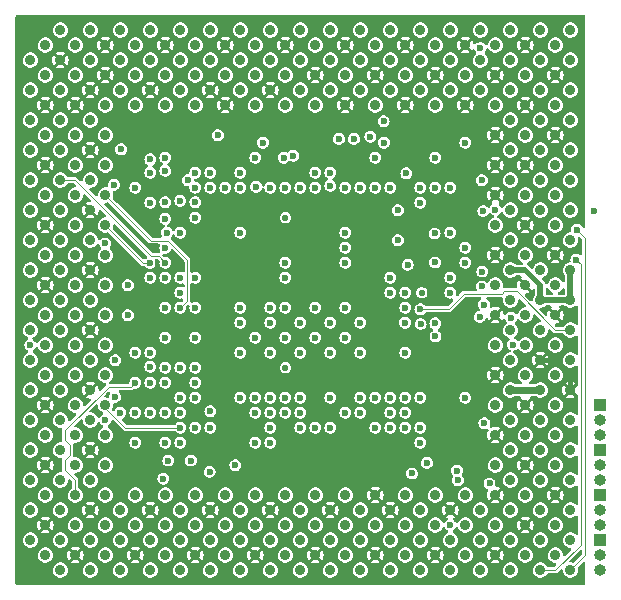
<source format=gbr>
%TF.GenerationSoftware,KiCad,Pcbnew,8.0.2*%
%TF.CreationDate,2024-05-13T17:43:00+03:00*%
%TF.ProjectId,MobileAdapter,4d6f6269-6c65-4416-9461-707465722e6b,rev?*%
%TF.SameCoordinates,Original*%
%TF.FileFunction,Copper,L3,Inr*%
%TF.FilePolarity,Positive*%
%FSLAX46Y46*%
G04 Gerber Fmt 4.6, Leading zero omitted, Abs format (unit mm)*
G04 Created by KiCad (PCBNEW 8.0.2) date 2024-05-13 17:43:00*
%MOMM*%
%LPD*%
G01*
G04 APERTURE LIST*
%TA.AperFunction,ComponentPad*%
%ADD10R,1.000000X1.000000*%
%TD*%
%TA.AperFunction,ComponentPad*%
%ADD11O,1.000000X1.000000*%
%TD*%
%TA.AperFunction,ComponentPad*%
%ADD12C,0.900000*%
%TD*%
%TA.AperFunction,ViaPad*%
%ADD13C,0.600000*%
%TD*%
%TA.AperFunction,ViaPad*%
%ADD14C,0.550000*%
%TD*%
%TA.AperFunction,Conductor*%
%ADD15C,0.100000*%
%TD*%
%TA.AperFunction,Conductor*%
%ADD16C,0.500000*%
%TD*%
%TA.AperFunction,Conductor*%
%ADD17C,0.450000*%
%TD*%
%TA.AperFunction,Conductor*%
%ADD18C,0.600000*%
%TD*%
%TA.AperFunction,Conductor*%
%ADD19C,0.400000*%
%TD*%
%TA.AperFunction,Conductor*%
%ADD20C,0.200000*%
%TD*%
G04 APERTURE END LIST*
D10*
%TO.N,VSS*%
%TO.C,J4*%
X138430000Y-100330000D03*
D11*
%TO.N,VID3*%
X138430000Y-101600000D03*
%TO.N,VID3_M*%
X138430000Y-102870000D03*
%TD*%
D10*
%TO.N,VSS*%
%TO.C,J2*%
X138430000Y-107950000D03*
D11*
%TO.N,VID1*%
X138430000Y-109220000D03*
%TO.N,VID1_M*%
X138430000Y-110490000D03*
%TD*%
D10*
%TO.N,VSS*%
%TO.C,J1*%
X138430000Y-111760000D03*
D11*
%TO.N,VID0*%
X138430000Y-113030000D03*
%TO.N,VID0_M*%
X138430000Y-114300000D03*
%TD*%
D10*
%TO.N,VSS*%
%TO.C,J3*%
X138430000Y-104140000D03*
D11*
%TO.N,VID2*%
X138430000Y-105410000D03*
%TO.N,VID2_M*%
X138430000Y-106680000D03*
%TD*%
D12*
%TO.N,A3*%
%TO.C,PGA1*%
X99060000Y-110490000D03*
%TO.N,A4*%
X104140000Y-107950000D03*
%TO.N,A5*%
X99060000Y-107950000D03*
%TO.N,A6*%
X100330000Y-114300000D03*
%TO.N,A7*%
X107950000Y-111760000D03*
%TO.N,A8*%
X101600000Y-107950000D03*
%TO.N,A9*%
X100330000Y-111760000D03*
%TO.N,A10*%
X96520000Y-107950000D03*
%TO.N,A11*%
X101600000Y-110490000D03*
%TO.N,A12*%
X95250000Y-114300000D03*
%TO.N,A13*%
X97790000Y-111760000D03*
%TO.N,A14*%
X106680000Y-110490000D03*
%TO.N,A15*%
X95250000Y-111760000D03*
%TO.N,A16*%
X97790000Y-114300000D03*
%TO.N,A17*%
X90170000Y-104140000D03*
%TO.N,A18*%
X96520000Y-97790000D03*
%TO.N,A19*%
X92710000Y-106680000D03*
%TO.N,A20*%
X92710000Y-101600000D03*
%TO.N,A20M*%
X130810000Y-104140000D03*
%TO.N,A21*%
X90170000Y-109220000D03*
%TO.N,A22*%
X92710000Y-104140000D03*
%TO.N,A23*%
X96520000Y-100330000D03*
%TO.N,A24*%
X93980000Y-100330000D03*
%TO.N,A25*%
X96520000Y-105410000D03*
%TO.N,A26*%
X92710000Y-96520000D03*
%TO.N,A27*%
X90170000Y-99060000D03*
%TO.N,A28*%
X96520000Y-110490000D03*
%TO.N,A29*%
X93980000Y-97790000D03*
%TO.N,A30*%
X92710000Y-99060000D03*
%TO.N,A31*%
X93980000Y-102870000D03*
%TO.N,A32*%
X96520000Y-95250000D03*
%TO.N,A33*%
X90170000Y-101600000D03*
%TO.N,A34*%
X92710000Y-93980000D03*
%TO.N,A35*%
X93980000Y-105410000D03*
%TO.N,ADS*%
X128270000Y-114300000D03*
%TO.N,AERR*%
X119380000Y-110490000D03*
%TO.N,AP0*%
X102870000Y-111760000D03*
%TO.N,AP1*%
X105410000Y-114300000D03*
%TO.N,BCLK*%
X135890000Y-93980000D03*
%TO.N,BERR*%
X93980000Y-92710000D03*
%TO.N,BINIT*%
X134620000Y-69850000D03*
%TO.N,BNR*%
X106680000Y-107950000D03*
%TO.N,BP2*%
X130810000Y-76200000D03*
%TO.N,BP3*%
X135890000Y-73660000D03*
%TO.N,BPM0*%
X133350000Y-71120000D03*
%TO.N,BPM1*%
X133350000Y-73660000D03*
%TO.N,BPRI*%
X110490000Y-114300000D03*
%TO.N,BR0*%
X125730000Y-114300000D03*
%TO.N,BR1*%
X91440000Y-95250000D03*
%TO.N,BSEL0*%
X130810000Y-109220000D03*
%TO.N,BSEL1*%
X128270000Y-109220000D03*
%TO.N,CLKREF*%
X130810000Y-96520000D03*
%TO.N,Net-(PGA1-PadCPUPRES)*%
X135890000Y-71120000D03*
%TO.N,D0*%
X90170000Y-93980000D03*
%TO.N,D1*%
X93980000Y-90170000D03*
%TO.N,D2*%
X90170000Y-83820000D03*
%TO.N,D3*%
X96520000Y-82550000D03*
%TO.N,D4*%
X90170000Y-91440000D03*
%TO.N,D5*%
X92710000Y-88900000D03*
%TO.N,D6*%
X96520000Y-90170000D03*
%TO.N,D7*%
X90170000Y-78740000D03*
%TO.N,D8*%
X90170000Y-88900000D03*
%TO.N,D9*%
X96520000Y-85090000D03*
%TO.N,D10*%
X92710000Y-86360000D03*
%TO.N,D11*%
X93980000Y-82550000D03*
%TO.N,D12*%
X90170000Y-86360000D03*
%TO.N,D13*%
X90170000Y-81280000D03*
%TO.N,D14*%
X92710000Y-83820000D03*
%TO.N,D15*%
X92710000Y-91440000D03*
%TO.N,D16*%
X93980000Y-77470000D03*
%TO.N,D17*%
X93980000Y-87630000D03*
%TO.N,D18*%
X93980000Y-85090000D03*
%TO.N,D19*%
X96520000Y-77470000D03*
%TO.N,D20*%
X92710000Y-81280000D03*
%TO.N,D21*%
X90170000Y-76200000D03*
%TO.N,D22*%
X99060000Y-74930000D03*
%TO.N,D23*%
X92710000Y-76200000D03*
%TO.N,D24*%
X96520000Y-80010000D03*
%TO.N,D25*%
X92710000Y-73660000D03*
%TO.N,D26*%
X90170000Y-73660000D03*
%TO.N,D27*%
X104140000Y-74930000D03*
%TO.N,D28*%
X95250000Y-68580000D03*
%TO.N,D29*%
X92710000Y-68580000D03*
%TO.N,D30*%
X92710000Y-78740000D03*
%TO.N,D31*%
X95250000Y-71120000D03*
%TO.N,D32*%
X96520000Y-74930000D03*
%TO.N,D33*%
X90170000Y-71120000D03*
%TO.N,D34*%
X97790000Y-71120000D03*
%TO.N,D35*%
X91440000Y-69850000D03*
%TO.N,D36*%
X100330000Y-71120000D03*
%TO.N,D37*%
X100330000Y-68580000D03*
%TO.N,D38*%
X99060000Y-72390000D03*
%TO.N,D39*%
X101600000Y-72390000D03*
%TO.N,D40*%
X107950000Y-71120000D03*
%TO.N,D41*%
X106680000Y-72390000D03*
%TO.N,D42*%
X104140000Y-72390000D03*
%TO.N,D43*%
X97790000Y-68580000D03*
%TO.N,D44*%
X102870000Y-68580000D03*
%TO.N,D45*%
X102870000Y-71120000D03*
%TO.N,D46*%
X115570000Y-68580000D03*
%TO.N,D47*%
X107950000Y-68580000D03*
%TO.N,D48*%
X110490000Y-68580000D03*
%TO.N,D49*%
X105410000Y-71120000D03*
%TO.N,D50*%
X120650000Y-71120000D03*
%TO.N,D51*%
X105410000Y-68580000D03*
%TO.N,D52*%
X109220000Y-72390000D03*
%TO.N,D53*%
X118110000Y-68580000D03*
%TO.N,D54*%
X115570000Y-71120000D03*
%TO.N,D55*%
X113030000Y-71120000D03*
%TO.N,D56*%
X123190000Y-71120000D03*
%TO.N,D57*%
X113030000Y-68580000D03*
%TO.N,D58*%
X118110000Y-71120000D03*
%TO.N,D59*%
X110490000Y-71120000D03*
%TO.N,D60*%
X120650000Y-68580000D03*
%TO.N,D61*%
X123190000Y-68580000D03*
%TO.N,D62*%
X120650000Y-73660000D03*
%TO.N,D63*%
X109220000Y-74930000D03*
%TO.N,DBSY*%
X123190000Y-111760000D03*
%TO.N,DEFER*%
X113030000Y-114300000D03*
%TO.N,DEP0*%
X130810000Y-71120000D03*
%TO.N,DEP1*%
X128270000Y-71120000D03*
%TO.N,DEP2*%
X130810000Y-68580000D03*
%TO.N,DEP3*%
X128270000Y-68580000D03*
%TO.N,DEP4*%
X128270000Y-73660000D03*
%TO.N,DEP5*%
X125730000Y-71120000D03*
%TO.N,DEP6*%
X125730000Y-73660000D03*
%TO.N,DEP7*%
X125730000Y-68580000D03*
%TO.N,DRDY*%
X123190000Y-114300000D03*
%TO.N,EDGECTRL*%
X90170000Y-106680000D03*
%TO.N,FERR*%
X133350000Y-101600000D03*
%TO.N,FLUSH*%
X135890000Y-104140000D03*
%TO.N,HIT*%
X120650000Y-111760000D03*
%TO.N,HITM*%
X118110000Y-111760000D03*
%TO.N,IERR*%
X133350000Y-104140000D03*
%TO.N,IGNNE*%
X135890000Y-106680000D03*
%TO.N,INIT*%
X130810000Y-106680000D03*
%TO.N,LINIT0*%
X134620000Y-82550000D03*
%TO.N,LINIT1*%
X135890000Y-81280000D03*
%TO.N,LOCK*%
X114300000Y-110490000D03*
%TO.N,PICCLK*%
X130810000Y-78740000D03*
%TO.N,PICD0*%
X133350000Y-78740000D03*
%TO.N,PICD1*%
X133350000Y-81280000D03*
%TO.N,PLL1*%
X130810000Y-93980000D03*
%TO.N,PLL2*%
X130810000Y-91440000D03*
%TO.N,PRDY*%
X133350000Y-68580000D03*
%TO.N,PREQ*%
X135890000Y-78740000D03*
%TO.N,PWRGD*%
X121920000Y-110490000D03*
%TO.N,REQ0*%
X111760000Y-110490000D03*
%TO.N,REQ1*%
X109220000Y-107950000D03*
%TO.N,REQ2*%
X111760000Y-107950000D03*
%TO.N,REQ3*%
X113030000Y-111760000D03*
%TO.N,REQ4*%
X110490000Y-111760000D03*
%TO.N,RESET*%
X93980000Y-107950000D03*
%TO.N,VSS*%
X93980000Y-95250000D03*
%TO.N,RP*%
X118110000Y-114300000D03*
%TO.N,RS0*%
X121920000Y-107950000D03*
%TO.N,RS1*%
X116840000Y-107950000D03*
%TO.N,RS2*%
X124460000Y-110490000D03*
%TO.N,RSP*%
X135890000Y-101600000D03*
%TO.N,unconnected-(PGA1-PadRSV)*%
X90170000Y-96520000D03*
X91440000Y-87630000D03*
X91440000Y-113030000D03*
X101600000Y-74930000D03*
X115570000Y-73660000D03*
X127000000Y-110490000D03*
X130810000Y-81280000D03*
X130810000Y-83820000D03*
X130810000Y-86360000D03*
X132080000Y-95250000D03*
X133350000Y-83820000D03*
X133350000Y-86360000D03*
X133350000Y-93980000D03*
X135890000Y-76200000D03*
X135890000Y-83820000D03*
X135890000Y-86360000D03*
%TO.N,RTTCTRL*%
X133350000Y-88900000D03*
%TO.N,unconnected-(PGA1-PadSLEWCTRL)*%
X123190000Y-73660000D03*
%TO.N,SLP*%
X127000000Y-107950000D03*
%TO.N,SMI*%
X133350000Y-109220000D03*
%TO.N,STPCLK*%
X133350000Y-106680000D03*
%TO.N,TCK*%
X130810000Y-111760000D03*
%TO.N,TDI*%
X133350000Y-114300000D03*
%TO.N,TDO*%
X135890000Y-114300000D03*
%TO.N,THERMDC*%
X125730000Y-111760000D03*
%TO.N,THERMDA*%
X128270000Y-111760000D03*
%TO.N,unconnected-(PGA1-PadTHERMTRIP)*%
X124460000Y-107950000D03*
%TO.N,TMS*%
X129540000Y-110490000D03*
%TO.N,TRDY*%
X120650000Y-114300000D03*
%TO.N,TRST*%
X130810000Y-114300000D03*
%TO.N,VCC*%
X91440000Y-74930000D03*
X91440000Y-80010000D03*
X91440000Y-85090000D03*
X91440000Y-90170000D03*
X91440000Y-100330000D03*
X91440000Y-105410000D03*
X91440000Y-110490000D03*
X92710000Y-71120000D03*
X93980000Y-74930000D03*
X93980000Y-113030000D03*
X95250000Y-73660000D03*
X95250000Y-78740000D03*
X95250000Y-83820000D03*
X95250000Y-88900000D03*
X95250000Y-93980000D03*
X95250000Y-99060000D03*
X95250000Y-104140000D03*
X95250000Y-109220000D03*
X96520000Y-69850000D03*
X96520000Y-72390000D03*
X99060000Y-113030000D03*
X100330000Y-73660000D03*
X100330000Y-109220000D03*
X101600000Y-69850000D03*
X104140000Y-113030000D03*
X105410000Y-73660000D03*
X105410000Y-109220000D03*
X106680000Y-69850000D03*
X106680000Y-74930000D03*
X109220000Y-113030000D03*
X110490000Y-73660000D03*
X110490000Y-109220000D03*
X111760000Y-69850000D03*
X114300000Y-72390000D03*
X114300000Y-113030000D03*
X115570000Y-109220000D03*
X116840000Y-69850000D03*
X116840000Y-74930000D03*
X119380000Y-72390000D03*
X119380000Y-107950000D03*
X119380000Y-113030000D03*
X120650000Y-109220000D03*
X121920000Y-69850000D03*
X121920000Y-74930000D03*
X124460000Y-72390000D03*
X124460000Y-113030000D03*
X125730000Y-109220000D03*
X127000000Y-69850000D03*
X127000000Y-74930000D03*
X129540000Y-72390000D03*
X129540000Y-77470000D03*
X129540000Y-80010000D03*
X129540000Y-82550000D03*
X129540000Y-87630000D03*
X129540000Y-92710000D03*
X129540000Y-97790000D03*
X129540000Y-102870000D03*
X129540000Y-107950000D03*
X129540000Y-113030000D03*
X132080000Y-69850000D03*
X132080000Y-74930000D03*
X132080000Y-80010000D03*
X132080000Y-85090000D03*
X132080000Y-90170000D03*
X132080000Y-100330000D03*
X132080000Y-105410000D03*
X132080000Y-110490000D03*
X133350000Y-96520000D03*
X134620000Y-72390000D03*
X134620000Y-77470000D03*
X134620000Y-87630000D03*
X134620000Y-92710000D03*
X134620000Y-107950000D03*
X135890000Y-99060000D03*
%TO.N,Net-(PGA1-V_1.5)*%
X134620000Y-102870000D03*
%TO.N,unconnected-(PGA1-V_2.5-PadVCC2.5)*%
X134620000Y-97790000D03*
%TO.N,Net-(PGA1-V_1.5)*%
X134620000Y-100330000D03*
%TO.N,VID0*%
X133350000Y-111760000D03*
%TO.N,VID1*%
X134620000Y-113030000D03*
%TO.N,VID2*%
X135890000Y-111760000D03*
%TO.N,VID3*%
X135890000Y-109220000D03*
%TO.N,VREF*%
X130810000Y-73660000D03*
X111760000Y-74930000D03*
X93980000Y-80010000D03*
X96520000Y-87630000D03*
X96520000Y-92710000D03*
X96520000Y-102870000D03*
X104140000Y-110490000D03*
X116840000Y-110490000D03*
%TO.N,VSS*%
X90170000Y-111760000D03*
X91440000Y-72390000D03*
X91440000Y-77470000D03*
X91440000Y-82550000D03*
X91440000Y-92710000D03*
X91440000Y-97790000D03*
X91440000Y-102870000D03*
X91440000Y-107950000D03*
X92710000Y-109220000D03*
X92710000Y-111760000D03*
X92710000Y-114300000D03*
X93980000Y-69850000D03*
X93980000Y-72390000D03*
X93980000Y-110490000D03*
X95250000Y-76200000D03*
X95250000Y-81280000D03*
X95250000Y-86360000D03*
X95250000Y-91440000D03*
X95250000Y-96520000D03*
X95250000Y-101600000D03*
X95250000Y-106680000D03*
X96520000Y-113030000D03*
X97790000Y-73660000D03*
X97790000Y-109220000D03*
X99060000Y-69850000D03*
X101600000Y-113030000D03*
X102870000Y-73660000D03*
X102870000Y-109220000D03*
X104140000Y-69850000D03*
X106680000Y-113030000D03*
X107950000Y-73660000D03*
X107950000Y-109220000D03*
X109220000Y-69850000D03*
X111760000Y-72390000D03*
X111760000Y-113030000D03*
X113030000Y-73660000D03*
X113030000Y-109220000D03*
X114300000Y-69850000D03*
X114300000Y-74930000D03*
X116840000Y-72390000D03*
X116840000Y-113030000D03*
X118110000Y-109220000D03*
X119380000Y-69850000D03*
X119380000Y-74930000D03*
X121920000Y-72390000D03*
X121920000Y-113030000D03*
X123190000Y-109220000D03*
X124460000Y-69850000D03*
X124460000Y-74930000D03*
X127000000Y-72390000D03*
X127000000Y-113030000D03*
X129540000Y-69850000D03*
X129540000Y-74930000D03*
X129540000Y-85090000D03*
X129540000Y-90170000D03*
X129540000Y-95250000D03*
X129540000Y-100330000D03*
X129540000Y-105410000D03*
X130810000Y-101600000D03*
X132080000Y-72390000D03*
X132080000Y-77470000D03*
X132080000Y-82550000D03*
X132080000Y-87630000D03*
X132080000Y-92710000D03*
X132080000Y-97790000D03*
X132080000Y-102870000D03*
X132080000Y-107950000D03*
X132080000Y-113030000D03*
X134620000Y-74930000D03*
X134620000Y-80010000D03*
X134620000Y-85090000D03*
X134620000Y-90170000D03*
X134620000Y-95250000D03*
X134620000Y-105410000D03*
X134620000Y-110490000D03*
X135890000Y-68580000D03*
X135890000Y-96520000D03*
%TO.N,VTT*%
X102870000Y-114300000D03*
X105410000Y-111760000D03*
X107950000Y-114300000D03*
X109220000Y-110490000D03*
X114300000Y-107950000D03*
X115570000Y-111760000D03*
X115570000Y-114300000D03*
X118110000Y-73660000D03*
X130810000Y-88900000D03*
X130810000Y-99060000D03*
X133350000Y-76200000D03*
X133350000Y-91440000D03*
X133350000Y-99060000D03*
X135890000Y-88900000D03*
X135890000Y-91440000D03*
%TD*%
D13*
%TO.N,VTT*%
X121285000Y-83820000D03*
X121285000Y-86360000D03*
%TO.N,Net-(R11-Pad2)*%
X128524000Y-83900000D03*
%TO.N,VTT*%
X120650000Y-90805000D03*
X120650000Y-89535000D03*
%TO.N,VCC*%
X114300000Y-89535000D03*
X114300000Y-88265000D03*
X114300000Y-85725000D03*
X106680000Y-89535000D03*
X106680000Y-88300000D03*
%TO.N,Net-(R4-Pad2)*%
X123190000Y-99695000D03*
%TO.N,Net-(R3-Pad2)*%
X113030000Y-99695000D03*
%TO.N,Net-(R2-Pad2)*%
X128388626Y-81284186D03*
%TO.N,Net-(R1-Pad1)*%
X137858500Y-83883500D03*
X129540000Y-83778000D03*
%TO.N,VID2_M*%
X128615912Y-101854648D03*
X127000000Y-99710000D03*
%TO.N,TDO*%
X136467248Y-85477759D03*
%TO.N,TDI*%
X136394449Y-88002323D03*
%TO.N,BCLK*%
X123194186Y-92213164D03*
%TO.N,PLL2*%
X121905000Y-93344999D03*
%TO.N,IGNNE*%
X128435003Y-89023386D03*
%TO.N,IERR*%
X131042102Y-95204176D03*
%TO.N,TCK*%
X128564897Y-91819456D03*
D14*
%TO.N,VTT*%
X111760000Y-97155000D03*
D13*
X111760000Y-100965000D03*
%TO.N,Net-(R1-Pad1)*%
X124460000Y-93411112D03*
%TO.N,THERMDC*%
X124390687Y-85794313D03*
X125730000Y-110490000D03*
%TO.N,THERMDA*%
X124445000Y-88250000D03*
%TO.N,STPCLK*%
X128400000Y-90280236D03*
%TO.N,VSS*%
X100330000Y-80645000D03*
X103505000Y-81280000D03*
X109220000Y-79375000D03*
X99060000Y-95885000D03*
X111760000Y-99695000D03*
X116840000Y-86995000D03*
X107950000Y-99695000D03*
X104140000Y-92075000D03*
X118110000Y-93345000D03*
X107950000Y-93345000D03*
X104140000Y-84455000D03*
X107950000Y-95885000D03*
D14*
X111760000Y-84455000D03*
D13*
X114300000Y-94615000D03*
X120650000Y-100965000D03*
X114300000Y-92075000D03*
X127000000Y-78105000D03*
X115570000Y-99695000D03*
X110490000Y-93345000D03*
X102870000Y-97155000D03*
X109220000Y-94615000D03*
X110490000Y-95885000D03*
X105410000Y-102235000D03*
X100330000Y-98425000D03*
X118110000Y-95885000D03*
X118110000Y-81915000D03*
X125730000Y-90805000D03*
X121920000Y-92075000D03*
X101600000Y-94615000D03*
X104140000Y-94615000D03*
X116840000Y-88265000D03*
X113030000Y-93345000D03*
X125730000Y-81915000D03*
X98425000Y-90170000D03*
X101600000Y-86995000D03*
X99060000Y-103505000D03*
X124460000Y-79375000D03*
X115570000Y-95885000D03*
X122109766Y-88454766D03*
X111760000Y-88265000D03*
X124468516Y-94499497D03*
X110490000Y-81915000D03*
X97861409Y-78668591D03*
X107950000Y-92075000D03*
X116840000Y-100965000D03*
X118110000Y-99695000D03*
X123190000Y-81915000D03*
X104140000Y-89535000D03*
X116840000Y-94615000D03*
X114300000Y-81915000D03*
X111760000Y-89535000D03*
X114300000Y-102235000D03*
X111760000Y-92075000D03*
X116840000Y-92075000D03*
X116840000Y-85725000D03*
X105410000Y-80645000D03*
X99060000Y-81915000D03*
X104140000Y-97155000D03*
X102870000Y-103505000D03*
X121920000Y-90805000D03*
X111760000Y-94615000D03*
X110490000Y-92075000D03*
X101600000Y-92075000D03*
X115570000Y-93345000D03*
X98425000Y-92710000D03*
X107950000Y-80645000D03*
X113030000Y-95885000D03*
%TO.N,REQ3*%
X120650000Y-102235000D03*
%TO.N,REQ2*%
X119380000Y-102235000D03*
%TO.N,REQ1*%
X119380000Y-99695000D03*
%TO.N,REQ4*%
X120650000Y-99695000D03*
%TO.N,PWRGD*%
X121920000Y-99695000D03*
%TO.N,TMS*%
X129042043Y-106959999D03*
X127000000Y-88265000D03*
%TO.N,PLL2*%
X113030000Y-102235000D03*
%TO.N,PLL1*%
X110490000Y-103505000D03*
%TO.N,HITM*%
X121920000Y-100965000D03*
%TO.N,TRST*%
X127000000Y-86995000D03*
%TO.N,RESET*%
X99060000Y-98425000D03*
%TO.N,AP1*%
X121920000Y-102235000D03*
%TO.N,CLKREF*%
X115570000Y-102235000D03*
X121920000Y-95885000D03*
%TO.N,Net-(R7-Pad2)*%
X123190000Y-83185000D03*
%TO.N,BINIT*%
X128270000Y-70093804D03*
X120100000Y-78105000D03*
%TO.N,INIT*%
X123205000Y-93461112D03*
X126280000Y-105884526D03*
%TO.N,RS1*%
X123190000Y-102235000D03*
%TO.N,SMI*%
X130857661Y-92935753D03*
%TO.N,BERR*%
X104140000Y-98425000D03*
%TO.N,D26*%
X101600813Y-83145187D03*
%TO.N,VCC*%
X111760000Y-95885000D03*
X111760000Y-85725000D03*
X110490000Y-94615000D03*
X109220000Y-92075000D03*
X115570000Y-94615000D03*
X111760000Y-90805000D03*
X107950000Y-94615000D03*
X116840000Y-93345000D03*
X111760000Y-93345000D03*
X118110000Y-92075000D03*
X113030000Y-94615000D03*
X111760000Y-86995000D03*
X109220000Y-93345000D03*
X118110000Y-94615000D03*
X114300000Y-93345000D03*
X116840000Y-95885000D03*
X109220000Y-95885000D03*
X114300000Y-95885000D03*
D14*
X116951648Y-84665736D03*
D13*
X116840000Y-90805000D03*
X113030000Y-92075000D03*
X115570000Y-92075000D03*
%TO.N,D63*%
X116840000Y-81915000D03*
%TO.N,D62*%
X118960000Y-77601396D03*
X119380000Y-81915000D03*
%TO.N,D19*%
X102870000Y-85725000D03*
%TO.N,D60*%
X111619489Y-79375000D03*
%TO.N,D48*%
X112425833Y-79210592D03*
X111760000Y-81915000D03*
%TO.N,D33*%
X100330002Y-79523403D03*
%TO.N,A21*%
X102870000Y-100965000D03*
%TO.N,A20M*%
X128228000Y-92860000D03*
%TO.N,RSP*%
X123740000Y-105217078D03*
X126365000Y-106680000D03*
%TO.N,A20*%
X100330000Y-100965000D03*
X97790000Y-100965000D03*
%TO.N,A26*%
X101600000Y-100965000D03*
X100330000Y-97083591D03*
%TO.N,RP*%
X122483591Y-106116409D03*
%TO.N,D8*%
X100330000Y-89535000D03*
%TO.N,D9*%
X100256143Y-88300000D03*
%TO.N,D17*%
X101600000Y-89535000D03*
%TO.N,A12*%
X110490000Y-99695000D03*
%TO.N,D32*%
X101600001Y-80496598D03*
%TO.N,D11*%
X96520000Y-86640000D03*
%TO.N,A28*%
X101600000Y-103505000D03*
%TO.N,A17*%
X105410000Y-100850000D03*
X101846091Y-105021091D03*
%TO.N,DEP1*%
X117560000Y-77787500D03*
X120074446Y-76283372D03*
%TO.N,D50*%
X115569999Y-81766597D03*
%TO.N,A5*%
X105338591Y-105973591D03*
X109220000Y-103505000D03*
%TO.N,DEP6*%
X114300000Y-80645000D03*
%TO.N,DEP7*%
X119380000Y-79375000D03*
%TO.N,D34*%
X104140000Y-83145187D03*
%TO.N,D28*%
X102862429Y-83026557D03*
%TO.N,A23*%
X102870000Y-102235000D03*
%TO.N,A34*%
X97370000Y-96520000D03*
X99060000Y-100965000D03*
%TO.N,DEP3*%
X116290000Y-77787500D03*
%TO.N,A35*%
X101600000Y-98425000D03*
%TO.N,D36*%
X104140000Y-81915000D03*
%TO.N,D41*%
X107950000Y-81915000D03*
%TO.N,A6*%
X110490000Y-100965000D03*
%TO.N,A25*%
X102870000Y-99695000D03*
%TO.N,A8*%
X109220000Y-99695000D03*
%TO.N,D15*%
X102870000Y-89535000D03*
%TO.N,A13*%
X101433832Y-106560532D03*
%TO.N,D43*%
X104140000Y-80645000D03*
%TO.N,A11*%
X109220000Y-100965000D03*
%TO.N,D3*%
X102870000Y-92075000D03*
%TO.N,D22*%
X100330000Y-83185000D03*
%TO.N,D51*%
X106045000Y-77470000D03*
%TO.N,D16*%
X101715000Y-85725000D03*
%TO.N,D12*%
X102870000Y-90805000D03*
%TO.N,D25*%
X101591355Y-84551195D03*
%TO.N,A15*%
X104140000Y-99695000D03*
%TO.N,D40*%
X105410000Y-81915000D03*
%TO.N,A14*%
X107530481Y-105408048D03*
%TO.N,D56*%
X115570000Y-80645000D03*
%TO.N,DEP4*%
X120650000Y-81915000D03*
%TO.N,D52*%
X109289313Y-81845687D03*
%TO.N,A29*%
X96520000Y-101600000D03*
%TO.N,D2*%
X100330000Y-95885000D03*
X90170000Y-95250000D03*
%TO.N,D23*%
X97240000Y-81670768D03*
%TO.N,A3*%
X110490000Y-102235000D03*
%TO.N,A32*%
X97329682Y-99636703D03*
%TO.N,D39*%
X106680000Y-81915000D03*
%TO.N,D20*%
X101600000Y-88265000D03*
%TO.N,A16*%
X103751091Y-105021091D03*
%TO.N,D54*%
X113030000Y-81915000D03*
%TO.N,D35*%
X101600000Y-79375000D03*
%TO.N,D53*%
X109855000Y-78105000D03*
%TO.N,A18*%
X104140000Y-102235000D03*
%TO.N,BPM1*%
X122001739Y-80702153D03*
%TO.N,BCLK*%
X113030000Y-100965000D03*
%TO.N,Net-(R6-Pad1)*%
X125730000Y-85725000D03*
%TO.N,PICCLK*%
X124460000Y-81915000D03*
D14*
%TO.N,SLP*%
X123311417Y-90814769D03*
D13*
%TO.N,BNR*%
X118110000Y-100965000D03*
%TO.N,Net-(R5-Pad1)*%
X125730000Y-89535000D03*
%TO.N,AERR*%
X123190000Y-103505000D03*
%TO.N,unconnected-(micro-PGA1-PadBREQ0)*%
X101600000Y-97155000D03*
%TO.N,VSS*%
X107950000Y-85725000D03*
%TD*%
D15*
%TO.N,BCLK*%
X134620000Y-93980000D02*
X135890000Y-93980000D01*
X131330000Y-90690000D02*
X134620000Y-93980000D01*
X130060000Y-90920000D02*
X130290000Y-90690000D01*
X126885000Y-90920000D02*
X130060000Y-90920000D01*
X130290000Y-90690000D02*
X131330000Y-90690000D01*
X125591836Y-92213164D02*
X126885000Y-90920000D01*
X123194186Y-92213164D02*
X125591836Y-92213164D01*
%TO.N,D3*%
X103470000Y-91475000D02*
X102870000Y-92075000D01*
X103470000Y-88016471D02*
X103470000Y-91475000D01*
X100365000Y-86395000D02*
X101848529Y-86395000D01*
X96520000Y-82550000D02*
X100365000Y-86395000D01*
X101848529Y-86395000D02*
X103470000Y-88016471D01*
%TO.N,D20*%
X100400000Y-87700000D02*
X93980000Y-81280000D01*
X101035000Y-87700000D02*
X100400000Y-87700000D01*
X101600000Y-88265000D02*
X101035000Y-87700000D01*
X93980000Y-81280000D02*
X92710000Y-81280000D01*
%TO.N,D9*%
X99730000Y-88300000D02*
X96520000Y-85090000D01*
X100256143Y-88300000D02*
X99730000Y-88300000D01*
%TO.N,TDI*%
X134620000Y-114300000D02*
X133350000Y-114300000D01*
X136786072Y-112133928D02*
X134620000Y-114300000D01*
X136786072Y-88393946D02*
X136786072Y-112133928D01*
X136394449Y-88002323D02*
X136786072Y-88393946D01*
%TO.N,TDO*%
X137160000Y-113030000D02*
X135890000Y-114300000D01*
X137160000Y-86170511D02*
X137160000Y-113030000D01*
X136467248Y-85477759D02*
X137160000Y-86170511D01*
D16*
%TO.N,VTT*%
X130810000Y-88900000D02*
X132080000Y-88900000D01*
D17*
X132080000Y-88900000D02*
X133350000Y-90170000D01*
D18*
X130810000Y-99060000D02*
X133350000Y-99060000D01*
D16*
X135890000Y-91440000D02*
X133350000Y-91440000D01*
X133350000Y-90170000D02*
X133350000Y-91440000D01*
X135890000Y-88900000D02*
X135890000Y-91440000D01*
D15*
%TO.N,RESET*%
X96786491Y-98793509D02*
X93138744Y-102441256D01*
X93138744Y-104981256D02*
X93138744Y-105838744D01*
X93138744Y-102441256D02*
X93138744Y-103298744D01*
X93551255Y-103711255D02*
X93551255Y-104568745D01*
X93138744Y-103298744D02*
X93551255Y-103711255D01*
X93551255Y-104568745D02*
X93138744Y-104981256D01*
X93138744Y-105838744D02*
X93980000Y-106680000D01*
X99060000Y-98425000D02*
X98691491Y-98793509D01*
X93980000Y-106680000D02*
X93980000Y-107950000D01*
X98691491Y-98793509D02*
X96786491Y-98793509D01*
D19*
%TO.N,VCC*%
X133350000Y-96520000D02*
X134620000Y-96520000D01*
X135890000Y-97790000D02*
X135890000Y-99060000D01*
X134620000Y-96520000D02*
X135890000Y-97790000D01*
D20*
%TO.N,A23*%
X96520000Y-100330000D02*
X96520000Y-100543529D01*
D15*
X98211471Y-102235000D02*
X102870000Y-102235000D01*
X96520000Y-100543529D02*
X98211471Y-102235000D01*
%TD*%
%TA.AperFunction,Conductor*%
%TO.N,VCC*%
G36*
X137103039Y-67329685D02*
G01*
X137148794Y-67382489D01*
X137160000Y-67434000D01*
X137160000Y-85219836D01*
X137140315Y-85286875D01*
X137087511Y-85332630D01*
X137018353Y-85342574D01*
X136954797Y-85313549D01*
X136923206Y-85271348D01*
X136899681Y-85219836D01*
X136892625Y-85204386D01*
X136798376Y-85095616D01*
X136677301Y-85017806D01*
X136677299Y-85017805D01*
X136677297Y-85017804D01*
X136677298Y-85017804D01*
X136539211Y-84977259D01*
X136539209Y-84977259D01*
X136395287Y-84977259D01*
X136395284Y-84977259D01*
X136257197Y-85017804D01*
X136136121Y-85095615D01*
X136041871Y-85204385D01*
X136041870Y-85204387D01*
X135982082Y-85335302D01*
X135961601Y-85477759D01*
X135974554Y-85567854D01*
X135964610Y-85637012D01*
X135918855Y-85689816D01*
X135851816Y-85709500D01*
X135811014Y-85709500D01*
X135657634Y-85747303D01*
X135517762Y-85820715D01*
X135399516Y-85925471D01*
X135309781Y-86055475D01*
X135309780Y-86055476D01*
X135253762Y-86203181D01*
X135234722Y-86359999D01*
X135234722Y-86360000D01*
X135253762Y-86516818D01*
X135303624Y-86648290D01*
X135309780Y-86664523D01*
X135399517Y-86794530D01*
X135517760Y-86899283D01*
X135517762Y-86899284D01*
X135657634Y-86972696D01*
X135811014Y-87010500D01*
X135811015Y-87010500D01*
X135968985Y-87010500D01*
X136122365Y-86972696D01*
X136170099Y-86947643D01*
X136262240Y-86899283D01*
X136380483Y-86794530D01*
X136470220Y-86664523D01*
X136526237Y-86516818D01*
X136545278Y-86360000D01*
X136526407Y-86204583D01*
X136537867Y-86135660D01*
X136584771Y-86083874D01*
X136652227Y-86065667D01*
X136718818Y-86086819D01*
X136737184Y-86101956D01*
X136873181Y-86237953D01*
X136906666Y-86299276D01*
X136909500Y-86325634D01*
X136909500Y-87511290D01*
X136889815Y-87578329D01*
X136837011Y-87624084D01*
X136767853Y-87634028D01*
X136718461Y-87615606D01*
X136604499Y-87542368D01*
X136466412Y-87501823D01*
X136466410Y-87501823D01*
X136322488Y-87501823D01*
X136322485Y-87501823D01*
X136184398Y-87542368D01*
X136063322Y-87620179D01*
X135969072Y-87728949D01*
X135969071Y-87728951D01*
X135909283Y-87859866D01*
X135888802Y-88002323D01*
X135904478Y-88111358D01*
X135894534Y-88180516D01*
X135848779Y-88233320D01*
X135811415Y-88249401D01*
X135657633Y-88287304D01*
X135517762Y-88360715D01*
X135475489Y-88398165D01*
X135411600Y-88454766D01*
X135399516Y-88465471D01*
X135309781Y-88595475D01*
X135309780Y-88595476D01*
X135253762Y-88743181D01*
X135234722Y-88899999D01*
X135234722Y-88900000D01*
X135253762Y-89056818D01*
X135309146Y-89202851D01*
X135309780Y-89204523D01*
X135325775Y-89227696D01*
X135399518Y-89334532D01*
X135404491Y-89340145D01*
X135403044Y-89341426D01*
X135434850Y-89392120D01*
X135439500Y-89425759D01*
X135439500Y-89819761D01*
X135419815Y-89886800D01*
X135367011Y-89932555D01*
X135297853Y-89942499D01*
X135234297Y-89913474D01*
X135204954Y-89871459D01*
X135203704Y-89872116D01*
X135200222Y-89865483D01*
X135200220Y-89865477D01*
X135110483Y-89735470D01*
X134992240Y-89630717D01*
X134992238Y-89630716D01*
X134992237Y-89630715D01*
X134852365Y-89557303D01*
X134698986Y-89519500D01*
X134698985Y-89519500D01*
X134541015Y-89519500D01*
X134541014Y-89519500D01*
X134387634Y-89557303D01*
X134247762Y-89630715D01*
X134195002Y-89677456D01*
X134141232Y-89725092D01*
X134129516Y-89735471D01*
X134039781Y-89865474D01*
X133995509Y-89982209D01*
X133953330Y-90037911D01*
X133887733Y-90061968D01*
X133819542Y-90046741D01*
X133772180Y-90000238D01*
X133751662Y-89964700D01*
X133710489Y-89893387D01*
X133626613Y-89809511D01*
X133557094Y-89769374D01*
X133531417Y-89749670D01*
X133506839Y-89725092D01*
X133473354Y-89663769D01*
X133478338Y-89594077D01*
X133520210Y-89538144D01*
X133564847Y-89517014D01*
X133574305Y-89514682D01*
X133582365Y-89512696D01*
X133722240Y-89439283D01*
X133840483Y-89334530D01*
X133930220Y-89204523D01*
X133986237Y-89056818D01*
X134005278Y-88900000D01*
X134002963Y-88880929D01*
X133986237Y-88743181D01*
X133949814Y-88647143D01*
X133930220Y-88595477D01*
X133840483Y-88465470D01*
X133722240Y-88360717D01*
X133722238Y-88360716D01*
X133722237Y-88360715D01*
X133582365Y-88287303D01*
X133428986Y-88249500D01*
X133428985Y-88249500D01*
X133271015Y-88249500D01*
X133271014Y-88249500D01*
X133117634Y-88287303D01*
X132977762Y-88360715D01*
X132935489Y-88398165D01*
X132871600Y-88454766D01*
X132859516Y-88465471D01*
X132769781Y-88595474D01*
X132729848Y-88700768D01*
X132687669Y-88756470D01*
X132622072Y-88780527D01*
X132553881Y-88765300D01*
X132526225Y-88744477D01*
X132500327Y-88718579D01*
X132480621Y-88692898D01*
X132474412Y-88682143D01*
X132440489Y-88623387D01*
X132356613Y-88539511D01*
X132353606Y-88537775D01*
X132249910Y-88477904D01*
X132201695Y-88427337D01*
X132188473Y-88358730D01*
X132214441Y-88293865D01*
X132271356Y-88253337D01*
X132282219Y-88250125D01*
X132312365Y-88242696D01*
X132452240Y-88169283D01*
X132570483Y-88064530D01*
X132660220Y-87934523D01*
X132716237Y-87786818D01*
X132735278Y-87630000D01*
X132735278Y-87629999D01*
X133914859Y-87629999D01*
X133914859Y-87630000D01*
X133935348Y-87798748D01*
X133935349Y-87798751D01*
X133995630Y-87957697D01*
X134044592Y-88028629D01*
X134317378Y-87755843D01*
X134359936Y-87829554D01*
X134420446Y-87890064D01*
X134494155Y-87932620D01*
X134217855Y-88208920D01*
X134217855Y-88208921D01*
X134219431Y-88210317D01*
X134219433Y-88210319D01*
X134369955Y-88289318D01*
X134535006Y-88330000D01*
X134704994Y-88330000D01*
X134870045Y-88289318D01*
X135020565Y-88210320D01*
X135020568Y-88210318D01*
X135022143Y-88208921D01*
X135022144Y-88208920D01*
X134745844Y-87932620D01*
X134819554Y-87890064D01*
X134880064Y-87829554D01*
X134922620Y-87755843D01*
X135195406Y-88028630D01*
X135244369Y-87957696D01*
X135244372Y-87957692D01*
X135304650Y-87798754D01*
X135304651Y-87798748D01*
X135325141Y-87630000D01*
X135325141Y-87629999D01*
X135304651Y-87461251D01*
X135304650Y-87461245D01*
X135244371Y-87302305D01*
X135195406Y-87231368D01*
X134922620Y-87504155D01*
X134880064Y-87430446D01*
X134819554Y-87369936D01*
X134745843Y-87327379D01*
X135022144Y-87051077D01*
X135020567Y-87049680D01*
X134870044Y-86970681D01*
X134704994Y-86930000D01*
X134535006Y-86930000D01*
X134369954Y-86970681D01*
X134219432Y-87049680D01*
X134217855Y-87051076D01*
X134217855Y-87051078D01*
X134494156Y-87327379D01*
X134420446Y-87369936D01*
X134359936Y-87430446D01*
X134317379Y-87504156D01*
X134044591Y-87231368D01*
X134044591Y-87231369D01*
X133995632Y-87302298D01*
X133995630Y-87302301D01*
X133935349Y-87461248D01*
X133935348Y-87461251D01*
X133914859Y-87629999D01*
X132735278Y-87629999D01*
X132716237Y-87473182D01*
X132660220Y-87325477D01*
X132570483Y-87195470D01*
X132452240Y-87090717D01*
X132452238Y-87090716D01*
X132452237Y-87090715D01*
X132312365Y-87017303D01*
X132158986Y-86979500D01*
X132158985Y-86979500D01*
X132001015Y-86979500D01*
X132001014Y-86979500D01*
X131847634Y-87017303D01*
X131707762Y-87090715D01*
X131589516Y-87195471D01*
X131499781Y-87325475D01*
X131499780Y-87325476D01*
X131443762Y-87473181D01*
X131424722Y-87629999D01*
X131424722Y-87630000D01*
X131443762Y-87786818D01*
X131482919Y-87890064D01*
X131499780Y-87934523D01*
X131589517Y-88064530D01*
X131707760Y-88169283D01*
X131707762Y-88169284D01*
X131796206Y-88215704D01*
X131846419Y-88264288D01*
X131862393Y-88332308D01*
X131839058Y-88398165D01*
X131783821Y-88440952D01*
X131738580Y-88449500D01*
X131329483Y-88449500D01*
X131262444Y-88429815D01*
X131247256Y-88418316D01*
X131234999Y-88407457D01*
X131182240Y-88360717D01*
X131182238Y-88360716D01*
X131182237Y-88360715D01*
X131042365Y-88287303D01*
X130888986Y-88249500D01*
X130888985Y-88249500D01*
X130731015Y-88249500D01*
X130731014Y-88249500D01*
X130577634Y-88287303D01*
X130437762Y-88360715D01*
X130395489Y-88398165D01*
X130331600Y-88454766D01*
X130319516Y-88465471D01*
X130229781Y-88595475D01*
X130229780Y-88595476D01*
X130173762Y-88743181D01*
X130154722Y-88899999D01*
X130154722Y-88900000D01*
X130173762Y-89056818D01*
X130229146Y-89202851D01*
X130229780Y-89204523D01*
X130319517Y-89334530D01*
X130437760Y-89439283D01*
X130437762Y-89439284D01*
X130577634Y-89512696D01*
X130731014Y-89550500D01*
X130731015Y-89550500D01*
X130888985Y-89550500D01*
X131042365Y-89512696D01*
X131098299Y-89483339D01*
X131182240Y-89439283D01*
X131247256Y-89381683D01*
X131310490Y-89351963D01*
X131329483Y-89350500D01*
X131632065Y-89350500D01*
X131699104Y-89370185D01*
X131744859Y-89422989D01*
X131754803Y-89492147D01*
X131725778Y-89555703D01*
X131689691Y-89584297D01*
X131679430Y-89589681D01*
X131677855Y-89591076D01*
X131677855Y-89591078D01*
X131954156Y-89867379D01*
X131880446Y-89909936D01*
X131819936Y-89970446D01*
X131777379Y-90044156D01*
X131504591Y-89771368D01*
X131504591Y-89771369D01*
X131455632Y-89842298D01*
X131455630Y-89842301D01*
X131395349Y-90001248D01*
X131395348Y-90001251D01*
X131374859Y-90169999D01*
X131374859Y-90170000D01*
X131390711Y-90300554D01*
X131379251Y-90369477D01*
X131332347Y-90421263D01*
X131267615Y-90439500D01*
X130302522Y-90439500D01*
X130235483Y-90419815D01*
X130189728Y-90367011D01*
X130179426Y-90300554D01*
X130195278Y-90170000D01*
X130195278Y-90169999D01*
X130176237Y-90013181D01*
X130154992Y-89957164D01*
X130120220Y-89865477D01*
X130030483Y-89735470D01*
X129912240Y-89630717D01*
X129912238Y-89630716D01*
X129912237Y-89630715D01*
X129772365Y-89557303D01*
X129618986Y-89519500D01*
X129618985Y-89519500D01*
X129461015Y-89519500D01*
X129461014Y-89519500D01*
X129307634Y-89557303D01*
X129167762Y-89630715D01*
X129115002Y-89677456D01*
X129061232Y-89725092D01*
X129049516Y-89735471D01*
X128959781Y-89865475D01*
X128959780Y-89865476D01*
X128955213Y-89877519D01*
X128913034Y-89933221D01*
X128847436Y-89957276D01*
X128779246Y-89942048D01*
X128745560Y-89914749D01*
X128731128Y-89898093D01*
X128610053Y-89820283D01*
X128610051Y-89820282D01*
X128610049Y-89820281D01*
X128610050Y-89820281D01*
X128471963Y-89779736D01*
X128471961Y-89779736D01*
X128328039Y-89779736D01*
X128328036Y-89779736D01*
X128189949Y-89820281D01*
X128068873Y-89898092D01*
X127974623Y-90006862D01*
X127974622Y-90006864D01*
X127914834Y-90137779D01*
X127894353Y-90280236D01*
X127914834Y-90422692D01*
X127947395Y-90493988D01*
X127957339Y-90563146D01*
X127928314Y-90626702D01*
X127869537Y-90664477D01*
X127834601Y-90669500D01*
X126835170Y-90669500D01*
X126743102Y-90707636D01*
X126430223Y-91020515D01*
X126368900Y-91054000D01*
X126299208Y-91049016D01*
X126243275Y-91007144D01*
X126218858Y-90941680D01*
X126219803Y-90915193D01*
X126235647Y-90805000D01*
X126215165Y-90662543D01*
X126155377Y-90531627D01*
X126061128Y-90422857D01*
X125940053Y-90345047D01*
X125940051Y-90345046D01*
X125940049Y-90345045D01*
X125940050Y-90345045D01*
X125801963Y-90304500D01*
X125801961Y-90304500D01*
X125658039Y-90304500D01*
X125658036Y-90304500D01*
X125519949Y-90345045D01*
X125398873Y-90422856D01*
X125304623Y-90531626D01*
X125304622Y-90531628D01*
X125244834Y-90662543D01*
X125224353Y-90805000D01*
X125244834Y-90947456D01*
X125268628Y-90999556D01*
X125304623Y-91078373D01*
X125398872Y-91187143D01*
X125519947Y-91264953D01*
X125519950Y-91264954D01*
X125519949Y-91264954D01*
X125658036Y-91305499D01*
X125658038Y-91305500D01*
X125658039Y-91305500D01*
X125801960Y-91305500D01*
X125801961Y-91305500D01*
X125821785Y-91299678D01*
X125891653Y-91299678D01*
X125950432Y-91337452D01*
X125979458Y-91401007D01*
X125969515Y-91470166D01*
X125944401Y-91506337D01*
X125524394Y-91926345D01*
X125463071Y-91959830D01*
X125436713Y-91962664D01*
X123696012Y-91962664D01*
X123628973Y-91942979D01*
X123602299Y-91919867D01*
X123563014Y-91874530D01*
X123525314Y-91831021D01*
X123404239Y-91753211D01*
X123404237Y-91753210D01*
X123404235Y-91753209D01*
X123404236Y-91753209D01*
X123266149Y-91712664D01*
X123266147Y-91712664D01*
X123122225Y-91712664D01*
X123122222Y-91712664D01*
X122984135Y-91753209D01*
X122863059Y-91831020D01*
X122768809Y-91939790D01*
X122768808Y-91939792D01*
X122709020Y-92070707D01*
X122688539Y-92213164D01*
X122709020Y-92355620D01*
X122764844Y-92477856D01*
X122768809Y-92486537D01*
X122863058Y-92595307D01*
X122984133Y-92673117D01*
X122984136Y-92673118D01*
X122984135Y-92673118D01*
X123091293Y-92704581D01*
X123122225Y-92713664D01*
X123122229Y-92713664D01*
X123131002Y-92714926D01*
X123130602Y-92717701D01*
X123183892Y-92733349D01*
X123197861Y-92749470D01*
X123247398Y-92717635D01*
X123264688Y-92713874D01*
X123266142Y-92713664D01*
X123266147Y-92713664D01*
X123404239Y-92673117D01*
X123525314Y-92595307D01*
X123602299Y-92506461D01*
X123661077Y-92468687D01*
X123696012Y-92463664D01*
X125641662Y-92463664D01*
X125641664Y-92463664D01*
X125733733Y-92425528D01*
X126952442Y-91206819D01*
X127013765Y-91173334D01*
X127040123Y-91170500D01*
X128226633Y-91170500D01*
X128293672Y-91190185D01*
X128339427Y-91242989D01*
X128349371Y-91312147D01*
X128320346Y-91375703D01*
X128293673Y-91398815D01*
X128270057Y-91413991D01*
X128233770Y-91437312D01*
X128139520Y-91546082D01*
X128139519Y-91546084D01*
X128079731Y-91676999D01*
X128059250Y-91819456D01*
X128079731Y-91961912D01*
X128139519Y-92092827D01*
X128139522Y-92092833D01*
X128200720Y-92163459D01*
X128229745Y-92227014D01*
X128219801Y-92296173D01*
X128174046Y-92348977D01*
X128141942Y-92363638D01*
X128017949Y-92400045D01*
X127896873Y-92477856D01*
X127802623Y-92586626D01*
X127802622Y-92586628D01*
X127742834Y-92717543D01*
X127722353Y-92860000D01*
X127742834Y-93002456D01*
X127791323Y-93108630D01*
X127802623Y-93133373D01*
X127896872Y-93242143D01*
X128017947Y-93319953D01*
X128017950Y-93319954D01*
X128017949Y-93319954D01*
X128156036Y-93360499D01*
X128156038Y-93360500D01*
X128156039Y-93360500D01*
X128299962Y-93360500D01*
X128299962Y-93360499D01*
X128438053Y-93319953D01*
X128559128Y-93242143D01*
X128653377Y-93133373D01*
X128693703Y-93045070D01*
X128739456Y-92992270D01*
X128806496Y-92972585D01*
X128873535Y-92992269D01*
X128910212Y-93032319D01*
X128911368Y-93031522D01*
X128964592Y-93108629D01*
X129237378Y-92835843D01*
X129279936Y-92909554D01*
X129340446Y-92970064D01*
X129414155Y-93012620D01*
X129137855Y-93288920D01*
X129137855Y-93288921D01*
X129139431Y-93290317D01*
X129139433Y-93290319D01*
X129289955Y-93369318D01*
X129455006Y-93410000D01*
X129624994Y-93410000D01*
X129790045Y-93369318D01*
X129940565Y-93290320D01*
X129940568Y-93290318D01*
X129942143Y-93288921D01*
X129942144Y-93288920D01*
X129665844Y-93012620D01*
X129739554Y-92970064D01*
X129800064Y-92909554D01*
X129842620Y-92835843D01*
X130115406Y-93108630D01*
X130154395Y-93052147D01*
X130208678Y-93008157D01*
X130278126Y-93000498D01*
X130340691Y-93031602D01*
X130369238Y-93071076D01*
X130414394Y-93169954D01*
X130432284Y-93209126D01*
X130469454Y-93252023D01*
X130498479Y-93315578D01*
X130488535Y-93384736D01*
X130443839Y-93436318D01*
X130443934Y-93436455D01*
X130443404Y-93436820D01*
X130442781Y-93437540D01*
X130440098Y-93439102D01*
X130437764Y-93440713D01*
X130319516Y-93545471D01*
X130229781Y-93675475D01*
X130229780Y-93675476D01*
X130173762Y-93823181D01*
X130154722Y-93979999D01*
X130154722Y-93980000D01*
X130173762Y-94136818D01*
X130212919Y-94240064D01*
X130229780Y-94284523D01*
X130319517Y-94414530D01*
X130437760Y-94519283D01*
X130437762Y-94519284D01*
X130577634Y-94592696D01*
X130605240Y-94599500D01*
X130655009Y-94611766D01*
X130715389Y-94646921D01*
X130747179Y-94709140D01*
X130740284Y-94778669D01*
X130715117Y-94813888D01*
X130716782Y-94815331D01*
X130710975Y-94822032D01*
X130710974Y-94822033D01*
X130671269Y-94867855D01*
X130616725Y-94930802D01*
X130616724Y-94930804D01*
X130556936Y-95061719D01*
X130536455Y-95204176D01*
X130556936Y-95346632D01*
X130616724Y-95477547D01*
X130616725Y-95477549D01*
X130710974Y-95586319D01*
X130782278Y-95632143D01*
X130796346Y-95641184D01*
X130842101Y-95693988D01*
X130852045Y-95763147D01*
X130823020Y-95826703D01*
X130764242Y-95864477D01*
X130738410Y-95868191D01*
X130738460Y-95868596D01*
X130731014Y-95869499D01*
X130577634Y-95907303D01*
X130437762Y-95980715D01*
X130319516Y-96085471D01*
X130229781Y-96215475D01*
X130229780Y-96215476D01*
X130173762Y-96363181D01*
X130154722Y-96519999D01*
X130154722Y-96520000D01*
X130173762Y-96676818D01*
X130217966Y-96793373D01*
X130229780Y-96824523D01*
X130319517Y-96954530D01*
X130437760Y-97059283D01*
X130437762Y-97059284D01*
X130577634Y-97132696D01*
X130731014Y-97170500D01*
X130731015Y-97170500D01*
X130888985Y-97170500D01*
X131042365Y-97132696D01*
X131046204Y-97130681D01*
X131182240Y-97059283D01*
X131300483Y-96954530D01*
X131390220Y-96824523D01*
X131446237Y-96676818D01*
X131465278Y-96520000D01*
X131465278Y-96519999D01*
X132644859Y-96519999D01*
X132644859Y-96520000D01*
X132665348Y-96688748D01*
X132665349Y-96688751D01*
X132725630Y-96847697D01*
X132774592Y-96918629D01*
X133047378Y-96645843D01*
X133089936Y-96719554D01*
X133150446Y-96780064D01*
X133224155Y-96822620D01*
X132947855Y-97098920D01*
X132947855Y-97098921D01*
X132949431Y-97100317D01*
X132949433Y-97100319D01*
X133099955Y-97179318D01*
X133265006Y-97220000D01*
X133434994Y-97220000D01*
X133600045Y-97179318D01*
X133750565Y-97100320D01*
X133750568Y-97100318D01*
X133752143Y-97098921D01*
X133752144Y-97098920D01*
X133475844Y-96822620D01*
X133549554Y-96780064D01*
X133610064Y-96719554D01*
X133652620Y-96645843D01*
X133925406Y-96918630D01*
X133974369Y-96847696D01*
X133974372Y-96847692D01*
X134034650Y-96688754D01*
X134034651Y-96688748D01*
X134055141Y-96520000D01*
X134055141Y-96519999D01*
X134034651Y-96351251D01*
X134034650Y-96351245D01*
X133974371Y-96192305D01*
X133925406Y-96121368D01*
X133652620Y-96394155D01*
X133610064Y-96320446D01*
X133549554Y-96259936D01*
X133475843Y-96217379D01*
X133752144Y-95941077D01*
X133750567Y-95939680D01*
X133600044Y-95860681D01*
X133434994Y-95820000D01*
X133265006Y-95820000D01*
X133099954Y-95860681D01*
X132949432Y-95939680D01*
X132947855Y-95941076D01*
X132947855Y-95941078D01*
X133224156Y-96217379D01*
X133150446Y-96259936D01*
X133089936Y-96320446D01*
X133047379Y-96394156D01*
X132774591Y-96121368D01*
X132774591Y-96121369D01*
X132725632Y-96192298D01*
X132725630Y-96192301D01*
X132665349Y-96351248D01*
X132665348Y-96351251D01*
X132644859Y-96519999D01*
X131465278Y-96519999D01*
X131463086Y-96501942D01*
X131446237Y-96363181D01*
X131402034Y-96246628D01*
X131390220Y-96215477D01*
X131300483Y-96085470D01*
X131182240Y-95980717D01*
X131174519Y-95976664D01*
X131091889Y-95933296D01*
X131041677Y-95884711D01*
X131025703Y-95816692D01*
X131049039Y-95750834D01*
X131104275Y-95708048D01*
X131114555Y-95704531D01*
X131252155Y-95664129D01*
X131373230Y-95586319D01*
X131373230Y-95586318D01*
X131375162Y-95585077D01*
X131442202Y-95565392D01*
X131509241Y-95585076D01*
X131544251Y-95618951D01*
X131589517Y-95684530D01*
X131707760Y-95789283D01*
X131707762Y-95789284D01*
X131847634Y-95862696D01*
X132001014Y-95900500D01*
X132001015Y-95900500D01*
X132158985Y-95900500D01*
X132312365Y-95862696D01*
X132393714Y-95820000D01*
X132452240Y-95789283D01*
X132570483Y-95684530D01*
X132660220Y-95554523D01*
X132716237Y-95406818D01*
X132735278Y-95250000D01*
X132735278Y-95249999D01*
X133964722Y-95249999D01*
X133964722Y-95250000D01*
X133983762Y-95406818D01*
X134027966Y-95523373D01*
X134039780Y-95554523D01*
X134129517Y-95684530D01*
X134247760Y-95789283D01*
X134247762Y-95789284D01*
X134387634Y-95862696D01*
X134541014Y-95900500D01*
X134541015Y-95900500D01*
X134698985Y-95900500D01*
X134852365Y-95862696D01*
X134933714Y-95820000D01*
X134992240Y-95789283D01*
X135110483Y-95684530D01*
X135200220Y-95554523D01*
X135256237Y-95406818D01*
X135275278Y-95250000D01*
X135256237Y-95093182D01*
X135200220Y-94945477D01*
X135110483Y-94815470D01*
X134992240Y-94710717D01*
X134992238Y-94710716D01*
X134992237Y-94710715D01*
X134852365Y-94637303D01*
X134698986Y-94599500D01*
X134698985Y-94599500D01*
X134541015Y-94599500D01*
X134541014Y-94599500D01*
X134387634Y-94637303D01*
X134247762Y-94710715D01*
X134129516Y-94815471D01*
X134039781Y-94945475D01*
X134039780Y-94945476D01*
X133983762Y-95093181D01*
X133964722Y-95249999D01*
X132735278Y-95249999D01*
X132716237Y-95093182D01*
X132660220Y-94945477D01*
X132570483Y-94815470D01*
X132452240Y-94710717D01*
X132452238Y-94710716D01*
X132452237Y-94710715D01*
X132312365Y-94637303D01*
X132158986Y-94599500D01*
X132158985Y-94599500D01*
X132001015Y-94599500D01*
X132001014Y-94599500D01*
X131847634Y-94637303D01*
X131707762Y-94710715D01*
X131589515Y-94815471D01*
X131582028Y-94826319D01*
X131527744Y-94870308D01*
X131458296Y-94877965D01*
X131395731Y-94846860D01*
X131386268Y-94837079D01*
X131373232Y-94822035D01*
X131373231Y-94822034D01*
X131373230Y-94822033D01*
X131252155Y-94744223D01*
X131252154Y-94744222D01*
X131252153Y-94744222D01*
X131224016Y-94735960D01*
X131165238Y-94698185D01*
X131136214Y-94634629D01*
X131146158Y-94565470D01*
X131176726Y-94524167D01*
X131182237Y-94519284D01*
X131182240Y-94519283D01*
X131300483Y-94414530D01*
X131390220Y-94284523D01*
X131446237Y-94136818D01*
X131465278Y-93980000D01*
X131459805Y-93934921D01*
X131446237Y-93823181D01*
X131407081Y-93719936D01*
X131390220Y-93675477D01*
X131300483Y-93545470D01*
X131217538Y-93471988D01*
X131180412Y-93412799D01*
X131181180Y-93342934D01*
X131206052Y-93297972D01*
X131255597Y-93240794D01*
X131283035Y-93209130D01*
X131283035Y-93209129D01*
X131283038Y-93209126D01*
X131332079Y-93101742D01*
X131377830Y-93048943D01*
X131444869Y-93029258D01*
X131511909Y-93048942D01*
X131546920Y-93082818D01*
X131589517Y-93144530D01*
X131707760Y-93249283D01*
X131707762Y-93249284D01*
X131847634Y-93322696D01*
X132001014Y-93360500D01*
X132001015Y-93360500D01*
X132158985Y-93360500D01*
X132312365Y-93322696D01*
X132320064Y-93318655D01*
X132452240Y-93249283D01*
X132570483Y-93144530D01*
X132660220Y-93014523D01*
X132716237Y-92866818D01*
X132732782Y-92730552D01*
X132760404Y-92666376D01*
X132818338Y-92627319D01*
X132888190Y-92625784D01*
X132943559Y-92657819D01*
X133403559Y-93117819D01*
X133437044Y-93179142D01*
X133432060Y-93248834D01*
X133390188Y-93304767D01*
X133324724Y-93329184D01*
X133315878Y-93329500D01*
X133271014Y-93329500D01*
X133117634Y-93367303D01*
X132977762Y-93440715D01*
X132859516Y-93545471D01*
X132769781Y-93675475D01*
X132769780Y-93675476D01*
X132713762Y-93823181D01*
X132694722Y-93979999D01*
X132694722Y-93980000D01*
X132713762Y-94136818D01*
X132752919Y-94240064D01*
X132769780Y-94284523D01*
X132859517Y-94414530D01*
X132977760Y-94519283D01*
X132977762Y-94519284D01*
X133117634Y-94592696D01*
X133271014Y-94630500D01*
X133271015Y-94630500D01*
X133428985Y-94630500D01*
X133582365Y-94592696D01*
X133634239Y-94565470D01*
X133722240Y-94519283D01*
X133840483Y-94414530D01*
X133930220Y-94284523D01*
X133986237Y-94136818D01*
X134002782Y-94000552D01*
X134030404Y-93936376D01*
X134088338Y-93897319D01*
X134158190Y-93895784D01*
X134213559Y-93927819D01*
X134400565Y-94114825D01*
X134400568Y-94114829D01*
X134400569Y-94114829D01*
X134407635Y-94121895D01*
X134407636Y-94121897D01*
X134478103Y-94192364D01*
X134516240Y-94208160D01*
X134570173Y-94230501D01*
X134570174Y-94230501D01*
X134684262Y-94230501D01*
X134684270Y-94230500D01*
X135207410Y-94230500D01*
X135274449Y-94250185D01*
X135309460Y-94284060D01*
X135323914Y-94305000D01*
X135399517Y-94414530D01*
X135517760Y-94519283D01*
X135517762Y-94519284D01*
X135657634Y-94592696D01*
X135811014Y-94630500D01*
X135811015Y-94630500D01*
X135968985Y-94630500D01*
X136122365Y-94592696D01*
X136262237Y-94519285D01*
X136262238Y-94519283D01*
X136262240Y-94519283D01*
X136329346Y-94459832D01*
X136392578Y-94430112D01*
X136461842Y-94439296D01*
X136515145Y-94484468D01*
X136535565Y-94551287D01*
X136535572Y-94552649D01*
X136535572Y-95947350D01*
X136515887Y-96014389D01*
X136463083Y-96060144D01*
X136393925Y-96070088D01*
X136330369Y-96041063D01*
X136329346Y-96040166D01*
X136262240Y-95980717D01*
X136262238Y-95980715D01*
X136122365Y-95907303D01*
X135968986Y-95869500D01*
X135968985Y-95869500D01*
X135811015Y-95869500D01*
X135811014Y-95869500D01*
X135657634Y-95907303D01*
X135517762Y-95980715D01*
X135399516Y-96085471D01*
X135309781Y-96215475D01*
X135309780Y-96215476D01*
X135253762Y-96363181D01*
X135234722Y-96519999D01*
X135234722Y-96520000D01*
X135253762Y-96676818D01*
X135297966Y-96793373D01*
X135309780Y-96824523D01*
X135399517Y-96954530D01*
X135517760Y-97059283D01*
X135517762Y-97059284D01*
X135657634Y-97132696D01*
X135811014Y-97170500D01*
X135811015Y-97170500D01*
X135968985Y-97170500D01*
X136122365Y-97132696D01*
X136262237Y-97059285D01*
X136262238Y-97059283D01*
X136262240Y-97059283D01*
X136329346Y-96999832D01*
X136392578Y-96970112D01*
X136461842Y-96979296D01*
X136515145Y-97024468D01*
X136535565Y-97091287D01*
X136535572Y-97092649D01*
X136535572Y-98421219D01*
X136517862Y-98481531D01*
X136535256Y-98528166D01*
X136535572Y-98537012D01*
X136535572Y-98539841D01*
X136515887Y-98606880D01*
X136499253Y-98627522D01*
X136192620Y-98934155D01*
X136150064Y-98860446D01*
X136089554Y-98799936D01*
X136015843Y-98757379D01*
X136292144Y-98481077D01*
X136290567Y-98479680D01*
X136140044Y-98400681D01*
X135974994Y-98360000D01*
X135805006Y-98360000D01*
X135639954Y-98400681D01*
X135489432Y-98479680D01*
X135487855Y-98481076D01*
X135487855Y-98481078D01*
X135764156Y-98757379D01*
X135690446Y-98799936D01*
X135629936Y-98860446D01*
X135587379Y-98934156D01*
X135314591Y-98661368D01*
X135314591Y-98661369D01*
X135265632Y-98732298D01*
X135265630Y-98732301D01*
X135205349Y-98891248D01*
X135205348Y-98891251D01*
X135184859Y-99059999D01*
X135184859Y-99060000D01*
X135205348Y-99228748D01*
X135205349Y-99228751D01*
X135265630Y-99387697D01*
X135314592Y-99458629D01*
X135587378Y-99185843D01*
X135629936Y-99259554D01*
X135690446Y-99320064D01*
X135764155Y-99362620D01*
X135487855Y-99638920D01*
X135487855Y-99638921D01*
X135489431Y-99640317D01*
X135489433Y-99640319D01*
X135639955Y-99719318D01*
X135805006Y-99760000D01*
X135974994Y-99760000D01*
X136140045Y-99719318D01*
X136290565Y-99640320D01*
X136290567Y-99640318D01*
X136292144Y-99638920D01*
X136015844Y-99362620D01*
X136089554Y-99320064D01*
X136150064Y-99259554D01*
X136192620Y-99185844D01*
X136499253Y-99492477D01*
X136532738Y-99553800D01*
X136535572Y-99580158D01*
X136535572Y-99582986D01*
X136518431Y-99641358D01*
X136535564Y-99697347D01*
X136535572Y-99698755D01*
X136535572Y-101027350D01*
X136515887Y-101094389D01*
X136463083Y-101140144D01*
X136393925Y-101150088D01*
X136330369Y-101121063D01*
X136329346Y-101120166D01*
X136262240Y-101060717D01*
X136262238Y-101060715D01*
X136122365Y-100987303D01*
X135968986Y-100949500D01*
X135968985Y-100949500D01*
X135811015Y-100949500D01*
X135811014Y-100949500D01*
X135657634Y-100987303D01*
X135517762Y-101060715D01*
X135399516Y-101165471D01*
X135309781Y-101295475D01*
X135309780Y-101295476D01*
X135253762Y-101443181D01*
X135234722Y-101599999D01*
X135234722Y-101600000D01*
X135253762Y-101756818D01*
X135297966Y-101873373D01*
X135309780Y-101904523D01*
X135399517Y-102034530D01*
X135517760Y-102139283D01*
X135517762Y-102139284D01*
X135657634Y-102212696D01*
X135811014Y-102250500D01*
X135811015Y-102250500D01*
X135968985Y-102250500D01*
X136122365Y-102212696D01*
X136262237Y-102139285D01*
X136262238Y-102139283D01*
X136262240Y-102139283D01*
X136329346Y-102079832D01*
X136392578Y-102050112D01*
X136461842Y-102059296D01*
X136515145Y-102104468D01*
X136535565Y-102171287D01*
X136535572Y-102172649D01*
X136535572Y-103567350D01*
X136515887Y-103634389D01*
X136463083Y-103680144D01*
X136393925Y-103690088D01*
X136330369Y-103661063D01*
X136329346Y-103660166D01*
X136262240Y-103600717D01*
X136262238Y-103600715D01*
X136122365Y-103527303D01*
X135968986Y-103489500D01*
X135968985Y-103489500D01*
X135811015Y-103489500D01*
X135811014Y-103489500D01*
X135657634Y-103527303D01*
X135517762Y-103600715D01*
X135399516Y-103705471D01*
X135309781Y-103835475D01*
X135309780Y-103835476D01*
X135253762Y-103983181D01*
X135234722Y-104139999D01*
X135234722Y-104140000D01*
X135253762Y-104296818D01*
X135292919Y-104400064D01*
X135309780Y-104444523D01*
X135399517Y-104574530D01*
X135517760Y-104679283D01*
X135517762Y-104679284D01*
X135657634Y-104752696D01*
X135811014Y-104790500D01*
X135811015Y-104790500D01*
X135968985Y-104790500D01*
X136122365Y-104752696D01*
X136262237Y-104679285D01*
X136262238Y-104679283D01*
X136262240Y-104679283D01*
X136329346Y-104619832D01*
X136392578Y-104590112D01*
X136461842Y-104599296D01*
X136515145Y-104644468D01*
X136535565Y-104711287D01*
X136535572Y-104712649D01*
X136535572Y-106107350D01*
X136515887Y-106174389D01*
X136463083Y-106220144D01*
X136393925Y-106230088D01*
X136330369Y-106201063D01*
X136329346Y-106200166D01*
X136262240Y-106140717D01*
X136262238Y-106140715D01*
X136122365Y-106067303D01*
X135968986Y-106029500D01*
X135968985Y-106029500D01*
X135811015Y-106029500D01*
X135811014Y-106029500D01*
X135657634Y-106067303D01*
X135517762Y-106140715D01*
X135399516Y-106245471D01*
X135309781Y-106375475D01*
X135309780Y-106375476D01*
X135253762Y-106523181D01*
X135234722Y-106679999D01*
X135234722Y-106680000D01*
X135253762Y-106836818D01*
X135297966Y-106953373D01*
X135309780Y-106984523D01*
X135399517Y-107114530D01*
X135517760Y-107219283D01*
X135517762Y-107219284D01*
X135657634Y-107292696D01*
X135811014Y-107330500D01*
X135811015Y-107330500D01*
X135968985Y-107330500D01*
X136122365Y-107292696D01*
X136262237Y-107219285D01*
X136262238Y-107219283D01*
X136262240Y-107219283D01*
X136329346Y-107159832D01*
X136392578Y-107130112D01*
X136461842Y-107139296D01*
X136515145Y-107184468D01*
X136535565Y-107251287D01*
X136535572Y-107252649D01*
X136535572Y-108647350D01*
X136515887Y-108714389D01*
X136463083Y-108760144D01*
X136393925Y-108770088D01*
X136330369Y-108741063D01*
X136329346Y-108740166D01*
X136262240Y-108680717D01*
X136262238Y-108680715D01*
X136122365Y-108607303D01*
X135968986Y-108569500D01*
X135968985Y-108569500D01*
X135811015Y-108569500D01*
X135811014Y-108569500D01*
X135657634Y-108607303D01*
X135517762Y-108680715D01*
X135399516Y-108785471D01*
X135309781Y-108915475D01*
X135309780Y-108915476D01*
X135253762Y-109063181D01*
X135234722Y-109219999D01*
X135234722Y-109220000D01*
X135253762Y-109376818D01*
X135292919Y-109480064D01*
X135309780Y-109524523D01*
X135399517Y-109654530D01*
X135517760Y-109759283D01*
X135517762Y-109759284D01*
X135657634Y-109832696D01*
X135811014Y-109870500D01*
X135811015Y-109870500D01*
X135968985Y-109870500D01*
X136122365Y-109832696D01*
X136262237Y-109759285D01*
X136262238Y-109759283D01*
X136262240Y-109759283D01*
X136329346Y-109699832D01*
X136392578Y-109670112D01*
X136461842Y-109679296D01*
X136515145Y-109724468D01*
X136535565Y-109791287D01*
X136535572Y-109792649D01*
X136535572Y-111187350D01*
X136515887Y-111254389D01*
X136463083Y-111300144D01*
X136393925Y-111310088D01*
X136330369Y-111281063D01*
X136329346Y-111280166D01*
X136262240Y-111220717D01*
X136262238Y-111220715D01*
X136122365Y-111147303D01*
X135968986Y-111109500D01*
X135968985Y-111109500D01*
X135811015Y-111109500D01*
X135811014Y-111109500D01*
X135657634Y-111147303D01*
X135517762Y-111220715D01*
X135399516Y-111325471D01*
X135309781Y-111455475D01*
X135309780Y-111455476D01*
X135253762Y-111603181D01*
X135234722Y-111759999D01*
X135234722Y-111760000D01*
X135253762Y-111916818D01*
X135309780Y-112064523D01*
X135399517Y-112194530D01*
X135517760Y-112299283D01*
X135517762Y-112299284D01*
X135657634Y-112372696D01*
X135811014Y-112410500D01*
X135855875Y-112410500D01*
X135922914Y-112430185D01*
X135968669Y-112482989D01*
X135978613Y-112552147D01*
X135949588Y-112615703D01*
X135943556Y-112622181D01*
X135483559Y-113082178D01*
X135422236Y-113115663D01*
X135352544Y-113110679D01*
X135296611Y-113068807D01*
X135272782Y-113009443D01*
X135256237Y-112873181D01*
X135217081Y-112769936D01*
X135200220Y-112725477D01*
X135110483Y-112595470D01*
X134992240Y-112490717D01*
X134992238Y-112490716D01*
X134992237Y-112490715D01*
X134852365Y-112417303D01*
X134698986Y-112379500D01*
X134698985Y-112379500D01*
X134541015Y-112379500D01*
X134541014Y-112379500D01*
X134387634Y-112417303D01*
X134247762Y-112490715D01*
X134129516Y-112595471D01*
X134039781Y-112725475D01*
X134039780Y-112725476D01*
X133983762Y-112873181D01*
X133964722Y-113029999D01*
X133964722Y-113030000D01*
X133983762Y-113186818D01*
X134022919Y-113290064D01*
X134039780Y-113334523D01*
X134129517Y-113464530D01*
X134247760Y-113569283D01*
X134247762Y-113569284D01*
X134387634Y-113642696D01*
X134541014Y-113680500D01*
X134585876Y-113680500D01*
X134652915Y-113700185D01*
X134698670Y-113752989D01*
X134708614Y-113822147D01*
X134679589Y-113885703D01*
X134673562Y-113892176D01*
X134552556Y-114013182D01*
X134491236Y-114046666D01*
X134464877Y-114049500D01*
X134032590Y-114049500D01*
X133965551Y-114029815D01*
X133930540Y-113995940D01*
X133858920Y-113892181D01*
X133840483Y-113865470D01*
X133722240Y-113760717D01*
X133722238Y-113760716D01*
X133722237Y-113760715D01*
X133582365Y-113687303D01*
X133428986Y-113649500D01*
X133428985Y-113649500D01*
X133271015Y-113649500D01*
X133271014Y-113649500D01*
X133117634Y-113687303D01*
X132977762Y-113760715D01*
X132859516Y-113865471D01*
X132769781Y-113995475D01*
X132769780Y-113995476D01*
X132713762Y-114143181D01*
X132694722Y-114299999D01*
X132694722Y-114300000D01*
X132713762Y-114456818D01*
X132752921Y-114560070D01*
X132769780Y-114604523D01*
X132859517Y-114734530D01*
X132977760Y-114839283D01*
X132977762Y-114839284D01*
X133117634Y-114912696D01*
X133271014Y-114950500D01*
X133271015Y-114950500D01*
X133428985Y-114950500D01*
X133582365Y-114912696D01*
X133722240Y-114839283D01*
X133840483Y-114734530D01*
X133909708Y-114634239D01*
X133930540Y-114604060D01*
X133984823Y-114560070D01*
X134032590Y-114550500D01*
X134669826Y-114550500D01*
X134669828Y-114550500D01*
X134761897Y-114512364D01*
X135026444Y-114247815D01*
X135087762Y-114214334D01*
X135157454Y-114219318D01*
X135213388Y-114261189D01*
X135237217Y-114320553D01*
X135253763Y-114456818D01*
X135309780Y-114604523D01*
X135399517Y-114734530D01*
X135517760Y-114839283D01*
X135517762Y-114839284D01*
X135657634Y-114912696D01*
X135811014Y-114950500D01*
X135811015Y-114950500D01*
X135968985Y-114950500D01*
X136122365Y-114912696D01*
X136262240Y-114839283D01*
X136380483Y-114734530D01*
X136470220Y-114604523D01*
X136526237Y-114456818D01*
X136545278Y-114300000D01*
X136526237Y-114143182D01*
X136520251Y-114127400D01*
X136514883Y-114057739D01*
X136548029Y-113996232D01*
X136548320Y-113995940D01*
X136948320Y-113595940D01*
X137009642Y-113562456D01*
X137079334Y-113567440D01*
X137135267Y-113609312D01*
X137159684Y-113674776D01*
X137160000Y-113683622D01*
X137160000Y-115446000D01*
X137140315Y-115513039D01*
X137087511Y-115558794D01*
X137036000Y-115570000D01*
X89024000Y-115570000D01*
X88956961Y-115550315D01*
X88911206Y-115497511D01*
X88900000Y-115446000D01*
X88900000Y-114299999D01*
X92054722Y-114299999D01*
X92054722Y-114300000D01*
X92073762Y-114456818D01*
X92112921Y-114560070D01*
X92129780Y-114604523D01*
X92219517Y-114734530D01*
X92337760Y-114839283D01*
X92337762Y-114839284D01*
X92477634Y-114912696D01*
X92631014Y-114950500D01*
X92631015Y-114950500D01*
X92788985Y-114950500D01*
X92942365Y-114912696D01*
X93082240Y-114839283D01*
X93200483Y-114734530D01*
X93290220Y-114604523D01*
X93346237Y-114456818D01*
X93365278Y-114300000D01*
X93365278Y-114299999D01*
X94594722Y-114299999D01*
X94594722Y-114300000D01*
X94613762Y-114456818D01*
X94652921Y-114560070D01*
X94669780Y-114604523D01*
X94759517Y-114734530D01*
X94877760Y-114839283D01*
X94877762Y-114839284D01*
X95017634Y-114912696D01*
X95171014Y-114950500D01*
X95171015Y-114950500D01*
X95328985Y-114950500D01*
X95482365Y-114912696D01*
X95622240Y-114839283D01*
X95740483Y-114734530D01*
X95830220Y-114604523D01*
X95886237Y-114456818D01*
X95905278Y-114300000D01*
X95905278Y-114299999D01*
X97134722Y-114299999D01*
X97134722Y-114300000D01*
X97153762Y-114456818D01*
X97192921Y-114560070D01*
X97209780Y-114604523D01*
X97299517Y-114734530D01*
X97417760Y-114839283D01*
X97417762Y-114839284D01*
X97557634Y-114912696D01*
X97711014Y-114950500D01*
X97711015Y-114950500D01*
X97868985Y-114950500D01*
X98022365Y-114912696D01*
X98162240Y-114839283D01*
X98280483Y-114734530D01*
X98370220Y-114604523D01*
X98426237Y-114456818D01*
X98445278Y-114300000D01*
X98445278Y-114299999D01*
X99674722Y-114299999D01*
X99674722Y-114300000D01*
X99693762Y-114456818D01*
X99732921Y-114560070D01*
X99749780Y-114604523D01*
X99839517Y-114734530D01*
X99957760Y-114839283D01*
X99957762Y-114839284D01*
X100097634Y-114912696D01*
X100251014Y-114950500D01*
X100251015Y-114950500D01*
X100408985Y-114950500D01*
X100562365Y-114912696D01*
X100702240Y-114839283D01*
X100820483Y-114734530D01*
X100910220Y-114604523D01*
X100966237Y-114456818D01*
X100985278Y-114300000D01*
X100985278Y-114299999D01*
X102214722Y-114299999D01*
X102214722Y-114300000D01*
X102233762Y-114456818D01*
X102272921Y-114560070D01*
X102289780Y-114604523D01*
X102379517Y-114734530D01*
X102497760Y-114839283D01*
X102497762Y-114839284D01*
X102637634Y-114912696D01*
X102791014Y-114950500D01*
X102791015Y-114950500D01*
X102948985Y-114950500D01*
X103102365Y-114912696D01*
X103242240Y-114839283D01*
X103360483Y-114734530D01*
X103450220Y-114604523D01*
X103506237Y-114456818D01*
X103525278Y-114300000D01*
X103525278Y-114299999D01*
X104754722Y-114299999D01*
X104754722Y-114300000D01*
X104773762Y-114456818D01*
X104812921Y-114560070D01*
X104829780Y-114604523D01*
X104919517Y-114734530D01*
X105037760Y-114839283D01*
X105037762Y-114839284D01*
X105177634Y-114912696D01*
X105331014Y-114950500D01*
X105331015Y-114950500D01*
X105488985Y-114950500D01*
X105642365Y-114912696D01*
X105782240Y-114839283D01*
X105900483Y-114734530D01*
X105990220Y-114604523D01*
X106046237Y-114456818D01*
X106065278Y-114300000D01*
X106065278Y-114299999D01*
X107294722Y-114299999D01*
X107294722Y-114300000D01*
X107313762Y-114456818D01*
X107352921Y-114560070D01*
X107369780Y-114604523D01*
X107459517Y-114734530D01*
X107577760Y-114839283D01*
X107577762Y-114839284D01*
X107717634Y-114912696D01*
X107871014Y-114950500D01*
X107871015Y-114950500D01*
X108028985Y-114950500D01*
X108182365Y-114912696D01*
X108322240Y-114839283D01*
X108440483Y-114734530D01*
X108530220Y-114604523D01*
X108586237Y-114456818D01*
X108605278Y-114300000D01*
X108605278Y-114299999D01*
X109834722Y-114299999D01*
X109834722Y-114300000D01*
X109853762Y-114456818D01*
X109892921Y-114560070D01*
X109909780Y-114604523D01*
X109999517Y-114734530D01*
X110117760Y-114839283D01*
X110117762Y-114839284D01*
X110257634Y-114912696D01*
X110411014Y-114950500D01*
X110411015Y-114950500D01*
X110568985Y-114950500D01*
X110722365Y-114912696D01*
X110862240Y-114839283D01*
X110980483Y-114734530D01*
X111070220Y-114604523D01*
X111126237Y-114456818D01*
X111145278Y-114300000D01*
X111145278Y-114299999D01*
X112374722Y-114299999D01*
X112374722Y-114300000D01*
X112393762Y-114456818D01*
X112432921Y-114560070D01*
X112449780Y-114604523D01*
X112539517Y-114734530D01*
X112657760Y-114839283D01*
X112657762Y-114839284D01*
X112797634Y-114912696D01*
X112951014Y-114950500D01*
X112951015Y-114950500D01*
X113108985Y-114950500D01*
X113262365Y-114912696D01*
X113402240Y-114839283D01*
X113520483Y-114734530D01*
X113610220Y-114604523D01*
X113666237Y-114456818D01*
X113685278Y-114300000D01*
X113685278Y-114299999D01*
X114914722Y-114299999D01*
X114914722Y-114300000D01*
X114933762Y-114456818D01*
X114972921Y-114560070D01*
X114989780Y-114604523D01*
X115079517Y-114734530D01*
X115197760Y-114839283D01*
X115197762Y-114839284D01*
X115337634Y-114912696D01*
X115491014Y-114950500D01*
X115491015Y-114950500D01*
X115648985Y-114950500D01*
X115802365Y-114912696D01*
X115942240Y-114839283D01*
X116060483Y-114734530D01*
X116150220Y-114604523D01*
X116206237Y-114456818D01*
X116225278Y-114300000D01*
X116225278Y-114299999D01*
X117454722Y-114299999D01*
X117454722Y-114300000D01*
X117473762Y-114456818D01*
X117512921Y-114560070D01*
X117529780Y-114604523D01*
X117619517Y-114734530D01*
X117737760Y-114839283D01*
X117737762Y-114839284D01*
X117877634Y-114912696D01*
X118031014Y-114950500D01*
X118031015Y-114950500D01*
X118188985Y-114950500D01*
X118342365Y-114912696D01*
X118482240Y-114839283D01*
X118600483Y-114734530D01*
X118690220Y-114604523D01*
X118746237Y-114456818D01*
X118765278Y-114300000D01*
X118765278Y-114299999D01*
X119994722Y-114299999D01*
X119994722Y-114300000D01*
X120013762Y-114456818D01*
X120052921Y-114560070D01*
X120069780Y-114604523D01*
X120159517Y-114734530D01*
X120277760Y-114839283D01*
X120277762Y-114839284D01*
X120417634Y-114912696D01*
X120571014Y-114950500D01*
X120571015Y-114950500D01*
X120728985Y-114950500D01*
X120882365Y-114912696D01*
X121022240Y-114839283D01*
X121140483Y-114734530D01*
X121230220Y-114604523D01*
X121286237Y-114456818D01*
X121305278Y-114300000D01*
X121305278Y-114299999D01*
X122534722Y-114299999D01*
X122534722Y-114300000D01*
X122553762Y-114456818D01*
X122592921Y-114560070D01*
X122609780Y-114604523D01*
X122699517Y-114734530D01*
X122817760Y-114839283D01*
X122817762Y-114839284D01*
X122957634Y-114912696D01*
X123111014Y-114950500D01*
X123111015Y-114950500D01*
X123268985Y-114950500D01*
X123422365Y-114912696D01*
X123562240Y-114839283D01*
X123680483Y-114734530D01*
X123770220Y-114604523D01*
X123826237Y-114456818D01*
X123845278Y-114300000D01*
X123845278Y-114299999D01*
X125074722Y-114299999D01*
X125074722Y-114300000D01*
X125093762Y-114456818D01*
X125132921Y-114560070D01*
X125149780Y-114604523D01*
X125239517Y-114734530D01*
X125357760Y-114839283D01*
X125357762Y-114839284D01*
X125497634Y-114912696D01*
X125651014Y-114950500D01*
X125651015Y-114950500D01*
X125808985Y-114950500D01*
X125962365Y-114912696D01*
X126102240Y-114839283D01*
X126220483Y-114734530D01*
X126310220Y-114604523D01*
X126366237Y-114456818D01*
X126385278Y-114300000D01*
X126385278Y-114299999D01*
X127614722Y-114299999D01*
X127614722Y-114300000D01*
X127633762Y-114456818D01*
X127672921Y-114560070D01*
X127689780Y-114604523D01*
X127779517Y-114734530D01*
X127897760Y-114839283D01*
X127897762Y-114839284D01*
X128037634Y-114912696D01*
X128191014Y-114950500D01*
X128191015Y-114950500D01*
X128348985Y-114950500D01*
X128502365Y-114912696D01*
X128642240Y-114839283D01*
X128760483Y-114734530D01*
X128850220Y-114604523D01*
X128906237Y-114456818D01*
X128925278Y-114300000D01*
X128925278Y-114299999D01*
X130154722Y-114299999D01*
X130154722Y-114300000D01*
X130173762Y-114456818D01*
X130212921Y-114560070D01*
X130229780Y-114604523D01*
X130319517Y-114734530D01*
X130437760Y-114839283D01*
X130437762Y-114839284D01*
X130577634Y-114912696D01*
X130731014Y-114950500D01*
X130731015Y-114950500D01*
X130888985Y-114950500D01*
X131042365Y-114912696D01*
X131182240Y-114839283D01*
X131300483Y-114734530D01*
X131390220Y-114604523D01*
X131446237Y-114456818D01*
X131465278Y-114300000D01*
X131446237Y-114143182D01*
X131440252Y-114127402D01*
X131409633Y-114046666D01*
X131390220Y-113995477D01*
X131300483Y-113865470D01*
X131182240Y-113760717D01*
X131182238Y-113760716D01*
X131182237Y-113760715D01*
X131042365Y-113687303D01*
X130888986Y-113649500D01*
X130888985Y-113649500D01*
X130731015Y-113649500D01*
X130731014Y-113649500D01*
X130577634Y-113687303D01*
X130437762Y-113760715D01*
X130319516Y-113865471D01*
X130229781Y-113995475D01*
X130229780Y-113995476D01*
X130173762Y-114143181D01*
X130154722Y-114299999D01*
X128925278Y-114299999D01*
X128906237Y-114143182D01*
X128900252Y-114127402D01*
X128869633Y-114046666D01*
X128850220Y-113995477D01*
X128760483Y-113865470D01*
X128642240Y-113760717D01*
X128642238Y-113760716D01*
X128642237Y-113760715D01*
X128502365Y-113687303D01*
X128348986Y-113649500D01*
X128348985Y-113649500D01*
X128191015Y-113649500D01*
X128191014Y-113649500D01*
X128037634Y-113687303D01*
X127897762Y-113760715D01*
X127779516Y-113865471D01*
X127689781Y-113995475D01*
X127689780Y-113995476D01*
X127633762Y-114143181D01*
X127614722Y-114299999D01*
X126385278Y-114299999D01*
X126366237Y-114143182D01*
X126360252Y-114127402D01*
X126329633Y-114046666D01*
X126310220Y-113995477D01*
X126220483Y-113865470D01*
X126102240Y-113760717D01*
X126102238Y-113760716D01*
X126102237Y-113760715D01*
X125962365Y-113687303D01*
X125808986Y-113649500D01*
X125808985Y-113649500D01*
X125651015Y-113649500D01*
X125651014Y-113649500D01*
X125497634Y-113687303D01*
X125357762Y-113760715D01*
X125239516Y-113865471D01*
X125149781Y-113995475D01*
X125149780Y-113995476D01*
X125093762Y-114143181D01*
X125074722Y-114299999D01*
X123845278Y-114299999D01*
X123826237Y-114143182D01*
X123820252Y-114127402D01*
X123789633Y-114046666D01*
X123770220Y-113995477D01*
X123680483Y-113865470D01*
X123562240Y-113760717D01*
X123562238Y-113760716D01*
X123562237Y-113760715D01*
X123422365Y-113687303D01*
X123268986Y-113649500D01*
X123268985Y-113649500D01*
X123111015Y-113649500D01*
X123111014Y-113649500D01*
X122957634Y-113687303D01*
X122817762Y-113760715D01*
X122699516Y-113865471D01*
X122609781Y-113995475D01*
X122609780Y-113995476D01*
X122553762Y-114143181D01*
X122534722Y-114299999D01*
X121305278Y-114299999D01*
X121286237Y-114143182D01*
X121280252Y-114127402D01*
X121249633Y-114046666D01*
X121230220Y-113995477D01*
X121140483Y-113865470D01*
X121022240Y-113760717D01*
X121022238Y-113760716D01*
X121022237Y-113760715D01*
X120882365Y-113687303D01*
X120728986Y-113649500D01*
X120728985Y-113649500D01*
X120571015Y-113649500D01*
X120571014Y-113649500D01*
X120417634Y-113687303D01*
X120277762Y-113760715D01*
X120159516Y-113865471D01*
X120069781Y-113995475D01*
X120069780Y-113995476D01*
X120013762Y-114143181D01*
X119994722Y-114299999D01*
X118765278Y-114299999D01*
X118746237Y-114143182D01*
X118740252Y-114127402D01*
X118709633Y-114046666D01*
X118690220Y-113995477D01*
X118600483Y-113865470D01*
X118482240Y-113760717D01*
X118482238Y-113760716D01*
X118482237Y-113760715D01*
X118342365Y-113687303D01*
X118188986Y-113649500D01*
X118188985Y-113649500D01*
X118031015Y-113649500D01*
X118031014Y-113649500D01*
X117877634Y-113687303D01*
X117737762Y-113760715D01*
X117619516Y-113865471D01*
X117529781Y-113995475D01*
X117529780Y-113995476D01*
X117473762Y-114143181D01*
X117454722Y-114299999D01*
X116225278Y-114299999D01*
X116206237Y-114143182D01*
X116200252Y-114127402D01*
X116169633Y-114046666D01*
X116150220Y-113995477D01*
X116060483Y-113865470D01*
X115942240Y-113760717D01*
X115942238Y-113760716D01*
X115942237Y-113760715D01*
X115802365Y-113687303D01*
X115648986Y-113649500D01*
X115648985Y-113649500D01*
X115491015Y-113649500D01*
X115491014Y-113649500D01*
X115337634Y-113687303D01*
X115197762Y-113760715D01*
X115079516Y-113865471D01*
X114989781Y-113995475D01*
X114989780Y-113995476D01*
X114933762Y-114143181D01*
X114914722Y-114299999D01*
X113685278Y-114299999D01*
X113666237Y-114143182D01*
X113660252Y-114127402D01*
X113629633Y-114046666D01*
X113610220Y-113995477D01*
X113520483Y-113865470D01*
X113402240Y-113760717D01*
X113402238Y-113760716D01*
X113402237Y-113760715D01*
X113262365Y-113687303D01*
X113108986Y-113649500D01*
X113108985Y-113649500D01*
X112951015Y-113649500D01*
X112951014Y-113649500D01*
X112797634Y-113687303D01*
X112657762Y-113760715D01*
X112539516Y-113865471D01*
X112449781Y-113995475D01*
X112449780Y-113995476D01*
X112393762Y-114143181D01*
X112374722Y-114299999D01*
X111145278Y-114299999D01*
X111126237Y-114143182D01*
X111120252Y-114127402D01*
X111089633Y-114046666D01*
X111070220Y-113995477D01*
X110980483Y-113865470D01*
X110862240Y-113760717D01*
X110862238Y-113760716D01*
X110862237Y-113760715D01*
X110722365Y-113687303D01*
X110568986Y-113649500D01*
X110568985Y-113649500D01*
X110411015Y-113649500D01*
X110411014Y-113649500D01*
X110257634Y-113687303D01*
X110117762Y-113760715D01*
X109999516Y-113865471D01*
X109909781Y-113995475D01*
X109909780Y-113995476D01*
X109853762Y-114143181D01*
X109834722Y-114299999D01*
X108605278Y-114299999D01*
X108586237Y-114143182D01*
X108580252Y-114127402D01*
X108549633Y-114046666D01*
X108530220Y-113995477D01*
X108440483Y-113865470D01*
X108322240Y-113760717D01*
X108322238Y-113760716D01*
X108322237Y-113760715D01*
X108182365Y-113687303D01*
X108028986Y-113649500D01*
X108028985Y-113649500D01*
X107871015Y-113649500D01*
X107871014Y-113649500D01*
X107717634Y-113687303D01*
X107577762Y-113760715D01*
X107459516Y-113865471D01*
X107369781Y-113995475D01*
X107369780Y-113995476D01*
X107313762Y-114143181D01*
X107294722Y-114299999D01*
X106065278Y-114299999D01*
X106046237Y-114143182D01*
X106040252Y-114127402D01*
X106009633Y-114046666D01*
X105990220Y-113995477D01*
X105900483Y-113865470D01*
X105782240Y-113760717D01*
X105782238Y-113760716D01*
X105782237Y-113760715D01*
X105642365Y-113687303D01*
X105488986Y-113649500D01*
X105488985Y-113649500D01*
X105331015Y-113649500D01*
X105331014Y-113649500D01*
X105177634Y-113687303D01*
X105037762Y-113760715D01*
X104919516Y-113865471D01*
X104829781Y-113995475D01*
X104829780Y-113995476D01*
X104773762Y-114143181D01*
X104754722Y-114299999D01*
X103525278Y-114299999D01*
X103506237Y-114143182D01*
X103500252Y-114127402D01*
X103469633Y-114046666D01*
X103450220Y-113995477D01*
X103360483Y-113865470D01*
X103242240Y-113760717D01*
X103242238Y-113760716D01*
X103242237Y-113760715D01*
X103102365Y-113687303D01*
X102948986Y-113649500D01*
X102948985Y-113649500D01*
X102791015Y-113649500D01*
X102791014Y-113649500D01*
X102637634Y-113687303D01*
X102497762Y-113760715D01*
X102379516Y-113865471D01*
X102289781Y-113995475D01*
X102289780Y-113995476D01*
X102233762Y-114143181D01*
X102214722Y-114299999D01*
X100985278Y-114299999D01*
X100966237Y-114143182D01*
X100960252Y-114127402D01*
X100929633Y-114046666D01*
X100910220Y-113995477D01*
X100820483Y-113865470D01*
X100702240Y-113760717D01*
X100702238Y-113760716D01*
X100702237Y-113760715D01*
X100562365Y-113687303D01*
X100408986Y-113649500D01*
X100408985Y-113649500D01*
X100251015Y-113649500D01*
X100251014Y-113649500D01*
X100097634Y-113687303D01*
X99957762Y-113760715D01*
X99839516Y-113865471D01*
X99749781Y-113995475D01*
X99749780Y-113995476D01*
X99693762Y-114143181D01*
X99674722Y-114299999D01*
X98445278Y-114299999D01*
X98426237Y-114143182D01*
X98420252Y-114127402D01*
X98389633Y-114046666D01*
X98370220Y-113995477D01*
X98280483Y-113865470D01*
X98162240Y-113760717D01*
X98162238Y-113760716D01*
X98162237Y-113760715D01*
X98022365Y-113687303D01*
X97868986Y-113649500D01*
X97868985Y-113649500D01*
X97711015Y-113649500D01*
X97711014Y-113649500D01*
X97557634Y-113687303D01*
X97417762Y-113760715D01*
X97299516Y-113865471D01*
X97209781Y-113995475D01*
X97209780Y-113995476D01*
X97153762Y-114143181D01*
X97134722Y-114299999D01*
X95905278Y-114299999D01*
X95886237Y-114143182D01*
X95880252Y-114127402D01*
X95849633Y-114046666D01*
X95830220Y-113995477D01*
X95740483Y-113865470D01*
X95622240Y-113760717D01*
X95622238Y-113760716D01*
X95622237Y-113760715D01*
X95482365Y-113687303D01*
X95328986Y-113649500D01*
X95328985Y-113649500D01*
X95171015Y-113649500D01*
X95171014Y-113649500D01*
X95017634Y-113687303D01*
X94877762Y-113760715D01*
X94759516Y-113865471D01*
X94669781Y-113995475D01*
X94669780Y-113995476D01*
X94613762Y-114143181D01*
X94594722Y-114299999D01*
X93365278Y-114299999D01*
X93346237Y-114143182D01*
X93340252Y-114127402D01*
X93309633Y-114046666D01*
X93290220Y-113995477D01*
X93200483Y-113865470D01*
X93082240Y-113760717D01*
X93082238Y-113760716D01*
X93082237Y-113760715D01*
X92942365Y-113687303D01*
X92788986Y-113649500D01*
X92788985Y-113649500D01*
X92631015Y-113649500D01*
X92631014Y-113649500D01*
X92477634Y-113687303D01*
X92337762Y-113760715D01*
X92219516Y-113865471D01*
X92129781Y-113995475D01*
X92129780Y-113995476D01*
X92073762Y-114143181D01*
X92054722Y-114299999D01*
X88900000Y-114299999D01*
X88900000Y-113029999D01*
X90784722Y-113029999D01*
X90784722Y-113030000D01*
X90803762Y-113186818D01*
X90842919Y-113290064D01*
X90859780Y-113334523D01*
X90949517Y-113464530D01*
X91067760Y-113569283D01*
X91067762Y-113569284D01*
X91207634Y-113642696D01*
X91361014Y-113680500D01*
X91361015Y-113680500D01*
X91518985Y-113680500D01*
X91672365Y-113642696D01*
X91696907Y-113629815D01*
X91812240Y-113569283D01*
X91930483Y-113464530D01*
X92020220Y-113334523D01*
X92076237Y-113186818D01*
X92095278Y-113030000D01*
X92095278Y-113029999D01*
X93274859Y-113029999D01*
X93274859Y-113030000D01*
X93295348Y-113198748D01*
X93295349Y-113198751D01*
X93355630Y-113357697D01*
X93404592Y-113428629D01*
X93677378Y-113155843D01*
X93719936Y-113229554D01*
X93780446Y-113290064D01*
X93854155Y-113332620D01*
X93577855Y-113608920D01*
X93577855Y-113608921D01*
X93579431Y-113610317D01*
X93579433Y-113610319D01*
X93729955Y-113689318D01*
X93895006Y-113730000D01*
X94064994Y-113730000D01*
X94230045Y-113689318D01*
X94380565Y-113610320D01*
X94380568Y-113610318D01*
X94382143Y-113608921D01*
X94382144Y-113608920D01*
X94105844Y-113332620D01*
X94179554Y-113290064D01*
X94240064Y-113229554D01*
X94282620Y-113155843D01*
X94555406Y-113428630D01*
X94604369Y-113357696D01*
X94604372Y-113357692D01*
X94664650Y-113198754D01*
X94664651Y-113198748D01*
X94685141Y-113030000D01*
X94685141Y-113029999D01*
X95864722Y-113029999D01*
X95864722Y-113030000D01*
X95883762Y-113186818D01*
X95922919Y-113290064D01*
X95939780Y-113334523D01*
X96029517Y-113464530D01*
X96147760Y-113569283D01*
X96147762Y-113569284D01*
X96287634Y-113642696D01*
X96441014Y-113680500D01*
X96441015Y-113680500D01*
X96598985Y-113680500D01*
X96752365Y-113642696D01*
X96776907Y-113629815D01*
X96892240Y-113569283D01*
X97010483Y-113464530D01*
X97100220Y-113334523D01*
X97156237Y-113186818D01*
X97175278Y-113030000D01*
X97175278Y-113029999D01*
X98354859Y-113029999D01*
X98354859Y-113030000D01*
X98375348Y-113198748D01*
X98375349Y-113198751D01*
X98435630Y-113357697D01*
X98484592Y-113428629D01*
X98757378Y-113155843D01*
X98799936Y-113229554D01*
X98860446Y-113290064D01*
X98934155Y-113332620D01*
X98657855Y-113608920D01*
X98657855Y-113608921D01*
X98659431Y-113610317D01*
X98659433Y-113610319D01*
X98809955Y-113689318D01*
X98975006Y-113730000D01*
X99144994Y-113730000D01*
X99310045Y-113689318D01*
X99460565Y-113610320D01*
X99460568Y-113610318D01*
X99462143Y-113608921D01*
X99462144Y-113608920D01*
X99185844Y-113332620D01*
X99259554Y-113290064D01*
X99320064Y-113229554D01*
X99362620Y-113155843D01*
X99635406Y-113428630D01*
X99684369Y-113357696D01*
X99684372Y-113357692D01*
X99744650Y-113198754D01*
X99744651Y-113198748D01*
X99765141Y-113030000D01*
X99765141Y-113029999D01*
X100944722Y-113029999D01*
X100944722Y-113030000D01*
X100963762Y-113186818D01*
X101002919Y-113290064D01*
X101019780Y-113334523D01*
X101109517Y-113464530D01*
X101227760Y-113569283D01*
X101227762Y-113569284D01*
X101367634Y-113642696D01*
X101521014Y-113680500D01*
X101521015Y-113680500D01*
X101678985Y-113680500D01*
X101832365Y-113642696D01*
X101856907Y-113629815D01*
X101972240Y-113569283D01*
X102090483Y-113464530D01*
X102180220Y-113334523D01*
X102236237Y-113186818D01*
X102255278Y-113030000D01*
X102255278Y-113029999D01*
X103434859Y-113029999D01*
X103434859Y-113030000D01*
X103455348Y-113198748D01*
X103455349Y-113198751D01*
X103515630Y-113357697D01*
X103564592Y-113428629D01*
X103837378Y-113155843D01*
X103879936Y-113229554D01*
X103940446Y-113290064D01*
X104014155Y-113332620D01*
X103737855Y-113608920D01*
X103737855Y-113608921D01*
X103739431Y-113610317D01*
X103739433Y-113610319D01*
X103889955Y-113689318D01*
X104055006Y-113730000D01*
X104224994Y-113730000D01*
X104390045Y-113689318D01*
X104540565Y-113610320D01*
X104540568Y-113610318D01*
X104542143Y-113608921D01*
X104542144Y-113608920D01*
X104265844Y-113332620D01*
X104339554Y-113290064D01*
X104400064Y-113229554D01*
X104442620Y-113155843D01*
X104715406Y-113428630D01*
X104764369Y-113357696D01*
X104764372Y-113357692D01*
X104824650Y-113198754D01*
X104824651Y-113198748D01*
X104845141Y-113030000D01*
X104845141Y-113029999D01*
X106024722Y-113029999D01*
X106024722Y-113030000D01*
X106043762Y-113186818D01*
X106082919Y-113290064D01*
X106099780Y-113334523D01*
X106189517Y-113464530D01*
X106307760Y-113569283D01*
X106307762Y-113569284D01*
X106447634Y-113642696D01*
X106601014Y-113680500D01*
X106601015Y-113680500D01*
X106758985Y-113680500D01*
X106912365Y-113642696D01*
X106936907Y-113629815D01*
X107052240Y-113569283D01*
X107170483Y-113464530D01*
X107260220Y-113334523D01*
X107316237Y-113186818D01*
X107335278Y-113030000D01*
X107335278Y-113029999D01*
X108514859Y-113029999D01*
X108514859Y-113030000D01*
X108535348Y-113198748D01*
X108535349Y-113198751D01*
X108595630Y-113357697D01*
X108644592Y-113428629D01*
X108917378Y-113155843D01*
X108959936Y-113229554D01*
X109020446Y-113290064D01*
X109094155Y-113332620D01*
X108817855Y-113608920D01*
X108817855Y-113608921D01*
X108819431Y-113610317D01*
X108819433Y-113610319D01*
X108969955Y-113689318D01*
X109135006Y-113730000D01*
X109304994Y-113730000D01*
X109470045Y-113689318D01*
X109620565Y-113610320D01*
X109620568Y-113610318D01*
X109622143Y-113608921D01*
X109622144Y-113608920D01*
X109345844Y-113332620D01*
X109419554Y-113290064D01*
X109480064Y-113229554D01*
X109522620Y-113155844D01*
X109795406Y-113428630D01*
X109844369Y-113357696D01*
X109844372Y-113357692D01*
X109904650Y-113198754D01*
X109904651Y-113198748D01*
X109925141Y-113030000D01*
X109925141Y-113029999D01*
X111104722Y-113029999D01*
X111104722Y-113030000D01*
X111123762Y-113186818D01*
X111162919Y-113290064D01*
X111179780Y-113334523D01*
X111269517Y-113464530D01*
X111387760Y-113569283D01*
X111387762Y-113569284D01*
X111527634Y-113642696D01*
X111681014Y-113680500D01*
X111681015Y-113680500D01*
X111838985Y-113680500D01*
X111992365Y-113642696D01*
X112016907Y-113629815D01*
X112132240Y-113569283D01*
X112250483Y-113464530D01*
X112340220Y-113334523D01*
X112396237Y-113186818D01*
X112415278Y-113030000D01*
X112415278Y-113029999D01*
X113594859Y-113029999D01*
X113594859Y-113030000D01*
X113615348Y-113198748D01*
X113615349Y-113198751D01*
X113675630Y-113357697D01*
X113724592Y-113428629D01*
X113997378Y-113155843D01*
X114039936Y-113229554D01*
X114100446Y-113290064D01*
X114174155Y-113332620D01*
X113897855Y-113608920D01*
X113897855Y-113608921D01*
X113899431Y-113610317D01*
X113899433Y-113610319D01*
X114049955Y-113689318D01*
X114215006Y-113730000D01*
X114384994Y-113730000D01*
X114550045Y-113689318D01*
X114700565Y-113610320D01*
X114700568Y-113610318D01*
X114702143Y-113608921D01*
X114702144Y-113608920D01*
X114425844Y-113332620D01*
X114499554Y-113290064D01*
X114560064Y-113229554D01*
X114602620Y-113155843D01*
X114875406Y-113428630D01*
X114924369Y-113357696D01*
X114924372Y-113357692D01*
X114984650Y-113198754D01*
X114984651Y-113198748D01*
X115005141Y-113030000D01*
X115005141Y-113029999D01*
X116184722Y-113029999D01*
X116184722Y-113030000D01*
X116203762Y-113186818D01*
X116242919Y-113290064D01*
X116259780Y-113334523D01*
X116349517Y-113464530D01*
X116467760Y-113569283D01*
X116467762Y-113569284D01*
X116607634Y-113642696D01*
X116761014Y-113680500D01*
X116761015Y-113680500D01*
X116918985Y-113680500D01*
X117072365Y-113642696D01*
X117096907Y-113629815D01*
X117212240Y-113569283D01*
X117330483Y-113464530D01*
X117420220Y-113334523D01*
X117476237Y-113186818D01*
X117495278Y-113030000D01*
X117495278Y-113029999D01*
X118674859Y-113029999D01*
X118674859Y-113030000D01*
X118695348Y-113198748D01*
X118695349Y-113198751D01*
X118755630Y-113357697D01*
X118804592Y-113428629D01*
X119077378Y-113155843D01*
X119119936Y-113229554D01*
X119180446Y-113290064D01*
X119254155Y-113332620D01*
X118977855Y-113608920D01*
X118977855Y-113608921D01*
X118979431Y-113610317D01*
X118979433Y-113610319D01*
X119129955Y-113689318D01*
X119295006Y-113730000D01*
X119464994Y-113730000D01*
X119630045Y-113689318D01*
X119780565Y-113610320D01*
X119780568Y-113610318D01*
X119782143Y-113608921D01*
X119782144Y-113608920D01*
X119505844Y-113332620D01*
X119579554Y-113290064D01*
X119640064Y-113229554D01*
X119682620Y-113155843D01*
X119955406Y-113428630D01*
X120004369Y-113357696D01*
X120004372Y-113357692D01*
X120064650Y-113198754D01*
X120064651Y-113198748D01*
X120085141Y-113030000D01*
X120085141Y-113029999D01*
X121264722Y-113029999D01*
X121264722Y-113030000D01*
X121283762Y-113186818D01*
X121322919Y-113290064D01*
X121339780Y-113334523D01*
X121429517Y-113464530D01*
X121547760Y-113569283D01*
X121547762Y-113569284D01*
X121687634Y-113642696D01*
X121841014Y-113680500D01*
X121841015Y-113680500D01*
X121998985Y-113680500D01*
X122152365Y-113642696D01*
X122176907Y-113629815D01*
X122292240Y-113569283D01*
X122410483Y-113464530D01*
X122500220Y-113334523D01*
X122556237Y-113186818D01*
X122575278Y-113030000D01*
X122575278Y-113029999D01*
X123754859Y-113029999D01*
X123754859Y-113030000D01*
X123775348Y-113198748D01*
X123775349Y-113198751D01*
X123835630Y-113357697D01*
X123884592Y-113428629D01*
X124157378Y-113155843D01*
X124199936Y-113229554D01*
X124260446Y-113290064D01*
X124334155Y-113332620D01*
X124057855Y-113608920D01*
X124057855Y-113608921D01*
X124059431Y-113610317D01*
X124059433Y-113610319D01*
X124209955Y-113689318D01*
X124375006Y-113730000D01*
X124544994Y-113730000D01*
X124710045Y-113689318D01*
X124860565Y-113610320D01*
X124860568Y-113610318D01*
X124862143Y-113608921D01*
X124862144Y-113608920D01*
X124585844Y-113332620D01*
X124659554Y-113290064D01*
X124720064Y-113229554D01*
X124762620Y-113155843D01*
X125035406Y-113428630D01*
X125084369Y-113357696D01*
X125084372Y-113357692D01*
X125144650Y-113198754D01*
X125144651Y-113198748D01*
X125165141Y-113030000D01*
X125165141Y-113029999D01*
X126344722Y-113029999D01*
X126344722Y-113030000D01*
X126363762Y-113186818D01*
X126402919Y-113290064D01*
X126419780Y-113334523D01*
X126509517Y-113464530D01*
X126627760Y-113569283D01*
X126627762Y-113569284D01*
X126767634Y-113642696D01*
X126921014Y-113680500D01*
X126921015Y-113680500D01*
X127078985Y-113680500D01*
X127232365Y-113642696D01*
X127256907Y-113629815D01*
X127372240Y-113569283D01*
X127490483Y-113464530D01*
X127580220Y-113334523D01*
X127636237Y-113186818D01*
X127655278Y-113030000D01*
X127655278Y-113029999D01*
X128834859Y-113029999D01*
X128834859Y-113030000D01*
X128855348Y-113198748D01*
X128855349Y-113198751D01*
X128915630Y-113357697D01*
X128964592Y-113428629D01*
X129237378Y-113155843D01*
X129279936Y-113229554D01*
X129340446Y-113290064D01*
X129414155Y-113332620D01*
X129137855Y-113608920D01*
X129137855Y-113608921D01*
X129139431Y-113610317D01*
X129139433Y-113610319D01*
X129289955Y-113689318D01*
X129455006Y-113730000D01*
X129624994Y-113730000D01*
X129790045Y-113689318D01*
X129940565Y-113610320D01*
X129940568Y-113610318D01*
X129942143Y-113608921D01*
X129942144Y-113608920D01*
X129665844Y-113332620D01*
X129739554Y-113290064D01*
X129800064Y-113229554D01*
X129842620Y-113155843D01*
X130115406Y-113428630D01*
X130164369Y-113357696D01*
X130164372Y-113357692D01*
X130224650Y-113198754D01*
X130224651Y-113198748D01*
X130245141Y-113030000D01*
X130245141Y-113029999D01*
X131424722Y-113029999D01*
X131424722Y-113030000D01*
X131443762Y-113186818D01*
X131482919Y-113290064D01*
X131499780Y-113334523D01*
X131589517Y-113464530D01*
X131707760Y-113569283D01*
X131707762Y-113569284D01*
X131847634Y-113642696D01*
X132001014Y-113680500D01*
X132001015Y-113680500D01*
X132158985Y-113680500D01*
X132312365Y-113642696D01*
X132336907Y-113629815D01*
X132452240Y-113569283D01*
X132570483Y-113464530D01*
X132660220Y-113334523D01*
X132716237Y-113186818D01*
X132735278Y-113030000D01*
X132716237Y-112873182D01*
X132660220Y-112725477D01*
X132570483Y-112595470D01*
X132452240Y-112490717D01*
X132452238Y-112490716D01*
X132452237Y-112490715D01*
X132312365Y-112417303D01*
X132158986Y-112379500D01*
X132158985Y-112379500D01*
X132001015Y-112379500D01*
X132001014Y-112379500D01*
X131847634Y-112417303D01*
X131707762Y-112490715D01*
X131589516Y-112595471D01*
X131499781Y-112725475D01*
X131499780Y-112725476D01*
X131443762Y-112873181D01*
X131424722Y-113029999D01*
X130245141Y-113029999D01*
X130224651Y-112861251D01*
X130224650Y-112861245D01*
X130164371Y-112702305D01*
X130115406Y-112631368D01*
X129842620Y-112904155D01*
X129800064Y-112830446D01*
X129739554Y-112769936D01*
X129665843Y-112727379D01*
X129942144Y-112451077D01*
X129940567Y-112449680D01*
X129790044Y-112370681D01*
X129624994Y-112330000D01*
X129455006Y-112330000D01*
X129289954Y-112370681D01*
X129139432Y-112449680D01*
X129137855Y-112451076D01*
X129137855Y-112451078D01*
X129414156Y-112727379D01*
X129340446Y-112769936D01*
X129279936Y-112830446D01*
X129237379Y-112904156D01*
X128964591Y-112631368D01*
X128964591Y-112631369D01*
X128915632Y-112702298D01*
X128915630Y-112702301D01*
X128855349Y-112861248D01*
X128855348Y-112861251D01*
X128834859Y-113029999D01*
X127655278Y-113029999D01*
X127636237Y-112873182D01*
X127580220Y-112725477D01*
X127490483Y-112595470D01*
X127372240Y-112490717D01*
X127372238Y-112490716D01*
X127372237Y-112490715D01*
X127232365Y-112417303D01*
X127078986Y-112379500D01*
X127078985Y-112379500D01*
X126921015Y-112379500D01*
X126921014Y-112379500D01*
X126767634Y-112417303D01*
X126627762Y-112490715D01*
X126509516Y-112595471D01*
X126419781Y-112725475D01*
X126419780Y-112725476D01*
X126363762Y-112873181D01*
X126344722Y-113029999D01*
X125165141Y-113029999D01*
X125144651Y-112861251D01*
X125144650Y-112861245D01*
X125084371Y-112702305D01*
X125035406Y-112631368D01*
X124762620Y-112904155D01*
X124720064Y-112830446D01*
X124659554Y-112769936D01*
X124585843Y-112727379D01*
X124862144Y-112451077D01*
X124860567Y-112449680D01*
X124710044Y-112370681D01*
X124544994Y-112330000D01*
X124375006Y-112330000D01*
X124209954Y-112370681D01*
X124059432Y-112449680D01*
X124057855Y-112451076D01*
X124057855Y-112451078D01*
X124334156Y-112727379D01*
X124260446Y-112769936D01*
X124199936Y-112830446D01*
X124157379Y-112904156D01*
X123884591Y-112631368D01*
X123884591Y-112631369D01*
X123835632Y-112702298D01*
X123835630Y-112702301D01*
X123775349Y-112861248D01*
X123775348Y-112861251D01*
X123754859Y-113029999D01*
X122575278Y-113029999D01*
X122556237Y-112873182D01*
X122500220Y-112725477D01*
X122410483Y-112595470D01*
X122292240Y-112490717D01*
X122292238Y-112490716D01*
X122292237Y-112490715D01*
X122152365Y-112417303D01*
X121998986Y-112379500D01*
X121998985Y-112379500D01*
X121841015Y-112379500D01*
X121841014Y-112379500D01*
X121687634Y-112417303D01*
X121547762Y-112490715D01*
X121429516Y-112595471D01*
X121339781Y-112725475D01*
X121339780Y-112725476D01*
X121283762Y-112873181D01*
X121264722Y-113029999D01*
X120085141Y-113029999D01*
X120064651Y-112861251D01*
X120064650Y-112861245D01*
X120004371Y-112702305D01*
X119955406Y-112631368D01*
X119682620Y-112904155D01*
X119640064Y-112830446D01*
X119579554Y-112769936D01*
X119505843Y-112727379D01*
X119782144Y-112451077D01*
X119780567Y-112449680D01*
X119630044Y-112370681D01*
X119464994Y-112330000D01*
X119295006Y-112330000D01*
X119129954Y-112370681D01*
X118979432Y-112449680D01*
X118977855Y-112451076D01*
X118977855Y-112451078D01*
X119254156Y-112727379D01*
X119180446Y-112769936D01*
X119119936Y-112830446D01*
X119077379Y-112904156D01*
X118804591Y-112631368D01*
X118804591Y-112631369D01*
X118755632Y-112702298D01*
X118755630Y-112702301D01*
X118695349Y-112861248D01*
X118695348Y-112861251D01*
X118674859Y-113029999D01*
X117495278Y-113029999D01*
X117476237Y-112873182D01*
X117420220Y-112725477D01*
X117330483Y-112595470D01*
X117212240Y-112490717D01*
X117212238Y-112490716D01*
X117212237Y-112490715D01*
X117072365Y-112417303D01*
X116918986Y-112379500D01*
X116918985Y-112379500D01*
X116761015Y-112379500D01*
X116761014Y-112379500D01*
X116607634Y-112417303D01*
X116467762Y-112490715D01*
X116349516Y-112595471D01*
X116259781Y-112725475D01*
X116259780Y-112725476D01*
X116203762Y-112873181D01*
X116184722Y-113029999D01*
X115005141Y-113029999D01*
X114984651Y-112861251D01*
X114984650Y-112861245D01*
X114924371Y-112702305D01*
X114875406Y-112631368D01*
X114602620Y-112904155D01*
X114560064Y-112830446D01*
X114499554Y-112769936D01*
X114425843Y-112727379D01*
X114702144Y-112451077D01*
X114700567Y-112449680D01*
X114550044Y-112370681D01*
X114384994Y-112330000D01*
X114215006Y-112330000D01*
X114049954Y-112370681D01*
X113899432Y-112449680D01*
X113897855Y-112451076D01*
X113897855Y-112451078D01*
X114174156Y-112727379D01*
X114100446Y-112769936D01*
X114039936Y-112830446D01*
X113997379Y-112904156D01*
X113724591Y-112631368D01*
X113724591Y-112631369D01*
X113675632Y-112702298D01*
X113675630Y-112702301D01*
X113615349Y-112861248D01*
X113615348Y-112861251D01*
X113594859Y-113029999D01*
X112415278Y-113029999D01*
X112396237Y-112873182D01*
X112340220Y-112725477D01*
X112250483Y-112595470D01*
X112132240Y-112490717D01*
X112132238Y-112490716D01*
X112132237Y-112490715D01*
X111992365Y-112417303D01*
X111838986Y-112379500D01*
X111838985Y-112379500D01*
X111681015Y-112379500D01*
X111681014Y-112379500D01*
X111527634Y-112417303D01*
X111387762Y-112490715D01*
X111269516Y-112595471D01*
X111179781Y-112725475D01*
X111179780Y-112725476D01*
X111123762Y-112873181D01*
X111104722Y-113029999D01*
X109925141Y-113029999D01*
X109904651Y-112861251D01*
X109904650Y-112861245D01*
X109844371Y-112702305D01*
X109795406Y-112631368D01*
X109522620Y-112904155D01*
X109480064Y-112830446D01*
X109419554Y-112769936D01*
X109345843Y-112727379D01*
X109622144Y-112451077D01*
X109620567Y-112449680D01*
X109470044Y-112370681D01*
X109304994Y-112330000D01*
X109135006Y-112330000D01*
X108969954Y-112370681D01*
X108819432Y-112449680D01*
X108817855Y-112451076D01*
X108817855Y-112451078D01*
X109094156Y-112727379D01*
X109020446Y-112769936D01*
X108959936Y-112830446D01*
X108917379Y-112904156D01*
X108644591Y-112631368D01*
X108644591Y-112631369D01*
X108595632Y-112702298D01*
X108595630Y-112702301D01*
X108535349Y-112861248D01*
X108535348Y-112861251D01*
X108514859Y-113029999D01*
X107335278Y-113029999D01*
X107316237Y-112873182D01*
X107260220Y-112725477D01*
X107170483Y-112595470D01*
X107052240Y-112490717D01*
X107052238Y-112490716D01*
X107052237Y-112490715D01*
X106912365Y-112417303D01*
X106758986Y-112379500D01*
X106758985Y-112379500D01*
X106601015Y-112379500D01*
X106601014Y-112379500D01*
X106447634Y-112417303D01*
X106307762Y-112490715D01*
X106189516Y-112595471D01*
X106099781Y-112725475D01*
X106099780Y-112725476D01*
X106043762Y-112873181D01*
X106024722Y-113029999D01*
X104845141Y-113029999D01*
X104824651Y-112861251D01*
X104824650Y-112861245D01*
X104764371Y-112702305D01*
X104715406Y-112631368D01*
X104442620Y-112904155D01*
X104400064Y-112830446D01*
X104339554Y-112769936D01*
X104265843Y-112727379D01*
X104542144Y-112451077D01*
X104540567Y-112449680D01*
X104390044Y-112370681D01*
X104224994Y-112330000D01*
X104055006Y-112330000D01*
X103889954Y-112370681D01*
X103739432Y-112449680D01*
X103737855Y-112451076D01*
X103737855Y-112451078D01*
X104014156Y-112727379D01*
X103940446Y-112769936D01*
X103879936Y-112830446D01*
X103837379Y-112904156D01*
X103564591Y-112631368D01*
X103564591Y-112631369D01*
X103515632Y-112702298D01*
X103515630Y-112702301D01*
X103455349Y-112861248D01*
X103455348Y-112861251D01*
X103434859Y-113029999D01*
X102255278Y-113029999D01*
X102236237Y-112873182D01*
X102180220Y-112725477D01*
X102090483Y-112595470D01*
X101972240Y-112490717D01*
X101972238Y-112490716D01*
X101972237Y-112490715D01*
X101832365Y-112417303D01*
X101678986Y-112379500D01*
X101678985Y-112379500D01*
X101521015Y-112379500D01*
X101521014Y-112379500D01*
X101367634Y-112417303D01*
X101227762Y-112490715D01*
X101109516Y-112595471D01*
X101019781Y-112725475D01*
X101019780Y-112725476D01*
X100963762Y-112873181D01*
X100944722Y-113029999D01*
X99765141Y-113029999D01*
X99744651Y-112861251D01*
X99744650Y-112861245D01*
X99684371Y-112702305D01*
X99635406Y-112631368D01*
X99362620Y-112904155D01*
X99320064Y-112830446D01*
X99259554Y-112769936D01*
X99185843Y-112727379D01*
X99462144Y-112451077D01*
X99460567Y-112449680D01*
X99310044Y-112370681D01*
X99144994Y-112330000D01*
X98975006Y-112330000D01*
X98809954Y-112370681D01*
X98659432Y-112449680D01*
X98657855Y-112451076D01*
X98657855Y-112451078D01*
X98934156Y-112727379D01*
X98860446Y-112769936D01*
X98799936Y-112830446D01*
X98757379Y-112904156D01*
X98484591Y-112631368D01*
X98484591Y-112631369D01*
X98435632Y-112702298D01*
X98435630Y-112702301D01*
X98375349Y-112861248D01*
X98375348Y-112861251D01*
X98354859Y-113029999D01*
X97175278Y-113029999D01*
X97156237Y-112873182D01*
X97100220Y-112725477D01*
X97010483Y-112595470D01*
X96892240Y-112490717D01*
X96892238Y-112490716D01*
X96892237Y-112490715D01*
X96752365Y-112417303D01*
X96598986Y-112379500D01*
X96598985Y-112379500D01*
X96441015Y-112379500D01*
X96441014Y-112379500D01*
X96287634Y-112417303D01*
X96147762Y-112490715D01*
X96029516Y-112595471D01*
X95939781Y-112725475D01*
X95939780Y-112725476D01*
X95883762Y-112873181D01*
X95864722Y-113029999D01*
X94685141Y-113029999D01*
X94664651Y-112861251D01*
X94664650Y-112861245D01*
X94604371Y-112702305D01*
X94555406Y-112631368D01*
X94282620Y-112904155D01*
X94240064Y-112830446D01*
X94179554Y-112769936D01*
X94105843Y-112727379D01*
X94382144Y-112451077D01*
X94380567Y-112449680D01*
X94230044Y-112370681D01*
X94064994Y-112330000D01*
X93895006Y-112330000D01*
X93729954Y-112370681D01*
X93579432Y-112449680D01*
X93577855Y-112451076D01*
X93577855Y-112451078D01*
X93854156Y-112727379D01*
X93780446Y-112769936D01*
X93719936Y-112830446D01*
X93677379Y-112904156D01*
X93404591Y-112631368D01*
X93404591Y-112631369D01*
X93355632Y-112702298D01*
X93355630Y-112702301D01*
X93295349Y-112861248D01*
X93295348Y-112861251D01*
X93274859Y-113029999D01*
X92095278Y-113029999D01*
X92076237Y-112873182D01*
X92020220Y-112725477D01*
X91930483Y-112595470D01*
X91812240Y-112490717D01*
X91812238Y-112490716D01*
X91812237Y-112490715D01*
X91672365Y-112417303D01*
X91518986Y-112379500D01*
X91518985Y-112379500D01*
X91361015Y-112379500D01*
X91361014Y-112379500D01*
X91207634Y-112417303D01*
X91067762Y-112490715D01*
X90949516Y-112595471D01*
X90859781Y-112725475D01*
X90859780Y-112725476D01*
X90803762Y-112873181D01*
X90784722Y-113029999D01*
X88900000Y-113029999D01*
X88900000Y-111759999D01*
X89514722Y-111759999D01*
X89514722Y-111760000D01*
X89533762Y-111916818D01*
X89589780Y-112064523D01*
X89679517Y-112194530D01*
X89797760Y-112299283D01*
X89797762Y-112299284D01*
X89937634Y-112372696D01*
X90091014Y-112410500D01*
X90091015Y-112410500D01*
X90248985Y-112410500D01*
X90402365Y-112372696D01*
X90483714Y-112330000D01*
X90542240Y-112299283D01*
X90660483Y-112194530D01*
X90750220Y-112064523D01*
X90806237Y-111916818D01*
X90825278Y-111760000D01*
X90825278Y-111759999D01*
X92054722Y-111759999D01*
X92054722Y-111760000D01*
X92073762Y-111916818D01*
X92129780Y-112064523D01*
X92219517Y-112194530D01*
X92337760Y-112299283D01*
X92337762Y-112299284D01*
X92477634Y-112372696D01*
X92631014Y-112410500D01*
X92631015Y-112410500D01*
X92788985Y-112410500D01*
X92942365Y-112372696D01*
X93023714Y-112330000D01*
X93082240Y-112299283D01*
X93200483Y-112194530D01*
X93290220Y-112064523D01*
X93346237Y-111916818D01*
X93365278Y-111760000D01*
X93365278Y-111759999D01*
X94594722Y-111759999D01*
X94594722Y-111760000D01*
X94613762Y-111916818D01*
X94669780Y-112064523D01*
X94759517Y-112194530D01*
X94877760Y-112299283D01*
X94877762Y-112299284D01*
X95017634Y-112372696D01*
X95171014Y-112410500D01*
X95171015Y-112410500D01*
X95328985Y-112410500D01*
X95482365Y-112372696D01*
X95563714Y-112330000D01*
X95622240Y-112299283D01*
X95740483Y-112194530D01*
X95830220Y-112064523D01*
X95886237Y-111916818D01*
X95905278Y-111760000D01*
X95905278Y-111759999D01*
X97134722Y-111759999D01*
X97134722Y-111760000D01*
X97153762Y-111916818D01*
X97209780Y-112064523D01*
X97299517Y-112194530D01*
X97417760Y-112299283D01*
X97417762Y-112299284D01*
X97557634Y-112372696D01*
X97711014Y-112410500D01*
X97711015Y-112410500D01*
X97868985Y-112410500D01*
X98022365Y-112372696D01*
X98103714Y-112330000D01*
X98162240Y-112299283D01*
X98280483Y-112194530D01*
X98370220Y-112064523D01*
X98426237Y-111916818D01*
X98445278Y-111760000D01*
X98445278Y-111759999D01*
X99674722Y-111759999D01*
X99674722Y-111760000D01*
X99693762Y-111916818D01*
X99749780Y-112064523D01*
X99839517Y-112194530D01*
X99957760Y-112299283D01*
X99957762Y-112299284D01*
X100097634Y-112372696D01*
X100251014Y-112410500D01*
X100251015Y-112410500D01*
X100408985Y-112410500D01*
X100562365Y-112372696D01*
X100643714Y-112330000D01*
X100702240Y-112299283D01*
X100820483Y-112194530D01*
X100910220Y-112064523D01*
X100966237Y-111916818D01*
X100985278Y-111760000D01*
X100985278Y-111759999D01*
X102214722Y-111759999D01*
X102214722Y-111760000D01*
X102233762Y-111916818D01*
X102289780Y-112064523D01*
X102379517Y-112194530D01*
X102497760Y-112299283D01*
X102497762Y-112299284D01*
X102637634Y-112372696D01*
X102791014Y-112410500D01*
X102791015Y-112410500D01*
X102948985Y-112410500D01*
X103102365Y-112372696D01*
X103183714Y-112330000D01*
X103242240Y-112299283D01*
X103360483Y-112194530D01*
X103450220Y-112064523D01*
X103506237Y-111916818D01*
X103525278Y-111760000D01*
X103525278Y-111759999D01*
X104754722Y-111759999D01*
X104754722Y-111760000D01*
X104773762Y-111916818D01*
X104829780Y-112064523D01*
X104919517Y-112194530D01*
X105037760Y-112299283D01*
X105037762Y-112299284D01*
X105177634Y-112372696D01*
X105331014Y-112410500D01*
X105331015Y-112410500D01*
X105488985Y-112410500D01*
X105642365Y-112372696D01*
X105723714Y-112330000D01*
X105782240Y-112299283D01*
X105900483Y-112194530D01*
X105990220Y-112064523D01*
X106046237Y-111916818D01*
X106065278Y-111760000D01*
X106065278Y-111759999D01*
X107294722Y-111759999D01*
X107294722Y-111760000D01*
X107313762Y-111916818D01*
X107369780Y-112064523D01*
X107459517Y-112194530D01*
X107577760Y-112299283D01*
X107577762Y-112299284D01*
X107717634Y-112372696D01*
X107871014Y-112410500D01*
X107871015Y-112410500D01*
X108028985Y-112410500D01*
X108182365Y-112372696D01*
X108263714Y-112330000D01*
X108322240Y-112299283D01*
X108440483Y-112194530D01*
X108530220Y-112064523D01*
X108586237Y-111916818D01*
X108605278Y-111760000D01*
X108605278Y-111759999D01*
X109834722Y-111759999D01*
X109834722Y-111760000D01*
X109853762Y-111916818D01*
X109909780Y-112064523D01*
X109999517Y-112194530D01*
X110117760Y-112299283D01*
X110117762Y-112299284D01*
X110257634Y-112372696D01*
X110411014Y-112410500D01*
X110411015Y-112410500D01*
X110568985Y-112410500D01*
X110722365Y-112372696D01*
X110803714Y-112330000D01*
X110862240Y-112299283D01*
X110980483Y-112194530D01*
X111070220Y-112064523D01*
X111126237Y-111916818D01*
X111145278Y-111760000D01*
X111145278Y-111759999D01*
X112374722Y-111759999D01*
X112374722Y-111760000D01*
X112393762Y-111916818D01*
X112449780Y-112064523D01*
X112539517Y-112194530D01*
X112657760Y-112299283D01*
X112657762Y-112299284D01*
X112797634Y-112372696D01*
X112951014Y-112410500D01*
X112951015Y-112410500D01*
X113108985Y-112410500D01*
X113262365Y-112372696D01*
X113343714Y-112330000D01*
X113402240Y-112299283D01*
X113520483Y-112194530D01*
X113610220Y-112064523D01*
X113666237Y-111916818D01*
X113685278Y-111760000D01*
X113685278Y-111759999D01*
X114914722Y-111759999D01*
X114914722Y-111760000D01*
X114933762Y-111916818D01*
X114989780Y-112064523D01*
X115079517Y-112194530D01*
X115197760Y-112299283D01*
X115197762Y-112299284D01*
X115337634Y-112372696D01*
X115491014Y-112410500D01*
X115491015Y-112410500D01*
X115648985Y-112410500D01*
X115802365Y-112372696D01*
X115883714Y-112330000D01*
X115942240Y-112299283D01*
X116060483Y-112194530D01*
X116150220Y-112064523D01*
X116206237Y-111916818D01*
X116225278Y-111760000D01*
X116225278Y-111759999D01*
X117454722Y-111759999D01*
X117454722Y-111760000D01*
X117473762Y-111916818D01*
X117529780Y-112064523D01*
X117619517Y-112194530D01*
X117737760Y-112299283D01*
X117737762Y-112299284D01*
X117877634Y-112372696D01*
X118031014Y-112410500D01*
X118031015Y-112410500D01*
X118188985Y-112410500D01*
X118342365Y-112372696D01*
X118423714Y-112330000D01*
X118482240Y-112299283D01*
X118600483Y-112194530D01*
X118690220Y-112064523D01*
X118746237Y-111916818D01*
X118765278Y-111760000D01*
X118765278Y-111759999D01*
X119994722Y-111759999D01*
X119994722Y-111760000D01*
X120013762Y-111916818D01*
X120069780Y-112064523D01*
X120159517Y-112194530D01*
X120277760Y-112299283D01*
X120277762Y-112299284D01*
X120417634Y-112372696D01*
X120571014Y-112410500D01*
X120571015Y-112410500D01*
X120728985Y-112410500D01*
X120882365Y-112372696D01*
X120963714Y-112330000D01*
X121022240Y-112299283D01*
X121140483Y-112194530D01*
X121230220Y-112064523D01*
X121286237Y-111916818D01*
X121305278Y-111760000D01*
X121305278Y-111759999D01*
X122534722Y-111759999D01*
X122534722Y-111760000D01*
X122553762Y-111916818D01*
X122609780Y-112064523D01*
X122699517Y-112194530D01*
X122817760Y-112299283D01*
X122817762Y-112299284D01*
X122957634Y-112372696D01*
X123111014Y-112410500D01*
X123111015Y-112410500D01*
X123268985Y-112410500D01*
X123422365Y-112372696D01*
X123503714Y-112330000D01*
X123562240Y-112299283D01*
X123680483Y-112194530D01*
X123770220Y-112064523D01*
X123826237Y-111916818D01*
X123845278Y-111760000D01*
X123826237Y-111603182D01*
X123770220Y-111455477D01*
X123680483Y-111325470D01*
X123562240Y-111220717D01*
X123562238Y-111220716D01*
X123562237Y-111220715D01*
X123422365Y-111147303D01*
X123268986Y-111109500D01*
X123268985Y-111109500D01*
X123111015Y-111109500D01*
X123111014Y-111109500D01*
X122957634Y-111147303D01*
X122817762Y-111220715D01*
X122699516Y-111325471D01*
X122609781Y-111455475D01*
X122609780Y-111455476D01*
X122553762Y-111603181D01*
X122534722Y-111759999D01*
X121305278Y-111759999D01*
X121286237Y-111603182D01*
X121230220Y-111455477D01*
X121140483Y-111325470D01*
X121022240Y-111220717D01*
X121022238Y-111220716D01*
X121022237Y-111220715D01*
X120882365Y-111147303D01*
X120728986Y-111109500D01*
X120728985Y-111109500D01*
X120571015Y-111109500D01*
X120571014Y-111109500D01*
X120417634Y-111147303D01*
X120277762Y-111220715D01*
X120159516Y-111325471D01*
X120069781Y-111455475D01*
X120069780Y-111455476D01*
X120013762Y-111603181D01*
X119994722Y-111759999D01*
X118765278Y-111759999D01*
X118746237Y-111603182D01*
X118690220Y-111455477D01*
X118600483Y-111325470D01*
X118482240Y-111220717D01*
X118482238Y-111220716D01*
X118482237Y-111220715D01*
X118342365Y-111147303D01*
X118188986Y-111109500D01*
X118188985Y-111109500D01*
X118031015Y-111109500D01*
X118031014Y-111109500D01*
X117877634Y-111147303D01*
X117737762Y-111220715D01*
X117619516Y-111325471D01*
X117529781Y-111455475D01*
X117529780Y-111455476D01*
X117473762Y-111603181D01*
X117454722Y-111759999D01*
X116225278Y-111759999D01*
X116206237Y-111603182D01*
X116150220Y-111455477D01*
X116060483Y-111325470D01*
X115942240Y-111220717D01*
X115942238Y-111220716D01*
X115942237Y-111220715D01*
X115802365Y-111147303D01*
X115648986Y-111109500D01*
X115648985Y-111109500D01*
X115491015Y-111109500D01*
X115491014Y-111109500D01*
X115337634Y-111147303D01*
X115197762Y-111220715D01*
X115079516Y-111325471D01*
X114989781Y-111455475D01*
X114989780Y-111455476D01*
X114933762Y-111603181D01*
X114914722Y-111759999D01*
X113685278Y-111759999D01*
X113666237Y-111603182D01*
X113610220Y-111455477D01*
X113520483Y-111325470D01*
X113402240Y-111220717D01*
X113402238Y-111220716D01*
X113402237Y-111220715D01*
X113262365Y-111147303D01*
X113108986Y-111109500D01*
X113108985Y-111109500D01*
X112951015Y-111109500D01*
X112951014Y-111109500D01*
X112797634Y-111147303D01*
X112657762Y-111220715D01*
X112539516Y-111325471D01*
X112449781Y-111455475D01*
X112449780Y-111455476D01*
X112393762Y-111603181D01*
X112374722Y-111759999D01*
X111145278Y-111759999D01*
X111126237Y-111603182D01*
X111070220Y-111455477D01*
X110980483Y-111325470D01*
X110862240Y-111220717D01*
X110862238Y-111220716D01*
X110862237Y-111220715D01*
X110722365Y-111147303D01*
X110568986Y-111109500D01*
X110568985Y-111109500D01*
X110411015Y-111109500D01*
X110411014Y-111109500D01*
X110257634Y-111147303D01*
X110117762Y-111220715D01*
X109999516Y-111325471D01*
X109909781Y-111455475D01*
X109909780Y-111455476D01*
X109853762Y-111603181D01*
X109834722Y-111759999D01*
X108605278Y-111759999D01*
X108586237Y-111603182D01*
X108530220Y-111455477D01*
X108440483Y-111325470D01*
X108322240Y-111220717D01*
X108322238Y-111220716D01*
X108322237Y-111220715D01*
X108182365Y-111147303D01*
X108028986Y-111109500D01*
X108028985Y-111109500D01*
X107871015Y-111109500D01*
X107871014Y-111109500D01*
X107717634Y-111147303D01*
X107577762Y-111220715D01*
X107459516Y-111325471D01*
X107369781Y-111455475D01*
X107369780Y-111455476D01*
X107313762Y-111603181D01*
X107294722Y-111759999D01*
X106065278Y-111759999D01*
X106046237Y-111603182D01*
X105990220Y-111455477D01*
X105900483Y-111325470D01*
X105782240Y-111220717D01*
X105782238Y-111220716D01*
X105782237Y-111220715D01*
X105642365Y-111147303D01*
X105488986Y-111109500D01*
X105488985Y-111109500D01*
X105331015Y-111109500D01*
X105331014Y-111109500D01*
X105177634Y-111147303D01*
X105037762Y-111220715D01*
X104919516Y-111325471D01*
X104829781Y-111455475D01*
X104829780Y-111455476D01*
X104773762Y-111603181D01*
X104754722Y-111759999D01*
X103525278Y-111759999D01*
X103506237Y-111603182D01*
X103450220Y-111455477D01*
X103360483Y-111325470D01*
X103242240Y-111220717D01*
X103242238Y-111220716D01*
X103242237Y-111220715D01*
X103102365Y-111147303D01*
X102948986Y-111109500D01*
X102948985Y-111109500D01*
X102791015Y-111109500D01*
X102791014Y-111109500D01*
X102637634Y-111147303D01*
X102497762Y-111220715D01*
X102379516Y-111325471D01*
X102289781Y-111455475D01*
X102289780Y-111455476D01*
X102233762Y-111603181D01*
X102214722Y-111759999D01*
X100985278Y-111759999D01*
X100966237Y-111603182D01*
X100910220Y-111455477D01*
X100820483Y-111325470D01*
X100702240Y-111220717D01*
X100702238Y-111220716D01*
X100702237Y-111220715D01*
X100562365Y-111147303D01*
X100408986Y-111109500D01*
X100408985Y-111109500D01*
X100251015Y-111109500D01*
X100251014Y-111109500D01*
X100097634Y-111147303D01*
X99957762Y-111220715D01*
X99839516Y-111325471D01*
X99749781Y-111455475D01*
X99749780Y-111455476D01*
X99693762Y-111603181D01*
X99674722Y-111759999D01*
X98445278Y-111759999D01*
X98426237Y-111603182D01*
X98370220Y-111455477D01*
X98280483Y-111325470D01*
X98162240Y-111220717D01*
X98162238Y-111220716D01*
X98162237Y-111220715D01*
X98022365Y-111147303D01*
X97868986Y-111109500D01*
X97868985Y-111109500D01*
X97711015Y-111109500D01*
X97711014Y-111109500D01*
X97557634Y-111147303D01*
X97417762Y-111220715D01*
X97299516Y-111325471D01*
X97209781Y-111455475D01*
X97209780Y-111455476D01*
X97153762Y-111603181D01*
X97134722Y-111759999D01*
X95905278Y-111759999D01*
X95886237Y-111603182D01*
X95830220Y-111455477D01*
X95740483Y-111325470D01*
X95622240Y-111220717D01*
X95622238Y-111220716D01*
X95622237Y-111220715D01*
X95482365Y-111147303D01*
X95328986Y-111109500D01*
X95328985Y-111109500D01*
X95171015Y-111109500D01*
X95171014Y-111109500D01*
X95017634Y-111147303D01*
X94877762Y-111220715D01*
X94759516Y-111325471D01*
X94669781Y-111455475D01*
X94669780Y-111455476D01*
X94613762Y-111603181D01*
X94594722Y-111759999D01*
X93365278Y-111759999D01*
X93346237Y-111603182D01*
X93290220Y-111455477D01*
X93200483Y-111325470D01*
X93082240Y-111220717D01*
X93082238Y-111220716D01*
X93082237Y-111220715D01*
X92942365Y-111147303D01*
X92788986Y-111109500D01*
X92788985Y-111109500D01*
X92631015Y-111109500D01*
X92631014Y-111109500D01*
X92477634Y-111147303D01*
X92337762Y-111220715D01*
X92219516Y-111325471D01*
X92129781Y-111455475D01*
X92129780Y-111455476D01*
X92073762Y-111603181D01*
X92054722Y-111759999D01*
X90825278Y-111759999D01*
X90806237Y-111603182D01*
X90750220Y-111455477D01*
X90660483Y-111325470D01*
X90542240Y-111220717D01*
X90542238Y-111220716D01*
X90542237Y-111220715D01*
X90402365Y-111147303D01*
X90248986Y-111109500D01*
X90248985Y-111109500D01*
X90091015Y-111109500D01*
X90091014Y-111109500D01*
X89937634Y-111147303D01*
X89797762Y-111220715D01*
X89679516Y-111325471D01*
X89589781Y-111455475D01*
X89589780Y-111455476D01*
X89533762Y-111603181D01*
X89514722Y-111759999D01*
X88900000Y-111759999D01*
X88900000Y-110489999D01*
X90734859Y-110489999D01*
X90734859Y-110490000D01*
X90755348Y-110658748D01*
X90755349Y-110658751D01*
X90815630Y-110817697D01*
X90864592Y-110888629D01*
X91137378Y-110615843D01*
X91179936Y-110689554D01*
X91240446Y-110750064D01*
X91314155Y-110792620D01*
X91037855Y-111068920D01*
X91037855Y-111068921D01*
X91039431Y-111070317D01*
X91039433Y-111070319D01*
X91189955Y-111149318D01*
X91355006Y-111190000D01*
X91524994Y-111190000D01*
X91690045Y-111149318D01*
X91840565Y-111070320D01*
X91840568Y-111070318D01*
X91842143Y-111068921D01*
X91842144Y-111068920D01*
X91565844Y-110792620D01*
X91639554Y-110750064D01*
X91700064Y-110689554D01*
X91742620Y-110615843D01*
X92015406Y-110888630D01*
X92064369Y-110817696D01*
X92064372Y-110817692D01*
X92124650Y-110658754D01*
X92124651Y-110658748D01*
X92145141Y-110490000D01*
X92145141Y-110489999D01*
X93324722Y-110489999D01*
X93324722Y-110490000D01*
X93343762Y-110646818D01*
X93378707Y-110738959D01*
X93399780Y-110794523D01*
X93489517Y-110924530D01*
X93607760Y-111029283D01*
X93607762Y-111029284D01*
X93747634Y-111102696D01*
X93901014Y-111140500D01*
X93901015Y-111140500D01*
X94058985Y-111140500D01*
X94212365Y-111102696D01*
X94212689Y-111102526D01*
X94352240Y-111029283D01*
X94470483Y-110924530D01*
X94560220Y-110794523D01*
X94616237Y-110646818D01*
X94635278Y-110490000D01*
X94635278Y-110489999D01*
X95864722Y-110489999D01*
X95864722Y-110490000D01*
X95883762Y-110646818D01*
X95918707Y-110738959D01*
X95939780Y-110794523D01*
X96029517Y-110924530D01*
X96147760Y-111029283D01*
X96147762Y-111029284D01*
X96287634Y-111102696D01*
X96441014Y-111140500D01*
X96441015Y-111140500D01*
X96598985Y-111140500D01*
X96752365Y-111102696D01*
X96752689Y-111102526D01*
X96892240Y-111029283D01*
X97010483Y-110924530D01*
X97100220Y-110794523D01*
X97156237Y-110646818D01*
X97175278Y-110490000D01*
X97175278Y-110489999D01*
X98404722Y-110489999D01*
X98404722Y-110490000D01*
X98423762Y-110646818D01*
X98458707Y-110738959D01*
X98479780Y-110794523D01*
X98569517Y-110924530D01*
X98687760Y-111029283D01*
X98687762Y-111029284D01*
X98827634Y-111102696D01*
X98981014Y-111140500D01*
X98981015Y-111140500D01*
X99138985Y-111140500D01*
X99292365Y-111102696D01*
X99292689Y-111102526D01*
X99432240Y-111029283D01*
X99550483Y-110924530D01*
X99640220Y-110794523D01*
X99696237Y-110646818D01*
X99715278Y-110490000D01*
X99715278Y-110489999D01*
X100944722Y-110489999D01*
X100944722Y-110490000D01*
X100963762Y-110646818D01*
X100998707Y-110738959D01*
X101019780Y-110794523D01*
X101109517Y-110924530D01*
X101227760Y-111029283D01*
X101227762Y-111029284D01*
X101367634Y-111102696D01*
X101521014Y-111140500D01*
X101521015Y-111140500D01*
X101678985Y-111140500D01*
X101832365Y-111102696D01*
X101832689Y-111102526D01*
X101972240Y-111029283D01*
X102090483Y-110924530D01*
X102180220Y-110794523D01*
X102236237Y-110646818D01*
X102255278Y-110490000D01*
X102255278Y-110489999D01*
X103484722Y-110489999D01*
X103484722Y-110490000D01*
X103503762Y-110646818D01*
X103538707Y-110738959D01*
X103559780Y-110794523D01*
X103649517Y-110924530D01*
X103767760Y-111029283D01*
X103767762Y-111029284D01*
X103907634Y-111102696D01*
X104061014Y-111140500D01*
X104061015Y-111140500D01*
X104218985Y-111140500D01*
X104372365Y-111102696D01*
X104372689Y-111102526D01*
X104512240Y-111029283D01*
X104630483Y-110924530D01*
X104720220Y-110794523D01*
X104776237Y-110646818D01*
X104795278Y-110490000D01*
X104795278Y-110489999D01*
X106024722Y-110489999D01*
X106024722Y-110490000D01*
X106043762Y-110646818D01*
X106078707Y-110738959D01*
X106099780Y-110794523D01*
X106189517Y-110924530D01*
X106307760Y-111029283D01*
X106307762Y-111029284D01*
X106447634Y-111102696D01*
X106601014Y-111140500D01*
X106601015Y-111140500D01*
X106758985Y-111140500D01*
X106912365Y-111102696D01*
X106912689Y-111102526D01*
X107052240Y-111029283D01*
X107170483Y-110924530D01*
X107260220Y-110794523D01*
X107316237Y-110646818D01*
X107335278Y-110490000D01*
X107335278Y-110489999D01*
X108564722Y-110489999D01*
X108564722Y-110490000D01*
X108583762Y-110646818D01*
X108618707Y-110738959D01*
X108639780Y-110794523D01*
X108729517Y-110924530D01*
X108847760Y-111029283D01*
X108847762Y-111029284D01*
X108987634Y-111102696D01*
X109141014Y-111140500D01*
X109141015Y-111140500D01*
X109298985Y-111140500D01*
X109452365Y-111102696D01*
X109452689Y-111102526D01*
X109592240Y-111029283D01*
X109710483Y-110924530D01*
X109800220Y-110794523D01*
X109856237Y-110646818D01*
X109875278Y-110490000D01*
X109875278Y-110489999D01*
X111104722Y-110489999D01*
X111104722Y-110490000D01*
X111123762Y-110646818D01*
X111158707Y-110738959D01*
X111179780Y-110794523D01*
X111269517Y-110924530D01*
X111387760Y-111029283D01*
X111387762Y-111029284D01*
X111527634Y-111102696D01*
X111681014Y-111140500D01*
X111681015Y-111140500D01*
X111838985Y-111140500D01*
X111992365Y-111102696D01*
X111992689Y-111102526D01*
X112132240Y-111029283D01*
X112250483Y-110924530D01*
X112340220Y-110794523D01*
X112396237Y-110646818D01*
X112415278Y-110490000D01*
X112415278Y-110489999D01*
X113644722Y-110489999D01*
X113644722Y-110490000D01*
X113663762Y-110646818D01*
X113698707Y-110738959D01*
X113719780Y-110794523D01*
X113809517Y-110924530D01*
X113927760Y-111029283D01*
X113927762Y-111029284D01*
X114067634Y-111102696D01*
X114221014Y-111140500D01*
X114221015Y-111140500D01*
X114378985Y-111140500D01*
X114532365Y-111102696D01*
X114532689Y-111102526D01*
X114672240Y-111029283D01*
X114790483Y-110924530D01*
X114880220Y-110794523D01*
X114936237Y-110646818D01*
X114955278Y-110490000D01*
X114955278Y-110489999D01*
X116184722Y-110489999D01*
X116184722Y-110490000D01*
X116203762Y-110646818D01*
X116238707Y-110738959D01*
X116259780Y-110794523D01*
X116349517Y-110924530D01*
X116467760Y-111029283D01*
X116467762Y-111029284D01*
X116607634Y-111102696D01*
X116761014Y-111140500D01*
X116761015Y-111140500D01*
X116918985Y-111140500D01*
X117072365Y-111102696D01*
X117072689Y-111102526D01*
X117212240Y-111029283D01*
X117330483Y-110924530D01*
X117420220Y-110794523D01*
X117476237Y-110646818D01*
X117495278Y-110490000D01*
X117495278Y-110489999D01*
X118724722Y-110489999D01*
X118724722Y-110490000D01*
X118743762Y-110646818D01*
X118778707Y-110738959D01*
X118799780Y-110794523D01*
X118889517Y-110924530D01*
X119007760Y-111029283D01*
X119007762Y-111029284D01*
X119147634Y-111102696D01*
X119301014Y-111140500D01*
X119301015Y-111140500D01*
X119458985Y-111140500D01*
X119612365Y-111102696D01*
X119612689Y-111102526D01*
X119752240Y-111029283D01*
X119870483Y-110924530D01*
X119960220Y-110794523D01*
X120016237Y-110646818D01*
X120035278Y-110490000D01*
X120035278Y-110489999D01*
X121264722Y-110489999D01*
X121264722Y-110490000D01*
X121283762Y-110646818D01*
X121318707Y-110738959D01*
X121339780Y-110794523D01*
X121429517Y-110924530D01*
X121547760Y-111029283D01*
X121547762Y-111029284D01*
X121687634Y-111102696D01*
X121841014Y-111140500D01*
X121841015Y-111140500D01*
X121998985Y-111140500D01*
X122152365Y-111102696D01*
X122152689Y-111102526D01*
X122292240Y-111029283D01*
X122410483Y-110924530D01*
X122500220Y-110794523D01*
X122556237Y-110646818D01*
X122575278Y-110490000D01*
X122575278Y-110489999D01*
X123804722Y-110489999D01*
X123804722Y-110490000D01*
X123823762Y-110646818D01*
X123858707Y-110738959D01*
X123879780Y-110794523D01*
X123969517Y-110924530D01*
X124087760Y-111029283D01*
X124087762Y-111029284D01*
X124227634Y-111102696D01*
X124381014Y-111140500D01*
X124381015Y-111140500D01*
X124538985Y-111140500D01*
X124692365Y-111102696D01*
X124692689Y-111102526D01*
X124832240Y-111029283D01*
X124950483Y-110924530D01*
X125040220Y-110794523D01*
X125061294Y-110738954D01*
X125103468Y-110683255D01*
X125169066Y-110659197D01*
X125237256Y-110674423D01*
X125286390Y-110724098D01*
X125290028Y-110731415D01*
X125290029Y-110731417D01*
X125304623Y-110763373D01*
X125398872Y-110872143D01*
X125499792Y-110937000D01*
X125545546Y-110989803D01*
X125555490Y-111058962D01*
X125526465Y-111122517D01*
X125490379Y-111151111D01*
X125357761Y-111220716D01*
X125357760Y-111220717D01*
X125268105Y-111300144D01*
X125239516Y-111325471D01*
X125149781Y-111455475D01*
X125149780Y-111455476D01*
X125093762Y-111603181D01*
X125074722Y-111759999D01*
X125074722Y-111760000D01*
X125093762Y-111916818D01*
X125149780Y-112064523D01*
X125239517Y-112194530D01*
X125357760Y-112299283D01*
X125357762Y-112299284D01*
X125497634Y-112372696D01*
X125651014Y-112410500D01*
X125651015Y-112410500D01*
X125808985Y-112410500D01*
X125962365Y-112372696D01*
X126043714Y-112330000D01*
X126102240Y-112299283D01*
X126220483Y-112194530D01*
X126310220Y-112064523D01*
X126366237Y-111916818D01*
X126385278Y-111760000D01*
X126385278Y-111759999D01*
X127614722Y-111759999D01*
X127614722Y-111760000D01*
X127633762Y-111916818D01*
X127689780Y-112064523D01*
X127779517Y-112194530D01*
X127897760Y-112299283D01*
X127897762Y-112299284D01*
X128037634Y-112372696D01*
X128191014Y-112410500D01*
X128191015Y-112410500D01*
X128348985Y-112410500D01*
X128502365Y-112372696D01*
X128583714Y-112330000D01*
X128642240Y-112299283D01*
X128760483Y-112194530D01*
X128850220Y-112064523D01*
X128906237Y-111916818D01*
X128925278Y-111760000D01*
X128925278Y-111759999D01*
X130154722Y-111759999D01*
X130154722Y-111760000D01*
X130173762Y-111916818D01*
X130229780Y-112064523D01*
X130319517Y-112194530D01*
X130437760Y-112299283D01*
X130437762Y-112299284D01*
X130577634Y-112372696D01*
X130731014Y-112410500D01*
X130731015Y-112410500D01*
X130888985Y-112410500D01*
X131042365Y-112372696D01*
X131123714Y-112330000D01*
X131182240Y-112299283D01*
X131300483Y-112194530D01*
X131390220Y-112064523D01*
X131446237Y-111916818D01*
X131465278Y-111760000D01*
X131465278Y-111759999D01*
X132694722Y-111759999D01*
X132694722Y-111760000D01*
X132713762Y-111916818D01*
X132769780Y-112064523D01*
X132859517Y-112194530D01*
X132977760Y-112299283D01*
X132977762Y-112299284D01*
X133117634Y-112372696D01*
X133271014Y-112410500D01*
X133271015Y-112410500D01*
X133428985Y-112410500D01*
X133582365Y-112372696D01*
X133663714Y-112330000D01*
X133722240Y-112299283D01*
X133840483Y-112194530D01*
X133930220Y-112064523D01*
X133986237Y-111916818D01*
X134005278Y-111760000D01*
X133986237Y-111603182D01*
X133930220Y-111455477D01*
X133840483Y-111325470D01*
X133722240Y-111220717D01*
X133722238Y-111220716D01*
X133722237Y-111220715D01*
X133582365Y-111147303D01*
X133428986Y-111109500D01*
X133428985Y-111109500D01*
X133271015Y-111109500D01*
X133271014Y-111109500D01*
X133117634Y-111147303D01*
X132977762Y-111220715D01*
X132859516Y-111325471D01*
X132769781Y-111455475D01*
X132769780Y-111455476D01*
X132713762Y-111603181D01*
X132694722Y-111759999D01*
X131465278Y-111759999D01*
X131446237Y-111603182D01*
X131390220Y-111455477D01*
X131300483Y-111325470D01*
X131182240Y-111220717D01*
X131182238Y-111220716D01*
X131182237Y-111220715D01*
X131042365Y-111147303D01*
X130888986Y-111109500D01*
X130888985Y-111109500D01*
X130731015Y-111109500D01*
X130731014Y-111109500D01*
X130577634Y-111147303D01*
X130437762Y-111220715D01*
X130319516Y-111325471D01*
X130229781Y-111455475D01*
X130229780Y-111455476D01*
X130173762Y-111603181D01*
X130154722Y-111759999D01*
X128925278Y-111759999D01*
X128906237Y-111603182D01*
X128850220Y-111455477D01*
X128760483Y-111325470D01*
X128642240Y-111220717D01*
X128642238Y-111220716D01*
X128642237Y-111220715D01*
X128502365Y-111147303D01*
X128348986Y-111109500D01*
X128348985Y-111109500D01*
X128191015Y-111109500D01*
X128191014Y-111109500D01*
X128037634Y-111147303D01*
X127897762Y-111220715D01*
X127779516Y-111325471D01*
X127689781Y-111455475D01*
X127689780Y-111455476D01*
X127633762Y-111603181D01*
X127614722Y-111759999D01*
X126385278Y-111759999D01*
X126366237Y-111603182D01*
X126310220Y-111455477D01*
X126220483Y-111325470D01*
X126102240Y-111220717D01*
X126094161Y-111216477D01*
X125969620Y-111151111D01*
X125919408Y-111102526D01*
X125903434Y-111034507D01*
X125926770Y-110968649D01*
X125960204Y-110937002D01*
X126061128Y-110872143D01*
X126155377Y-110763373D01*
X126169972Y-110731414D01*
X126215725Y-110678613D01*
X126282764Y-110658928D01*
X126349804Y-110678612D01*
X126395559Y-110731416D01*
X126398703Y-110738947D01*
X126419780Y-110794523D01*
X126509517Y-110924530D01*
X126627760Y-111029283D01*
X126627762Y-111029284D01*
X126767634Y-111102696D01*
X126921014Y-111140500D01*
X126921015Y-111140500D01*
X127078985Y-111140500D01*
X127232365Y-111102696D01*
X127232689Y-111102526D01*
X127372240Y-111029283D01*
X127490483Y-110924530D01*
X127580220Y-110794523D01*
X127636237Y-110646818D01*
X127655278Y-110490000D01*
X127655278Y-110489999D01*
X128884722Y-110489999D01*
X128884722Y-110490000D01*
X128903762Y-110646818D01*
X128938707Y-110738959D01*
X128959780Y-110794523D01*
X129049517Y-110924530D01*
X129167760Y-111029283D01*
X129167762Y-111029284D01*
X129307634Y-111102696D01*
X129461014Y-111140500D01*
X129461015Y-111140500D01*
X129618985Y-111140500D01*
X129772365Y-111102696D01*
X129772689Y-111102526D01*
X129912240Y-111029283D01*
X130030483Y-110924530D01*
X130120220Y-110794523D01*
X130176237Y-110646818D01*
X130195278Y-110490000D01*
X130195278Y-110489999D01*
X131374859Y-110489999D01*
X131374859Y-110490000D01*
X131395348Y-110658748D01*
X131395349Y-110658751D01*
X131455630Y-110817697D01*
X131504592Y-110888629D01*
X131777378Y-110615843D01*
X131819936Y-110689554D01*
X131880446Y-110750064D01*
X131954155Y-110792620D01*
X131677855Y-111068920D01*
X131677855Y-111068921D01*
X131679431Y-111070317D01*
X131679433Y-111070319D01*
X131829955Y-111149318D01*
X131995006Y-111190000D01*
X132164994Y-111190000D01*
X132330045Y-111149318D01*
X132480565Y-111070320D01*
X132480568Y-111070318D01*
X132482143Y-111068921D01*
X132482144Y-111068920D01*
X132205844Y-110792620D01*
X132279554Y-110750064D01*
X132340064Y-110689554D01*
X132382620Y-110615844D01*
X132655406Y-110888630D01*
X132704369Y-110817696D01*
X132704372Y-110817692D01*
X132764650Y-110658754D01*
X132764651Y-110658748D01*
X132785141Y-110490000D01*
X132785141Y-110489999D01*
X133964722Y-110489999D01*
X133964722Y-110490000D01*
X133983762Y-110646818D01*
X134018707Y-110738959D01*
X134039780Y-110794523D01*
X134129517Y-110924530D01*
X134247760Y-111029283D01*
X134247762Y-111029284D01*
X134387634Y-111102696D01*
X134541014Y-111140500D01*
X134541015Y-111140500D01*
X134698985Y-111140500D01*
X134852365Y-111102696D01*
X134852689Y-111102526D01*
X134992240Y-111029283D01*
X135110483Y-110924530D01*
X135200220Y-110794523D01*
X135256237Y-110646818D01*
X135275278Y-110490000D01*
X135256237Y-110333182D01*
X135200220Y-110185477D01*
X135110483Y-110055470D01*
X134992240Y-109950717D01*
X134992238Y-109950716D01*
X134992237Y-109950715D01*
X134852365Y-109877303D01*
X134698986Y-109839500D01*
X134698985Y-109839500D01*
X134541015Y-109839500D01*
X134541014Y-109839500D01*
X134387634Y-109877303D01*
X134247762Y-109950715D01*
X134129516Y-110055471D01*
X134039781Y-110185475D01*
X134039780Y-110185476D01*
X133983762Y-110333181D01*
X133964722Y-110489999D01*
X132785141Y-110489999D01*
X132764651Y-110321251D01*
X132764650Y-110321245D01*
X132704371Y-110162305D01*
X132655406Y-110091368D01*
X132382620Y-110364155D01*
X132340064Y-110290446D01*
X132279554Y-110229936D01*
X132205843Y-110187379D01*
X132482144Y-109911077D01*
X132480567Y-109909680D01*
X132330044Y-109830681D01*
X132164994Y-109790000D01*
X131995006Y-109790000D01*
X131829954Y-109830681D01*
X131679432Y-109909680D01*
X131677855Y-109911076D01*
X131677855Y-109911078D01*
X131954156Y-110187379D01*
X131880446Y-110229936D01*
X131819936Y-110290446D01*
X131777379Y-110364156D01*
X131504591Y-110091368D01*
X131504591Y-110091369D01*
X131455632Y-110162298D01*
X131455630Y-110162301D01*
X131395349Y-110321248D01*
X131395348Y-110321251D01*
X131374859Y-110489999D01*
X130195278Y-110489999D01*
X130176237Y-110333182D01*
X130120220Y-110185477D01*
X130030483Y-110055470D01*
X129912240Y-109950717D01*
X129912238Y-109950716D01*
X129912237Y-109950715D01*
X129772365Y-109877303D01*
X129618986Y-109839500D01*
X129618985Y-109839500D01*
X129461015Y-109839500D01*
X129461014Y-109839500D01*
X129307634Y-109877303D01*
X129167762Y-109950715D01*
X129049516Y-110055471D01*
X128959781Y-110185475D01*
X128959780Y-110185476D01*
X128903762Y-110333181D01*
X128884722Y-110489999D01*
X127655278Y-110489999D01*
X127636237Y-110333182D01*
X127580220Y-110185477D01*
X127490483Y-110055470D01*
X127372240Y-109950717D01*
X127372238Y-109950716D01*
X127372237Y-109950715D01*
X127232365Y-109877303D01*
X127078986Y-109839500D01*
X127078985Y-109839500D01*
X126921015Y-109839500D01*
X126921014Y-109839500D01*
X126767634Y-109877303D01*
X126627762Y-109950715D01*
X126509516Y-110055471D01*
X126419781Y-110185475D01*
X126419780Y-110185476D01*
X126398707Y-110241042D01*
X126356529Y-110296745D01*
X126290931Y-110320802D01*
X126222741Y-110305575D01*
X126173608Y-110255899D01*
X126169971Y-110248583D01*
X126155377Y-110216628D01*
X126155376Y-110216626D01*
X126128386Y-110185478D01*
X126061128Y-110107857D01*
X126061125Y-110107855D01*
X126061123Y-110107853D01*
X126008089Y-110073770D01*
X125962334Y-110020966D01*
X125952390Y-109951808D01*
X125981415Y-109888252D01*
X126017504Y-109859658D01*
X126130563Y-109800322D01*
X126130568Y-109800318D01*
X126132143Y-109798921D01*
X126132144Y-109798920D01*
X125855844Y-109522620D01*
X125929554Y-109480064D01*
X125990064Y-109419554D01*
X126032620Y-109345843D01*
X126305406Y-109618630D01*
X126354369Y-109547696D01*
X126354372Y-109547692D01*
X126414650Y-109388754D01*
X126414651Y-109388748D01*
X126435141Y-109220000D01*
X126435141Y-109219999D01*
X127614722Y-109219999D01*
X127614722Y-109220000D01*
X127633762Y-109376818D01*
X127672919Y-109480064D01*
X127689780Y-109524523D01*
X127779517Y-109654530D01*
X127897760Y-109759283D01*
X127897762Y-109759284D01*
X128037634Y-109832696D01*
X128191014Y-109870500D01*
X128191015Y-109870500D01*
X128348985Y-109870500D01*
X128502365Y-109832696D01*
X128506204Y-109830681D01*
X128642240Y-109759283D01*
X128760483Y-109654530D01*
X128850220Y-109524523D01*
X128906237Y-109376818D01*
X128925278Y-109220000D01*
X128925278Y-109219999D01*
X130154722Y-109219999D01*
X130154722Y-109220000D01*
X130173762Y-109376818D01*
X130212919Y-109480064D01*
X130229780Y-109524523D01*
X130319517Y-109654530D01*
X130437760Y-109759283D01*
X130437762Y-109759284D01*
X130577634Y-109832696D01*
X130731014Y-109870500D01*
X130731015Y-109870500D01*
X130888985Y-109870500D01*
X131042365Y-109832696D01*
X131046204Y-109830681D01*
X131182240Y-109759283D01*
X131300483Y-109654530D01*
X131390220Y-109524523D01*
X131446237Y-109376818D01*
X131465278Y-109220000D01*
X131465278Y-109219999D01*
X132694722Y-109219999D01*
X132694722Y-109220000D01*
X132713762Y-109376818D01*
X132752919Y-109480064D01*
X132769780Y-109524523D01*
X132859517Y-109654530D01*
X132977760Y-109759283D01*
X132977762Y-109759284D01*
X133117634Y-109832696D01*
X133271014Y-109870500D01*
X133271015Y-109870500D01*
X133428985Y-109870500D01*
X133582365Y-109832696D01*
X133586204Y-109830681D01*
X133722240Y-109759283D01*
X133840483Y-109654530D01*
X133930220Y-109524523D01*
X133986237Y-109376818D01*
X134005278Y-109220000D01*
X133986237Y-109063182D01*
X133930220Y-108915477D01*
X133840483Y-108785470D01*
X133722240Y-108680717D01*
X133722238Y-108680716D01*
X133722237Y-108680715D01*
X133582365Y-108607303D01*
X133428986Y-108569500D01*
X133428985Y-108569500D01*
X133271015Y-108569500D01*
X133271014Y-108569500D01*
X133117634Y-108607303D01*
X132977762Y-108680715D01*
X132859516Y-108785471D01*
X132769781Y-108915475D01*
X132769780Y-108915476D01*
X132713762Y-109063181D01*
X132694722Y-109219999D01*
X131465278Y-109219999D01*
X131446237Y-109063182D01*
X131390220Y-108915477D01*
X131300483Y-108785470D01*
X131182240Y-108680717D01*
X131182238Y-108680716D01*
X131182237Y-108680715D01*
X131042365Y-108607303D01*
X130888986Y-108569500D01*
X130888985Y-108569500D01*
X130731015Y-108569500D01*
X130731014Y-108569500D01*
X130577634Y-108607303D01*
X130437762Y-108680715D01*
X130319516Y-108785471D01*
X130229781Y-108915475D01*
X130229780Y-108915476D01*
X130173762Y-109063181D01*
X130154722Y-109219999D01*
X128925278Y-109219999D01*
X128906237Y-109063182D01*
X128850220Y-108915477D01*
X128760483Y-108785470D01*
X128642240Y-108680717D01*
X128642238Y-108680716D01*
X128642237Y-108680715D01*
X128502365Y-108607303D01*
X128348986Y-108569500D01*
X128348985Y-108569500D01*
X128191015Y-108569500D01*
X128191014Y-108569500D01*
X128037634Y-108607303D01*
X127897762Y-108680715D01*
X127779516Y-108785471D01*
X127689781Y-108915475D01*
X127689780Y-108915476D01*
X127633762Y-109063181D01*
X127614722Y-109219999D01*
X126435141Y-109219999D01*
X126414651Y-109051251D01*
X126414650Y-109051245D01*
X126354371Y-108892305D01*
X126305406Y-108821368D01*
X126032620Y-109094155D01*
X125990064Y-109020446D01*
X125929554Y-108959936D01*
X125855843Y-108917379D01*
X126132144Y-108641077D01*
X126130567Y-108639680D01*
X125980044Y-108560681D01*
X125814994Y-108520000D01*
X125645006Y-108520000D01*
X125479954Y-108560681D01*
X125329432Y-108639680D01*
X125327855Y-108641076D01*
X125327855Y-108641078D01*
X125604156Y-108917379D01*
X125530446Y-108959936D01*
X125469936Y-109020446D01*
X125427379Y-109094156D01*
X125154591Y-108821368D01*
X125154591Y-108821369D01*
X125105632Y-108892298D01*
X125105630Y-108892301D01*
X125045349Y-109051248D01*
X125045348Y-109051251D01*
X125024859Y-109219999D01*
X125024859Y-109220000D01*
X125045348Y-109388748D01*
X125045349Y-109388751D01*
X125105630Y-109547697D01*
X125154592Y-109618629D01*
X125427378Y-109345843D01*
X125469936Y-109419554D01*
X125530446Y-109480064D01*
X125604155Y-109522620D01*
X125327855Y-109798920D01*
X125327855Y-109798921D01*
X125329431Y-109800317D01*
X125329433Y-109800319D01*
X125442496Y-109859658D01*
X125492709Y-109908242D01*
X125508684Y-109976261D01*
X125485349Y-110042119D01*
X125451911Y-110073770D01*
X125398874Y-110107855D01*
X125304623Y-110216626D01*
X125304621Y-110216630D01*
X125290027Y-110248585D01*
X125244271Y-110301388D01*
X125177231Y-110321071D01*
X125110192Y-110301385D01*
X125064438Y-110248580D01*
X125061298Y-110241056D01*
X125040220Y-110185477D01*
X124950483Y-110055470D01*
X124832240Y-109950717D01*
X124832238Y-109950716D01*
X124832237Y-109950715D01*
X124692365Y-109877303D01*
X124538986Y-109839500D01*
X124538985Y-109839500D01*
X124381015Y-109839500D01*
X124381014Y-109839500D01*
X124227634Y-109877303D01*
X124087762Y-109950715D01*
X123969516Y-110055471D01*
X123879781Y-110185475D01*
X123879780Y-110185476D01*
X123823762Y-110333181D01*
X123804722Y-110489999D01*
X122575278Y-110489999D01*
X122556237Y-110333182D01*
X122500220Y-110185477D01*
X122410483Y-110055470D01*
X122292240Y-109950717D01*
X122292238Y-109950716D01*
X122292237Y-109950715D01*
X122152365Y-109877303D01*
X121998986Y-109839500D01*
X121998985Y-109839500D01*
X121841015Y-109839500D01*
X121841014Y-109839500D01*
X121687634Y-109877303D01*
X121547762Y-109950715D01*
X121429516Y-110055471D01*
X121339781Y-110185475D01*
X121339780Y-110185476D01*
X121283762Y-110333181D01*
X121264722Y-110489999D01*
X120035278Y-110489999D01*
X120016237Y-110333182D01*
X119960220Y-110185477D01*
X119870483Y-110055470D01*
X119752240Y-109950717D01*
X119752238Y-109950716D01*
X119752237Y-109950715D01*
X119612365Y-109877303D01*
X119458986Y-109839500D01*
X119458985Y-109839500D01*
X119301015Y-109839500D01*
X119301014Y-109839500D01*
X119147634Y-109877303D01*
X119007762Y-109950715D01*
X118889516Y-110055471D01*
X118799781Y-110185475D01*
X118799780Y-110185476D01*
X118743762Y-110333181D01*
X118724722Y-110489999D01*
X117495278Y-110489999D01*
X117476237Y-110333182D01*
X117420220Y-110185477D01*
X117330483Y-110055470D01*
X117212240Y-109950717D01*
X117212238Y-109950716D01*
X117212237Y-109950715D01*
X117072365Y-109877303D01*
X116918986Y-109839500D01*
X116918985Y-109839500D01*
X116761015Y-109839500D01*
X116761014Y-109839500D01*
X116607634Y-109877303D01*
X116467762Y-109950715D01*
X116349516Y-110055471D01*
X116259781Y-110185475D01*
X116259780Y-110185476D01*
X116203762Y-110333181D01*
X116184722Y-110489999D01*
X114955278Y-110489999D01*
X114936237Y-110333182D01*
X114880220Y-110185477D01*
X114790483Y-110055470D01*
X114672240Y-109950717D01*
X114672238Y-109950716D01*
X114672237Y-109950715D01*
X114532365Y-109877303D01*
X114378986Y-109839500D01*
X114378985Y-109839500D01*
X114221015Y-109839500D01*
X114221014Y-109839500D01*
X114067634Y-109877303D01*
X113927762Y-109950715D01*
X113809516Y-110055471D01*
X113719781Y-110185475D01*
X113719780Y-110185476D01*
X113663762Y-110333181D01*
X113644722Y-110489999D01*
X112415278Y-110489999D01*
X112396237Y-110333182D01*
X112340220Y-110185477D01*
X112250483Y-110055470D01*
X112132240Y-109950717D01*
X112132238Y-109950716D01*
X112132237Y-109950715D01*
X111992365Y-109877303D01*
X111838986Y-109839500D01*
X111838985Y-109839500D01*
X111681015Y-109839500D01*
X111681014Y-109839500D01*
X111527634Y-109877303D01*
X111387762Y-109950715D01*
X111269516Y-110055471D01*
X111179781Y-110185475D01*
X111179780Y-110185476D01*
X111123762Y-110333181D01*
X111104722Y-110489999D01*
X109875278Y-110489999D01*
X109856237Y-110333182D01*
X109800220Y-110185477D01*
X109710483Y-110055470D01*
X109592240Y-109950717D01*
X109592238Y-109950716D01*
X109592237Y-109950715D01*
X109452365Y-109877303D01*
X109298986Y-109839500D01*
X109298985Y-109839500D01*
X109141015Y-109839500D01*
X109141014Y-109839500D01*
X108987634Y-109877303D01*
X108847762Y-109950715D01*
X108729516Y-110055471D01*
X108639781Y-110185475D01*
X108639780Y-110185476D01*
X108583762Y-110333181D01*
X108564722Y-110489999D01*
X107335278Y-110489999D01*
X107316237Y-110333182D01*
X107260220Y-110185477D01*
X107170483Y-110055470D01*
X107052240Y-109950717D01*
X107052238Y-109950716D01*
X107052237Y-109950715D01*
X106912365Y-109877303D01*
X106758986Y-109839500D01*
X106758985Y-109839500D01*
X106601015Y-109839500D01*
X106601014Y-109839500D01*
X106447634Y-109877303D01*
X106307762Y-109950715D01*
X106189516Y-110055471D01*
X106099781Y-110185475D01*
X106099780Y-110185476D01*
X106043762Y-110333181D01*
X106024722Y-110489999D01*
X104795278Y-110489999D01*
X104776237Y-110333182D01*
X104720220Y-110185477D01*
X104630483Y-110055470D01*
X104512240Y-109950717D01*
X104512238Y-109950716D01*
X104512237Y-109950715D01*
X104372365Y-109877303D01*
X104218986Y-109839500D01*
X104218985Y-109839500D01*
X104061015Y-109839500D01*
X104061014Y-109839500D01*
X103907634Y-109877303D01*
X103767762Y-109950715D01*
X103649516Y-110055471D01*
X103559781Y-110185475D01*
X103559780Y-110185476D01*
X103503762Y-110333181D01*
X103484722Y-110489999D01*
X102255278Y-110489999D01*
X102236237Y-110333182D01*
X102180220Y-110185477D01*
X102090483Y-110055470D01*
X101972240Y-109950717D01*
X101972238Y-109950716D01*
X101972237Y-109950715D01*
X101832365Y-109877303D01*
X101678986Y-109839500D01*
X101678985Y-109839500D01*
X101521015Y-109839500D01*
X101521014Y-109839500D01*
X101367634Y-109877303D01*
X101227762Y-109950715D01*
X101109516Y-110055471D01*
X101019781Y-110185475D01*
X101019780Y-110185476D01*
X100963762Y-110333181D01*
X100944722Y-110489999D01*
X99715278Y-110489999D01*
X99696237Y-110333182D01*
X99640220Y-110185477D01*
X99550483Y-110055470D01*
X99432240Y-109950717D01*
X99432238Y-109950716D01*
X99432237Y-109950715D01*
X99292365Y-109877303D01*
X99138986Y-109839500D01*
X99138985Y-109839500D01*
X98981015Y-109839500D01*
X98981014Y-109839500D01*
X98827634Y-109877303D01*
X98687762Y-109950715D01*
X98569516Y-110055471D01*
X98479781Y-110185475D01*
X98479780Y-110185476D01*
X98423762Y-110333181D01*
X98404722Y-110489999D01*
X97175278Y-110489999D01*
X97156237Y-110333182D01*
X97100220Y-110185477D01*
X97010483Y-110055470D01*
X96892240Y-109950717D01*
X96892238Y-109950716D01*
X96892237Y-109950715D01*
X96752365Y-109877303D01*
X96598986Y-109839500D01*
X96598985Y-109839500D01*
X96441015Y-109839500D01*
X96441014Y-109839500D01*
X96287634Y-109877303D01*
X96147762Y-109950715D01*
X96029516Y-110055471D01*
X95939781Y-110185475D01*
X95939780Y-110185476D01*
X95883762Y-110333181D01*
X95864722Y-110489999D01*
X94635278Y-110489999D01*
X94616237Y-110333182D01*
X94560220Y-110185477D01*
X94470483Y-110055470D01*
X94352240Y-109950717D01*
X94352238Y-109950716D01*
X94352237Y-109950715D01*
X94212365Y-109877303D01*
X94058986Y-109839500D01*
X94058985Y-109839500D01*
X93901015Y-109839500D01*
X93901014Y-109839500D01*
X93747634Y-109877303D01*
X93607762Y-109950715D01*
X93489516Y-110055471D01*
X93399781Y-110185475D01*
X93399780Y-110185476D01*
X93343762Y-110333181D01*
X93324722Y-110489999D01*
X92145141Y-110489999D01*
X92124651Y-110321251D01*
X92124650Y-110321245D01*
X92064371Y-110162305D01*
X92015406Y-110091368D01*
X91742620Y-110364155D01*
X91700064Y-110290446D01*
X91639554Y-110229936D01*
X91565843Y-110187379D01*
X91842144Y-109911077D01*
X91840567Y-109909680D01*
X91690044Y-109830681D01*
X91524994Y-109790000D01*
X91355006Y-109790000D01*
X91189954Y-109830681D01*
X91039432Y-109909680D01*
X91037855Y-109911076D01*
X91037855Y-109911078D01*
X91314156Y-110187379D01*
X91240446Y-110229936D01*
X91179936Y-110290446D01*
X91137379Y-110364156D01*
X90864591Y-110091368D01*
X90864591Y-110091369D01*
X90815632Y-110162298D01*
X90815630Y-110162301D01*
X90755349Y-110321248D01*
X90755348Y-110321251D01*
X90734859Y-110489999D01*
X88900000Y-110489999D01*
X88900000Y-109219999D01*
X89514722Y-109219999D01*
X89514722Y-109220000D01*
X89533762Y-109376818D01*
X89572919Y-109480064D01*
X89589780Y-109524523D01*
X89679517Y-109654530D01*
X89797760Y-109759283D01*
X89797762Y-109759284D01*
X89937634Y-109832696D01*
X90091014Y-109870500D01*
X90091015Y-109870500D01*
X90248985Y-109870500D01*
X90402365Y-109832696D01*
X90406204Y-109830681D01*
X90542240Y-109759283D01*
X90660483Y-109654530D01*
X90750220Y-109524523D01*
X90806237Y-109376818D01*
X90825278Y-109220000D01*
X90825278Y-109219999D01*
X92054722Y-109219999D01*
X92054722Y-109220000D01*
X92073762Y-109376818D01*
X92112919Y-109480064D01*
X92129780Y-109524523D01*
X92219517Y-109654530D01*
X92337760Y-109759283D01*
X92337762Y-109759284D01*
X92477634Y-109832696D01*
X92631014Y-109870500D01*
X92631015Y-109870500D01*
X92788985Y-109870500D01*
X92942365Y-109832696D01*
X92946204Y-109830681D01*
X93082240Y-109759283D01*
X93200483Y-109654530D01*
X93290220Y-109524523D01*
X93346237Y-109376818D01*
X93365278Y-109220000D01*
X93365278Y-109219999D01*
X94544859Y-109219999D01*
X94544859Y-109220000D01*
X94565348Y-109388748D01*
X94565349Y-109388751D01*
X94625630Y-109547697D01*
X94674592Y-109618629D01*
X94947378Y-109345843D01*
X94989936Y-109419554D01*
X95050446Y-109480064D01*
X95124155Y-109522620D01*
X94847855Y-109798920D01*
X94847855Y-109798921D01*
X94849431Y-109800317D01*
X94849433Y-109800319D01*
X94999955Y-109879318D01*
X95165006Y-109920000D01*
X95334994Y-109920000D01*
X95500045Y-109879318D01*
X95650565Y-109800320D01*
X95650568Y-109800318D01*
X95652143Y-109798921D01*
X95652144Y-109798920D01*
X95375844Y-109522620D01*
X95449554Y-109480064D01*
X95510064Y-109419554D01*
X95552620Y-109345843D01*
X95825406Y-109618630D01*
X95874369Y-109547696D01*
X95874372Y-109547692D01*
X95934650Y-109388754D01*
X95934651Y-109388748D01*
X95955141Y-109220000D01*
X95955141Y-109219999D01*
X97134722Y-109219999D01*
X97134722Y-109220000D01*
X97153762Y-109376818D01*
X97192919Y-109480064D01*
X97209780Y-109524523D01*
X97299517Y-109654530D01*
X97417760Y-109759283D01*
X97417762Y-109759284D01*
X97557634Y-109832696D01*
X97711014Y-109870500D01*
X97711015Y-109870500D01*
X97868985Y-109870500D01*
X98022365Y-109832696D01*
X98026204Y-109830681D01*
X98162240Y-109759283D01*
X98280483Y-109654530D01*
X98370220Y-109524523D01*
X98426237Y-109376818D01*
X98445278Y-109220000D01*
X98445278Y-109219999D01*
X99624859Y-109219999D01*
X99624859Y-109220000D01*
X99645348Y-109388748D01*
X99645349Y-109388751D01*
X99705630Y-109547697D01*
X99754592Y-109618629D01*
X100027378Y-109345843D01*
X100069936Y-109419554D01*
X100130446Y-109480064D01*
X100204155Y-109522620D01*
X99927855Y-109798920D01*
X99927855Y-109798921D01*
X99929431Y-109800317D01*
X99929433Y-109800319D01*
X100079955Y-109879318D01*
X100245006Y-109920000D01*
X100414994Y-109920000D01*
X100580045Y-109879318D01*
X100730565Y-109800320D01*
X100730568Y-109800318D01*
X100732143Y-109798921D01*
X100732144Y-109798920D01*
X100455844Y-109522620D01*
X100529554Y-109480064D01*
X100590064Y-109419554D01*
X100632620Y-109345843D01*
X100905406Y-109618630D01*
X100954369Y-109547696D01*
X100954372Y-109547692D01*
X101014650Y-109388754D01*
X101014651Y-109388748D01*
X101035141Y-109220000D01*
X101035141Y-109219999D01*
X102214722Y-109219999D01*
X102214722Y-109220000D01*
X102233762Y-109376818D01*
X102272919Y-109480064D01*
X102289780Y-109524523D01*
X102379517Y-109654530D01*
X102497760Y-109759283D01*
X102497762Y-109759284D01*
X102637634Y-109832696D01*
X102791014Y-109870500D01*
X102791015Y-109870500D01*
X102948985Y-109870500D01*
X103102365Y-109832696D01*
X103106204Y-109830681D01*
X103242240Y-109759283D01*
X103360483Y-109654530D01*
X103450220Y-109524523D01*
X103506237Y-109376818D01*
X103525278Y-109220000D01*
X103525278Y-109219999D01*
X104704859Y-109219999D01*
X104704859Y-109220000D01*
X104725348Y-109388748D01*
X104725349Y-109388751D01*
X104785630Y-109547697D01*
X104834592Y-109618629D01*
X105107378Y-109345843D01*
X105149936Y-109419554D01*
X105210446Y-109480064D01*
X105284155Y-109522620D01*
X105007855Y-109798920D01*
X105007855Y-109798921D01*
X105009431Y-109800317D01*
X105009433Y-109800319D01*
X105159955Y-109879318D01*
X105325006Y-109920000D01*
X105494994Y-109920000D01*
X105660045Y-109879318D01*
X105810565Y-109800320D01*
X105810568Y-109800318D01*
X105812143Y-109798921D01*
X105812144Y-109798920D01*
X105535844Y-109522620D01*
X105609554Y-109480064D01*
X105670064Y-109419554D01*
X105712620Y-109345843D01*
X105985406Y-109618630D01*
X106034369Y-109547696D01*
X106034372Y-109547692D01*
X106094650Y-109388754D01*
X106094651Y-109388748D01*
X106115141Y-109220000D01*
X106115141Y-109219999D01*
X107294722Y-109219999D01*
X107294722Y-109220000D01*
X107313762Y-109376818D01*
X107352919Y-109480064D01*
X107369780Y-109524523D01*
X107459517Y-109654530D01*
X107577760Y-109759283D01*
X107577762Y-109759284D01*
X107717634Y-109832696D01*
X107871014Y-109870500D01*
X107871015Y-109870500D01*
X108028985Y-109870500D01*
X108182365Y-109832696D01*
X108186204Y-109830681D01*
X108322240Y-109759283D01*
X108440483Y-109654530D01*
X108530220Y-109524523D01*
X108586237Y-109376818D01*
X108605278Y-109220000D01*
X108605278Y-109219999D01*
X109784859Y-109219999D01*
X109784859Y-109220000D01*
X109805348Y-109388748D01*
X109805349Y-109388751D01*
X109865630Y-109547697D01*
X109914592Y-109618629D01*
X110187378Y-109345843D01*
X110229936Y-109419554D01*
X110290446Y-109480064D01*
X110364155Y-109522620D01*
X110087855Y-109798920D01*
X110087855Y-109798921D01*
X110089431Y-109800317D01*
X110089433Y-109800319D01*
X110239955Y-109879318D01*
X110405006Y-109920000D01*
X110574994Y-109920000D01*
X110740045Y-109879318D01*
X110890565Y-109800320D01*
X110890568Y-109800318D01*
X110892143Y-109798921D01*
X110892144Y-109798920D01*
X110615844Y-109522620D01*
X110689554Y-109480064D01*
X110750064Y-109419554D01*
X110792620Y-109345843D01*
X111065406Y-109618630D01*
X111114369Y-109547696D01*
X111114372Y-109547692D01*
X111174650Y-109388754D01*
X111174651Y-109388748D01*
X111195141Y-109220000D01*
X111195141Y-109219999D01*
X112374722Y-109219999D01*
X112374722Y-109220000D01*
X112393762Y-109376818D01*
X112432919Y-109480064D01*
X112449780Y-109524523D01*
X112539517Y-109654530D01*
X112657760Y-109759283D01*
X112657762Y-109759284D01*
X112797634Y-109832696D01*
X112951014Y-109870500D01*
X112951015Y-109870500D01*
X113108985Y-109870500D01*
X113262365Y-109832696D01*
X113266204Y-109830681D01*
X113402240Y-109759283D01*
X113520483Y-109654530D01*
X113610220Y-109524523D01*
X113666237Y-109376818D01*
X113685278Y-109220000D01*
X113685278Y-109219999D01*
X114864859Y-109219999D01*
X114864859Y-109220000D01*
X114885348Y-109388748D01*
X114885349Y-109388751D01*
X114945630Y-109547697D01*
X114994592Y-109618629D01*
X115267378Y-109345843D01*
X115309936Y-109419554D01*
X115370446Y-109480064D01*
X115444155Y-109522620D01*
X115167855Y-109798920D01*
X115167855Y-109798921D01*
X115169431Y-109800317D01*
X115169433Y-109800319D01*
X115319955Y-109879318D01*
X115485006Y-109920000D01*
X115654994Y-109920000D01*
X115820045Y-109879318D01*
X115970565Y-109800320D01*
X115970568Y-109800318D01*
X115972143Y-109798921D01*
X115972144Y-109798920D01*
X115695844Y-109522620D01*
X115769554Y-109480064D01*
X115830064Y-109419554D01*
X115872620Y-109345843D01*
X116145406Y-109618630D01*
X116194369Y-109547696D01*
X116194372Y-109547692D01*
X116254650Y-109388754D01*
X116254651Y-109388748D01*
X116275141Y-109220000D01*
X116275141Y-109219999D01*
X117454722Y-109219999D01*
X117454722Y-109220000D01*
X117473762Y-109376818D01*
X117512919Y-109480064D01*
X117529780Y-109524523D01*
X117619517Y-109654530D01*
X117737760Y-109759283D01*
X117737762Y-109759284D01*
X117877634Y-109832696D01*
X118031014Y-109870500D01*
X118031015Y-109870500D01*
X118188985Y-109870500D01*
X118342365Y-109832696D01*
X118346204Y-109830681D01*
X118482240Y-109759283D01*
X118600483Y-109654530D01*
X118690220Y-109524523D01*
X118746237Y-109376818D01*
X118765278Y-109220000D01*
X118765278Y-109219999D01*
X119944859Y-109219999D01*
X119944859Y-109220000D01*
X119965348Y-109388748D01*
X119965349Y-109388751D01*
X120025630Y-109547697D01*
X120074592Y-109618629D01*
X120347378Y-109345843D01*
X120389936Y-109419554D01*
X120450446Y-109480064D01*
X120524155Y-109522620D01*
X120247855Y-109798920D01*
X120247855Y-109798921D01*
X120249431Y-109800317D01*
X120249433Y-109800319D01*
X120399955Y-109879318D01*
X120565006Y-109920000D01*
X120734994Y-109920000D01*
X120900045Y-109879318D01*
X121050565Y-109800320D01*
X121050568Y-109800318D01*
X121052143Y-109798921D01*
X121052144Y-109798920D01*
X120775844Y-109522620D01*
X120849554Y-109480064D01*
X120910064Y-109419554D01*
X120952620Y-109345843D01*
X121225406Y-109618630D01*
X121274369Y-109547696D01*
X121274372Y-109547692D01*
X121334650Y-109388754D01*
X121334651Y-109388748D01*
X121355141Y-109220000D01*
X121355141Y-109219999D01*
X122534722Y-109219999D01*
X122534722Y-109220000D01*
X122553762Y-109376818D01*
X122592919Y-109480064D01*
X122609780Y-109524523D01*
X122699517Y-109654530D01*
X122817760Y-109759283D01*
X122817762Y-109759284D01*
X122957634Y-109832696D01*
X123111014Y-109870500D01*
X123111015Y-109870500D01*
X123268985Y-109870500D01*
X123422365Y-109832696D01*
X123426204Y-109830681D01*
X123562240Y-109759283D01*
X123680483Y-109654530D01*
X123770220Y-109524523D01*
X123826237Y-109376818D01*
X123845278Y-109220000D01*
X123826237Y-109063182D01*
X123770220Y-108915477D01*
X123680483Y-108785470D01*
X123562240Y-108680717D01*
X123562238Y-108680716D01*
X123562237Y-108680715D01*
X123422365Y-108607303D01*
X123268986Y-108569500D01*
X123268985Y-108569500D01*
X123111015Y-108569500D01*
X123111014Y-108569500D01*
X122957634Y-108607303D01*
X122817762Y-108680715D01*
X122699516Y-108785471D01*
X122609781Y-108915475D01*
X122609780Y-108915476D01*
X122553762Y-109063181D01*
X122534722Y-109219999D01*
X121355141Y-109219999D01*
X121334651Y-109051251D01*
X121334650Y-109051245D01*
X121274371Y-108892305D01*
X121225406Y-108821368D01*
X120952620Y-109094155D01*
X120910064Y-109020446D01*
X120849554Y-108959936D01*
X120775843Y-108917379D01*
X121052144Y-108641077D01*
X121050567Y-108639680D01*
X120900044Y-108560681D01*
X120734994Y-108520000D01*
X120565006Y-108520000D01*
X120399954Y-108560681D01*
X120249432Y-108639680D01*
X120247855Y-108641076D01*
X120247855Y-108641078D01*
X120524156Y-108917379D01*
X120450446Y-108959936D01*
X120389936Y-109020446D01*
X120347379Y-109094156D01*
X120074591Y-108821368D01*
X120074591Y-108821369D01*
X120025632Y-108892298D01*
X120025630Y-108892301D01*
X119965349Y-109051248D01*
X119965348Y-109051251D01*
X119944859Y-109219999D01*
X118765278Y-109219999D01*
X118746237Y-109063182D01*
X118690220Y-108915477D01*
X118600483Y-108785470D01*
X118482240Y-108680717D01*
X118482238Y-108680716D01*
X118482237Y-108680715D01*
X118342365Y-108607303D01*
X118188986Y-108569500D01*
X118188985Y-108569500D01*
X118031015Y-108569500D01*
X118031014Y-108569500D01*
X117877634Y-108607303D01*
X117737762Y-108680715D01*
X117619516Y-108785471D01*
X117529781Y-108915475D01*
X117529780Y-108915476D01*
X117473762Y-109063181D01*
X117454722Y-109219999D01*
X116275141Y-109219999D01*
X116254651Y-109051251D01*
X116254650Y-109051245D01*
X116194371Y-108892305D01*
X116145406Y-108821368D01*
X115872620Y-109094155D01*
X115830064Y-109020446D01*
X115769554Y-108959936D01*
X115695843Y-108917379D01*
X115972144Y-108641077D01*
X115970567Y-108639680D01*
X115820044Y-108560681D01*
X115654994Y-108520000D01*
X115485006Y-108520000D01*
X115319954Y-108560681D01*
X115169432Y-108639680D01*
X115167855Y-108641076D01*
X115167855Y-108641078D01*
X115444156Y-108917379D01*
X115370446Y-108959936D01*
X115309936Y-109020446D01*
X115267379Y-109094156D01*
X114994591Y-108821368D01*
X114994591Y-108821369D01*
X114945632Y-108892298D01*
X114945630Y-108892301D01*
X114885349Y-109051248D01*
X114885348Y-109051251D01*
X114864859Y-109219999D01*
X113685278Y-109219999D01*
X113666237Y-109063182D01*
X113610220Y-108915477D01*
X113520483Y-108785470D01*
X113402240Y-108680717D01*
X113402238Y-108680716D01*
X113402237Y-108680715D01*
X113262365Y-108607303D01*
X113108986Y-108569500D01*
X113108985Y-108569500D01*
X112951015Y-108569500D01*
X112951014Y-108569500D01*
X112797634Y-108607303D01*
X112657762Y-108680715D01*
X112539516Y-108785471D01*
X112449781Y-108915475D01*
X112449780Y-108915476D01*
X112393762Y-109063181D01*
X112374722Y-109219999D01*
X111195141Y-109219999D01*
X111174651Y-109051251D01*
X111174650Y-109051245D01*
X111114371Y-108892305D01*
X111065406Y-108821368D01*
X110792620Y-109094155D01*
X110750064Y-109020446D01*
X110689554Y-108959936D01*
X110615843Y-108917379D01*
X110892144Y-108641077D01*
X110890567Y-108639680D01*
X110740044Y-108560681D01*
X110574994Y-108520000D01*
X110405006Y-108520000D01*
X110239954Y-108560681D01*
X110089432Y-108639680D01*
X110087855Y-108641076D01*
X110087855Y-108641078D01*
X110364156Y-108917379D01*
X110290446Y-108959936D01*
X110229936Y-109020446D01*
X110187379Y-109094156D01*
X109914591Y-108821368D01*
X109914591Y-108821369D01*
X109865632Y-108892298D01*
X109865630Y-108892301D01*
X109805349Y-109051248D01*
X109805348Y-109051251D01*
X109784859Y-109219999D01*
X108605278Y-109219999D01*
X108586237Y-109063182D01*
X108530220Y-108915477D01*
X108440483Y-108785470D01*
X108322240Y-108680717D01*
X108322238Y-108680716D01*
X108322237Y-108680715D01*
X108182365Y-108607303D01*
X108028986Y-108569500D01*
X108028985Y-108569500D01*
X107871015Y-108569500D01*
X107871014Y-108569500D01*
X107717634Y-108607303D01*
X107577762Y-108680715D01*
X107459516Y-108785471D01*
X107369781Y-108915475D01*
X107369780Y-108915476D01*
X107313762Y-109063181D01*
X107294722Y-109219999D01*
X106115141Y-109219999D01*
X106094651Y-109051251D01*
X106094650Y-109051245D01*
X106034371Y-108892305D01*
X105985406Y-108821368D01*
X105712620Y-109094155D01*
X105670064Y-109020446D01*
X105609554Y-108959936D01*
X105535843Y-108917379D01*
X105812144Y-108641077D01*
X105810567Y-108639680D01*
X105660044Y-108560681D01*
X105494994Y-108520000D01*
X105325006Y-108520000D01*
X105159954Y-108560681D01*
X105009432Y-108639680D01*
X105007855Y-108641076D01*
X105007855Y-108641078D01*
X105284156Y-108917379D01*
X105210446Y-108959936D01*
X105149936Y-109020446D01*
X105107379Y-109094156D01*
X104834591Y-108821368D01*
X104834591Y-108821369D01*
X104785632Y-108892298D01*
X104785630Y-108892301D01*
X104725349Y-109051248D01*
X104725348Y-109051251D01*
X104704859Y-109219999D01*
X103525278Y-109219999D01*
X103506237Y-109063182D01*
X103450220Y-108915477D01*
X103360483Y-108785470D01*
X103242240Y-108680717D01*
X103242238Y-108680716D01*
X103242237Y-108680715D01*
X103102365Y-108607303D01*
X102948986Y-108569500D01*
X102948985Y-108569500D01*
X102791015Y-108569500D01*
X102791014Y-108569500D01*
X102637634Y-108607303D01*
X102497762Y-108680715D01*
X102379516Y-108785471D01*
X102289781Y-108915475D01*
X102289780Y-108915476D01*
X102233762Y-109063181D01*
X102214722Y-109219999D01*
X101035141Y-109219999D01*
X101014651Y-109051251D01*
X101014650Y-109051245D01*
X100954371Y-108892305D01*
X100905406Y-108821368D01*
X100632620Y-109094155D01*
X100590064Y-109020446D01*
X100529554Y-108959936D01*
X100455843Y-108917379D01*
X100732144Y-108641077D01*
X100730567Y-108639680D01*
X100580044Y-108560681D01*
X100414994Y-108520000D01*
X100245006Y-108520000D01*
X100079954Y-108560681D01*
X99929432Y-108639680D01*
X99927855Y-108641076D01*
X99927855Y-108641078D01*
X100204156Y-108917379D01*
X100130446Y-108959936D01*
X100069936Y-109020446D01*
X100027379Y-109094156D01*
X99754591Y-108821368D01*
X99754591Y-108821369D01*
X99705632Y-108892298D01*
X99705630Y-108892301D01*
X99645349Y-109051248D01*
X99645348Y-109051251D01*
X99624859Y-109219999D01*
X98445278Y-109219999D01*
X98426237Y-109063182D01*
X98370220Y-108915477D01*
X98280483Y-108785470D01*
X98162240Y-108680717D01*
X98162238Y-108680716D01*
X98162237Y-108680715D01*
X98022365Y-108607303D01*
X97868986Y-108569500D01*
X97868985Y-108569500D01*
X97711015Y-108569500D01*
X97711014Y-108569500D01*
X97557634Y-108607303D01*
X97417762Y-108680715D01*
X97299516Y-108785471D01*
X97209781Y-108915475D01*
X97209780Y-108915476D01*
X97153762Y-109063181D01*
X97134722Y-109219999D01*
X95955141Y-109219999D01*
X95934651Y-109051251D01*
X95934650Y-109051245D01*
X95874371Y-108892305D01*
X95825406Y-108821368D01*
X95552620Y-109094155D01*
X95510064Y-109020446D01*
X95449554Y-108959936D01*
X95375843Y-108917379D01*
X95652144Y-108641077D01*
X95650567Y-108639680D01*
X95500044Y-108560681D01*
X95334994Y-108520000D01*
X95165006Y-108520000D01*
X94999954Y-108560681D01*
X94849432Y-108639680D01*
X94847855Y-108641076D01*
X94847855Y-108641078D01*
X95124156Y-108917379D01*
X95050446Y-108959936D01*
X94989936Y-109020446D01*
X94947379Y-109094156D01*
X94674591Y-108821368D01*
X94674591Y-108821369D01*
X94625632Y-108892298D01*
X94625630Y-108892301D01*
X94565349Y-109051248D01*
X94565348Y-109051251D01*
X94544859Y-109219999D01*
X93365278Y-109219999D01*
X93346237Y-109063182D01*
X93290220Y-108915477D01*
X93200483Y-108785470D01*
X93082240Y-108680717D01*
X93082238Y-108680716D01*
X93082237Y-108680715D01*
X92942365Y-108607303D01*
X92788986Y-108569500D01*
X92788985Y-108569500D01*
X92631015Y-108569500D01*
X92631014Y-108569500D01*
X92477634Y-108607303D01*
X92337762Y-108680715D01*
X92219516Y-108785471D01*
X92129781Y-108915475D01*
X92129780Y-108915476D01*
X92073762Y-109063181D01*
X92054722Y-109219999D01*
X90825278Y-109219999D01*
X90806237Y-109063182D01*
X90750220Y-108915477D01*
X90660483Y-108785470D01*
X90542240Y-108680717D01*
X90542238Y-108680716D01*
X90542237Y-108680715D01*
X90402365Y-108607303D01*
X90248986Y-108569500D01*
X90248985Y-108569500D01*
X90091015Y-108569500D01*
X90091014Y-108569500D01*
X89937634Y-108607303D01*
X89797762Y-108680715D01*
X89679516Y-108785471D01*
X89589781Y-108915475D01*
X89589780Y-108915476D01*
X89533762Y-109063181D01*
X89514722Y-109219999D01*
X88900000Y-109219999D01*
X88900000Y-107949999D01*
X90784722Y-107949999D01*
X90784722Y-107950000D01*
X90803762Y-108106818D01*
X90842919Y-108210064D01*
X90859780Y-108254523D01*
X90949517Y-108384530D01*
X91067760Y-108489283D01*
X91067762Y-108489284D01*
X91207634Y-108562696D01*
X91361014Y-108600500D01*
X91361015Y-108600500D01*
X91518985Y-108600500D01*
X91672365Y-108562696D01*
X91676204Y-108560681D01*
X91812240Y-108489283D01*
X91930483Y-108384530D01*
X92020220Y-108254523D01*
X92076237Y-108106818D01*
X92095278Y-107950000D01*
X92076237Y-107793182D01*
X92020220Y-107645477D01*
X91930483Y-107515470D01*
X91812240Y-107410717D01*
X91812238Y-107410716D01*
X91812237Y-107410715D01*
X91672365Y-107337303D01*
X91518986Y-107299500D01*
X91518985Y-107299500D01*
X91361015Y-107299500D01*
X91361014Y-107299500D01*
X91207634Y-107337303D01*
X91067762Y-107410715D01*
X90949516Y-107515471D01*
X90859781Y-107645475D01*
X90859780Y-107645476D01*
X90803762Y-107793181D01*
X90784722Y-107949999D01*
X88900000Y-107949999D01*
X88900000Y-106679999D01*
X89514722Y-106679999D01*
X89514722Y-106680000D01*
X89533762Y-106836818D01*
X89577966Y-106953373D01*
X89589780Y-106984523D01*
X89679517Y-107114530D01*
X89797760Y-107219283D01*
X89797762Y-107219284D01*
X89937634Y-107292696D01*
X90091014Y-107330500D01*
X90091015Y-107330500D01*
X90248985Y-107330500D01*
X90402365Y-107292696D01*
X90483714Y-107250000D01*
X90542240Y-107219283D01*
X90660483Y-107114530D01*
X90750220Y-106984523D01*
X90806237Y-106836818D01*
X90825278Y-106680000D01*
X90817618Y-106616909D01*
X90806237Y-106523181D01*
X90762034Y-106406628D01*
X90750220Y-106375477D01*
X90660483Y-106245470D01*
X90542240Y-106140717D01*
X90542238Y-106140716D01*
X90542237Y-106140715D01*
X90402365Y-106067303D01*
X90248986Y-106029500D01*
X90248985Y-106029500D01*
X90091015Y-106029500D01*
X90091014Y-106029500D01*
X89937634Y-106067303D01*
X89797762Y-106140715D01*
X89679516Y-106245471D01*
X89589781Y-106375475D01*
X89589780Y-106375476D01*
X89533762Y-106523181D01*
X89514722Y-106679999D01*
X88900000Y-106679999D01*
X88900000Y-105409999D01*
X90734859Y-105409999D01*
X90734859Y-105410000D01*
X90755348Y-105578748D01*
X90755349Y-105578751D01*
X90815630Y-105737697D01*
X90864592Y-105808629D01*
X91137378Y-105535843D01*
X91179936Y-105609554D01*
X91240446Y-105670064D01*
X91314155Y-105712620D01*
X91037855Y-105988920D01*
X91037855Y-105988921D01*
X91039431Y-105990317D01*
X91039433Y-105990319D01*
X91189955Y-106069318D01*
X91355006Y-106110000D01*
X91524994Y-106110000D01*
X91690045Y-106069318D01*
X91840565Y-105990320D01*
X91840568Y-105990318D01*
X91842143Y-105988921D01*
X91842144Y-105988920D01*
X91565844Y-105712620D01*
X91639554Y-105670064D01*
X91700064Y-105609554D01*
X91742620Y-105535843D01*
X92015406Y-105808630D01*
X92064369Y-105737696D01*
X92064372Y-105737692D01*
X92124650Y-105578754D01*
X92124651Y-105578748D01*
X92145141Y-105410000D01*
X92145141Y-105409999D01*
X92124651Y-105241251D01*
X92124650Y-105241245D01*
X92064371Y-105082305D01*
X92015406Y-105011368D01*
X91742620Y-105284155D01*
X91700064Y-105210446D01*
X91639554Y-105149936D01*
X91565843Y-105107379D01*
X91842144Y-104831077D01*
X91840567Y-104829680D01*
X91690044Y-104750681D01*
X91524994Y-104710000D01*
X91355006Y-104710000D01*
X91189954Y-104750681D01*
X91039432Y-104829680D01*
X91037855Y-104831076D01*
X91037855Y-104831078D01*
X91314156Y-105107379D01*
X91240446Y-105149936D01*
X91179936Y-105210446D01*
X91137379Y-105284156D01*
X90864591Y-105011368D01*
X90864591Y-105011369D01*
X90815632Y-105082298D01*
X90815630Y-105082301D01*
X90755349Y-105241248D01*
X90755348Y-105241251D01*
X90734859Y-105409999D01*
X88900000Y-105409999D01*
X88900000Y-104139999D01*
X89514722Y-104139999D01*
X89514722Y-104140000D01*
X89533762Y-104296818D01*
X89572919Y-104400064D01*
X89589780Y-104444523D01*
X89679517Y-104574530D01*
X89797760Y-104679283D01*
X89797762Y-104679284D01*
X89937634Y-104752696D01*
X90091014Y-104790500D01*
X90091015Y-104790500D01*
X90248985Y-104790500D01*
X90402365Y-104752696D01*
X90411850Y-104747718D01*
X90542240Y-104679283D01*
X90660483Y-104574530D01*
X90750220Y-104444523D01*
X90806237Y-104296818D01*
X90825278Y-104140000D01*
X90806237Y-103983182D01*
X90750220Y-103835477D01*
X90660483Y-103705470D01*
X90542240Y-103600717D01*
X90542238Y-103600716D01*
X90542237Y-103600715D01*
X90402365Y-103527303D01*
X90248986Y-103489500D01*
X90248985Y-103489500D01*
X90091015Y-103489500D01*
X90091014Y-103489500D01*
X89937634Y-103527303D01*
X89797762Y-103600715D01*
X89679516Y-103705471D01*
X89589781Y-103835475D01*
X89589780Y-103835476D01*
X89533762Y-103983181D01*
X89514722Y-104139999D01*
X88900000Y-104139999D01*
X88900000Y-102869999D01*
X90784722Y-102869999D01*
X90784722Y-102870000D01*
X90803762Y-103026818D01*
X90842919Y-103130064D01*
X90859780Y-103174523D01*
X90949517Y-103304530D01*
X91067760Y-103409283D01*
X91067762Y-103409284D01*
X91207634Y-103482696D01*
X91361014Y-103520500D01*
X91361015Y-103520500D01*
X91518985Y-103520500D01*
X91672365Y-103482696D01*
X91704031Y-103466076D01*
X91812240Y-103409283D01*
X91930483Y-103304530D01*
X92020220Y-103174523D01*
X92076237Y-103026818D01*
X92095278Y-102870000D01*
X92076237Y-102713182D01*
X92020220Y-102565477D01*
X91930483Y-102435470D01*
X91812240Y-102330717D01*
X91812238Y-102330716D01*
X91812237Y-102330715D01*
X91672365Y-102257303D01*
X91518986Y-102219500D01*
X91518985Y-102219500D01*
X91361015Y-102219500D01*
X91361014Y-102219500D01*
X91207634Y-102257303D01*
X91067762Y-102330715D01*
X90949516Y-102435471D01*
X90859781Y-102565475D01*
X90859780Y-102565476D01*
X90803762Y-102713181D01*
X90784722Y-102869999D01*
X88900000Y-102869999D01*
X88900000Y-101599999D01*
X89514722Y-101599999D01*
X89514722Y-101600000D01*
X89533762Y-101756818D01*
X89577966Y-101873373D01*
X89589780Y-101904523D01*
X89679517Y-102034530D01*
X89797760Y-102139283D01*
X89797762Y-102139284D01*
X89937634Y-102212696D01*
X90091014Y-102250500D01*
X90091015Y-102250500D01*
X90248985Y-102250500D01*
X90402365Y-102212696D01*
X90478667Y-102172649D01*
X90542240Y-102139283D01*
X90660483Y-102034530D01*
X90750220Y-101904523D01*
X90806237Y-101756818D01*
X90825278Y-101600000D01*
X90825278Y-101599999D01*
X92054722Y-101599999D01*
X92054722Y-101600000D01*
X92073762Y-101756818D01*
X92117966Y-101873373D01*
X92129780Y-101904523D01*
X92219517Y-102034530D01*
X92337760Y-102139283D01*
X92337762Y-102139284D01*
X92477634Y-102212696D01*
X92631014Y-102250500D01*
X92765182Y-102250500D01*
X92832221Y-102270185D01*
X92877976Y-102322989D01*
X92886061Y-102379215D01*
X92888244Y-102379215D01*
X92888244Y-103360785D01*
X92885056Y-103360785D01*
X92880573Y-103410897D01*
X92837711Y-103466076D01*
X92771822Y-103489322D01*
X92765182Y-103489500D01*
X92631014Y-103489500D01*
X92477634Y-103527303D01*
X92337762Y-103600715D01*
X92219516Y-103705471D01*
X92129781Y-103835475D01*
X92129780Y-103835476D01*
X92073762Y-103983181D01*
X92054722Y-104139999D01*
X92054722Y-104140000D01*
X92073762Y-104296818D01*
X92112919Y-104400064D01*
X92129780Y-104444523D01*
X92219517Y-104574530D01*
X92337760Y-104679283D01*
X92337762Y-104679284D01*
X92477634Y-104752696D01*
X92631014Y-104790500D01*
X92765182Y-104790500D01*
X92832221Y-104810185D01*
X92877976Y-104862989D01*
X92886061Y-104919215D01*
X92888244Y-104919215D01*
X92888244Y-105900785D01*
X92885056Y-105900785D01*
X92880573Y-105950897D01*
X92837711Y-106006076D01*
X92771822Y-106029322D01*
X92765182Y-106029500D01*
X92631014Y-106029500D01*
X92477634Y-106067303D01*
X92337762Y-106140715D01*
X92219516Y-106245471D01*
X92129781Y-106375475D01*
X92129780Y-106375476D01*
X92073762Y-106523181D01*
X92054722Y-106679999D01*
X92054722Y-106680000D01*
X92073762Y-106836818D01*
X92117966Y-106953373D01*
X92129780Y-106984523D01*
X92219517Y-107114530D01*
X92337760Y-107219283D01*
X92337762Y-107219284D01*
X92477634Y-107292696D01*
X92631014Y-107330500D01*
X92631015Y-107330500D01*
X92788985Y-107330500D01*
X92942365Y-107292696D01*
X93023714Y-107250000D01*
X93082240Y-107219283D01*
X93200483Y-107114530D01*
X93290220Y-106984523D01*
X93346237Y-106836818D01*
X93362782Y-106700552D01*
X93390404Y-106636376D01*
X93448338Y-106597319D01*
X93518190Y-106595784D01*
X93573559Y-106627819D01*
X93693181Y-106747441D01*
X93726666Y-106808764D01*
X93729500Y-106835122D01*
X93729500Y-107271861D01*
X93709815Y-107338900D01*
X93663127Y-107381657D01*
X93607761Y-107410716D01*
X93489516Y-107515471D01*
X93399781Y-107645475D01*
X93399780Y-107645476D01*
X93343762Y-107793181D01*
X93324722Y-107949999D01*
X93324722Y-107950000D01*
X93343762Y-108106818D01*
X93382919Y-108210064D01*
X93399780Y-108254523D01*
X93489517Y-108384530D01*
X93607760Y-108489283D01*
X93607762Y-108489284D01*
X93747634Y-108562696D01*
X93901014Y-108600500D01*
X93901015Y-108600500D01*
X94058985Y-108600500D01*
X94212365Y-108562696D01*
X94216204Y-108560681D01*
X94352240Y-108489283D01*
X94470483Y-108384530D01*
X94560220Y-108254523D01*
X94616237Y-108106818D01*
X94635278Y-107950000D01*
X94635278Y-107949999D01*
X95864722Y-107949999D01*
X95864722Y-107950000D01*
X95883762Y-108106818D01*
X95922919Y-108210064D01*
X95939780Y-108254523D01*
X96029517Y-108384530D01*
X96147760Y-108489283D01*
X96147762Y-108489284D01*
X96287634Y-108562696D01*
X96441014Y-108600500D01*
X96441015Y-108600500D01*
X96598985Y-108600500D01*
X96752365Y-108562696D01*
X96756204Y-108560681D01*
X96892240Y-108489283D01*
X97010483Y-108384530D01*
X97100220Y-108254523D01*
X97156237Y-108106818D01*
X97175278Y-107950000D01*
X97175278Y-107949999D01*
X98404722Y-107949999D01*
X98404722Y-107950000D01*
X98423762Y-108106818D01*
X98462919Y-108210064D01*
X98479780Y-108254523D01*
X98569517Y-108384530D01*
X98687760Y-108489283D01*
X98687762Y-108489284D01*
X98827634Y-108562696D01*
X98981014Y-108600500D01*
X98981015Y-108600500D01*
X99138985Y-108600500D01*
X99292365Y-108562696D01*
X99296204Y-108560681D01*
X99432240Y-108489283D01*
X99550483Y-108384530D01*
X99640220Y-108254523D01*
X99696237Y-108106818D01*
X99715278Y-107950000D01*
X99715278Y-107949999D01*
X100944722Y-107949999D01*
X100944722Y-107950000D01*
X100963762Y-108106818D01*
X101002919Y-108210064D01*
X101019780Y-108254523D01*
X101109517Y-108384530D01*
X101227760Y-108489283D01*
X101227762Y-108489284D01*
X101367634Y-108562696D01*
X101521014Y-108600500D01*
X101521015Y-108600500D01*
X101678985Y-108600500D01*
X101832365Y-108562696D01*
X101836204Y-108560681D01*
X101972240Y-108489283D01*
X102090483Y-108384530D01*
X102180220Y-108254523D01*
X102236237Y-108106818D01*
X102255278Y-107950000D01*
X102255278Y-107949999D01*
X103484722Y-107949999D01*
X103484722Y-107950000D01*
X103503762Y-108106818D01*
X103542919Y-108210064D01*
X103559780Y-108254523D01*
X103649517Y-108384530D01*
X103767760Y-108489283D01*
X103767762Y-108489284D01*
X103907634Y-108562696D01*
X104061014Y-108600500D01*
X104061015Y-108600500D01*
X104218985Y-108600500D01*
X104372365Y-108562696D01*
X104376204Y-108560681D01*
X104512240Y-108489283D01*
X104630483Y-108384530D01*
X104720220Y-108254523D01*
X104776237Y-108106818D01*
X104795278Y-107950000D01*
X104795278Y-107949999D01*
X106024722Y-107949999D01*
X106024722Y-107950000D01*
X106043762Y-108106818D01*
X106082919Y-108210064D01*
X106099780Y-108254523D01*
X106189517Y-108384530D01*
X106307760Y-108489283D01*
X106307762Y-108489284D01*
X106447634Y-108562696D01*
X106601014Y-108600500D01*
X106601015Y-108600500D01*
X106758985Y-108600500D01*
X106912365Y-108562696D01*
X106916204Y-108560681D01*
X107052240Y-108489283D01*
X107170483Y-108384530D01*
X107260220Y-108254523D01*
X107316237Y-108106818D01*
X107335278Y-107950000D01*
X107335278Y-107949999D01*
X108564722Y-107949999D01*
X108564722Y-107950000D01*
X108583762Y-108106818D01*
X108622919Y-108210064D01*
X108639780Y-108254523D01*
X108729517Y-108384530D01*
X108847760Y-108489283D01*
X108847762Y-108489284D01*
X108987634Y-108562696D01*
X109141014Y-108600500D01*
X109141015Y-108600500D01*
X109298985Y-108600500D01*
X109452365Y-108562696D01*
X109456204Y-108560681D01*
X109592240Y-108489283D01*
X109710483Y-108384530D01*
X109800220Y-108254523D01*
X109856237Y-108106818D01*
X109875278Y-107950000D01*
X109875278Y-107949999D01*
X111104722Y-107949999D01*
X111104722Y-107950000D01*
X111123762Y-108106818D01*
X111162919Y-108210064D01*
X111179780Y-108254523D01*
X111269517Y-108384530D01*
X111387760Y-108489283D01*
X111387762Y-108489284D01*
X111527634Y-108562696D01*
X111681014Y-108600500D01*
X111681015Y-108600500D01*
X111838985Y-108600500D01*
X111992365Y-108562696D01*
X111996204Y-108560681D01*
X112132240Y-108489283D01*
X112250483Y-108384530D01*
X112340220Y-108254523D01*
X112396237Y-108106818D01*
X112415278Y-107950000D01*
X112415278Y-107949999D01*
X113644722Y-107949999D01*
X113644722Y-107950000D01*
X113663762Y-108106818D01*
X113702919Y-108210064D01*
X113719780Y-108254523D01*
X113809517Y-108384530D01*
X113927760Y-108489283D01*
X113927762Y-108489284D01*
X114067634Y-108562696D01*
X114221014Y-108600500D01*
X114221015Y-108600500D01*
X114378985Y-108600500D01*
X114532365Y-108562696D01*
X114536204Y-108560681D01*
X114672240Y-108489283D01*
X114790483Y-108384530D01*
X114880220Y-108254523D01*
X114936237Y-108106818D01*
X114955278Y-107950000D01*
X114955278Y-107949999D01*
X116184722Y-107949999D01*
X116184722Y-107950000D01*
X116203762Y-108106818D01*
X116242919Y-108210064D01*
X116259780Y-108254523D01*
X116349517Y-108384530D01*
X116467760Y-108489283D01*
X116467762Y-108489284D01*
X116607634Y-108562696D01*
X116761014Y-108600500D01*
X116761015Y-108600500D01*
X116918985Y-108600500D01*
X117072365Y-108562696D01*
X117076204Y-108560681D01*
X117212240Y-108489283D01*
X117330483Y-108384530D01*
X117420220Y-108254523D01*
X117476237Y-108106818D01*
X117495278Y-107950000D01*
X117495278Y-107949999D01*
X118674859Y-107949999D01*
X118674859Y-107950000D01*
X118695348Y-108118748D01*
X118695349Y-108118751D01*
X118755630Y-108277697D01*
X118804592Y-108348629D01*
X119077378Y-108075843D01*
X119119936Y-108149554D01*
X119180446Y-108210064D01*
X119254155Y-108252620D01*
X118977855Y-108528920D01*
X118977855Y-108528921D01*
X118979431Y-108530317D01*
X118979433Y-108530319D01*
X119129955Y-108609318D01*
X119295006Y-108650000D01*
X119464994Y-108650000D01*
X119630045Y-108609318D01*
X119780565Y-108530320D01*
X119780568Y-108530318D01*
X119782143Y-108528921D01*
X119782144Y-108528920D01*
X119505844Y-108252620D01*
X119579554Y-108210064D01*
X119640064Y-108149554D01*
X119682620Y-108075843D01*
X119955406Y-108348630D01*
X120004369Y-108277696D01*
X120004372Y-108277692D01*
X120064650Y-108118754D01*
X120064651Y-108118748D01*
X120085141Y-107950000D01*
X120085141Y-107949999D01*
X121264722Y-107949999D01*
X121264722Y-107950000D01*
X121283762Y-108106818D01*
X121322919Y-108210064D01*
X121339780Y-108254523D01*
X121429517Y-108384530D01*
X121547760Y-108489283D01*
X121547762Y-108489284D01*
X121687634Y-108562696D01*
X121841014Y-108600500D01*
X121841015Y-108600500D01*
X121998985Y-108600500D01*
X122152365Y-108562696D01*
X122156204Y-108560681D01*
X122292240Y-108489283D01*
X122410483Y-108384530D01*
X122500220Y-108254523D01*
X122556237Y-108106818D01*
X122575278Y-107950000D01*
X122575278Y-107949999D01*
X123804722Y-107949999D01*
X123804722Y-107950000D01*
X123823762Y-108106818D01*
X123862919Y-108210064D01*
X123879780Y-108254523D01*
X123969517Y-108384530D01*
X124087760Y-108489283D01*
X124087762Y-108489284D01*
X124227634Y-108562696D01*
X124381014Y-108600500D01*
X124381015Y-108600500D01*
X124538985Y-108600500D01*
X124692365Y-108562696D01*
X124696204Y-108560681D01*
X124832240Y-108489283D01*
X124950483Y-108384530D01*
X125040220Y-108254523D01*
X125096237Y-108106818D01*
X125115278Y-107950000D01*
X125115278Y-107949999D01*
X126344722Y-107949999D01*
X126344722Y-107950000D01*
X126363762Y-108106818D01*
X126402919Y-108210064D01*
X126419780Y-108254523D01*
X126509517Y-108384530D01*
X126627760Y-108489283D01*
X126627762Y-108489284D01*
X126767634Y-108562696D01*
X126921014Y-108600500D01*
X126921015Y-108600500D01*
X127078985Y-108600500D01*
X127232365Y-108562696D01*
X127236204Y-108560681D01*
X127372240Y-108489283D01*
X127490483Y-108384530D01*
X127580220Y-108254523D01*
X127636237Y-108106818D01*
X127655278Y-107950000D01*
X127636237Y-107793182D01*
X127580220Y-107645477D01*
X127490483Y-107515470D01*
X127372240Y-107410717D01*
X127372238Y-107410716D01*
X127372237Y-107410715D01*
X127232365Y-107337303D01*
X127078986Y-107299500D01*
X127078985Y-107299500D01*
X126921015Y-107299500D01*
X126921014Y-107299500D01*
X126767634Y-107337303D01*
X126627762Y-107410715D01*
X126509516Y-107515471D01*
X126419781Y-107645475D01*
X126419780Y-107645476D01*
X126363762Y-107793181D01*
X126344722Y-107949999D01*
X125115278Y-107949999D01*
X125096237Y-107793182D01*
X125040220Y-107645477D01*
X124950483Y-107515470D01*
X124832240Y-107410717D01*
X124832238Y-107410716D01*
X124832237Y-107410715D01*
X124692365Y-107337303D01*
X124538986Y-107299500D01*
X124538985Y-107299500D01*
X124381015Y-107299500D01*
X124381014Y-107299500D01*
X124227634Y-107337303D01*
X124087762Y-107410715D01*
X123969516Y-107515471D01*
X123879781Y-107645475D01*
X123879780Y-107645476D01*
X123823762Y-107793181D01*
X123804722Y-107949999D01*
X122575278Y-107949999D01*
X122556237Y-107793182D01*
X122500220Y-107645477D01*
X122410483Y-107515470D01*
X122292240Y-107410717D01*
X122292238Y-107410716D01*
X122292237Y-107410715D01*
X122152365Y-107337303D01*
X121998986Y-107299500D01*
X121998985Y-107299500D01*
X121841015Y-107299500D01*
X121841014Y-107299500D01*
X121687634Y-107337303D01*
X121547762Y-107410715D01*
X121429516Y-107515471D01*
X121339781Y-107645475D01*
X121339780Y-107645476D01*
X121283762Y-107793181D01*
X121264722Y-107949999D01*
X120085141Y-107949999D01*
X120064651Y-107781251D01*
X120064650Y-107781245D01*
X120004371Y-107622305D01*
X119955406Y-107551368D01*
X119682620Y-107824155D01*
X119640064Y-107750446D01*
X119579554Y-107689936D01*
X119505843Y-107647379D01*
X119782144Y-107371077D01*
X119780567Y-107369680D01*
X119630044Y-107290681D01*
X119464994Y-107250000D01*
X119295006Y-107250000D01*
X119129954Y-107290681D01*
X118979432Y-107369680D01*
X118977855Y-107371076D01*
X118977855Y-107371078D01*
X119254156Y-107647379D01*
X119180446Y-107689936D01*
X119119936Y-107750446D01*
X119077379Y-107824156D01*
X118804591Y-107551368D01*
X118804591Y-107551369D01*
X118755632Y-107622298D01*
X118755630Y-107622301D01*
X118695349Y-107781248D01*
X118695348Y-107781251D01*
X118674859Y-107949999D01*
X117495278Y-107949999D01*
X117476237Y-107793182D01*
X117420220Y-107645477D01*
X117330483Y-107515470D01*
X117212240Y-107410717D01*
X117212238Y-107410716D01*
X117212237Y-107410715D01*
X117072365Y-107337303D01*
X116918986Y-107299500D01*
X116918985Y-107299500D01*
X116761015Y-107299500D01*
X116761014Y-107299500D01*
X116607634Y-107337303D01*
X116467762Y-107410715D01*
X116349516Y-107515471D01*
X116259781Y-107645475D01*
X116259780Y-107645476D01*
X116203762Y-107793181D01*
X116184722Y-107949999D01*
X114955278Y-107949999D01*
X114936237Y-107793182D01*
X114880220Y-107645477D01*
X114790483Y-107515470D01*
X114672240Y-107410717D01*
X114672238Y-107410716D01*
X114672237Y-107410715D01*
X114532365Y-107337303D01*
X114378986Y-107299500D01*
X114378985Y-107299500D01*
X114221015Y-107299500D01*
X114221014Y-107299500D01*
X114067634Y-107337303D01*
X113927762Y-107410715D01*
X113809516Y-107515471D01*
X113719781Y-107645475D01*
X113719780Y-107645476D01*
X113663762Y-107793181D01*
X113644722Y-107949999D01*
X112415278Y-107949999D01*
X112396237Y-107793182D01*
X112340220Y-107645477D01*
X112250483Y-107515470D01*
X112132240Y-107410717D01*
X112132238Y-107410716D01*
X112132237Y-107410715D01*
X111992365Y-107337303D01*
X111838986Y-107299500D01*
X111838985Y-107299500D01*
X111681015Y-107299500D01*
X111681014Y-107299500D01*
X111527634Y-107337303D01*
X111387762Y-107410715D01*
X111269516Y-107515471D01*
X111179781Y-107645475D01*
X111179780Y-107645476D01*
X111123762Y-107793181D01*
X111104722Y-107949999D01*
X109875278Y-107949999D01*
X109856237Y-107793182D01*
X109800220Y-107645477D01*
X109710483Y-107515470D01*
X109592240Y-107410717D01*
X109592238Y-107410716D01*
X109592237Y-107410715D01*
X109452365Y-107337303D01*
X109298986Y-107299500D01*
X109298985Y-107299500D01*
X109141015Y-107299500D01*
X109141014Y-107299500D01*
X108987634Y-107337303D01*
X108847762Y-107410715D01*
X108729516Y-107515471D01*
X108639781Y-107645475D01*
X108639780Y-107645476D01*
X108583762Y-107793181D01*
X108564722Y-107949999D01*
X107335278Y-107949999D01*
X107316237Y-107793182D01*
X107260220Y-107645477D01*
X107170483Y-107515470D01*
X107052240Y-107410717D01*
X107052238Y-107410716D01*
X107052237Y-107410715D01*
X106912365Y-107337303D01*
X106758986Y-107299500D01*
X106758985Y-107299500D01*
X106601015Y-107299500D01*
X106601014Y-107299500D01*
X106447634Y-107337303D01*
X106307762Y-107410715D01*
X106189516Y-107515471D01*
X106099781Y-107645475D01*
X106099780Y-107645476D01*
X106043762Y-107793181D01*
X106024722Y-107949999D01*
X104795278Y-107949999D01*
X104776237Y-107793182D01*
X104720220Y-107645477D01*
X104630483Y-107515470D01*
X104512240Y-107410717D01*
X104512238Y-107410716D01*
X104512237Y-107410715D01*
X104372365Y-107337303D01*
X104218986Y-107299500D01*
X104218985Y-107299500D01*
X104061015Y-107299500D01*
X104061014Y-107299500D01*
X103907634Y-107337303D01*
X103767762Y-107410715D01*
X103649516Y-107515471D01*
X103559781Y-107645475D01*
X103559780Y-107645476D01*
X103503762Y-107793181D01*
X103484722Y-107949999D01*
X102255278Y-107949999D01*
X102236237Y-107793182D01*
X102180220Y-107645477D01*
X102090483Y-107515470D01*
X101972240Y-107410717D01*
X101972238Y-107410716D01*
X101972237Y-107410715D01*
X101832365Y-107337303D01*
X101678986Y-107299500D01*
X101678985Y-107299500D01*
X101556085Y-107299500D01*
X101523928Y-107290057D01*
X101502220Y-107304009D01*
X101496959Y-107305429D01*
X101367634Y-107337303D01*
X101227762Y-107410715D01*
X101109516Y-107515471D01*
X101019781Y-107645475D01*
X101019780Y-107645476D01*
X100963762Y-107793181D01*
X100944722Y-107949999D01*
X99715278Y-107949999D01*
X99696237Y-107793182D01*
X99640220Y-107645477D01*
X99550483Y-107515470D01*
X99432240Y-107410717D01*
X99432238Y-107410716D01*
X99432237Y-107410715D01*
X99292365Y-107337303D01*
X99138986Y-107299500D01*
X99138985Y-107299500D01*
X98981015Y-107299500D01*
X98981014Y-107299500D01*
X98827634Y-107337303D01*
X98687762Y-107410715D01*
X98569516Y-107515471D01*
X98479781Y-107645475D01*
X98479780Y-107645476D01*
X98423762Y-107793181D01*
X98404722Y-107949999D01*
X97175278Y-107949999D01*
X97156237Y-107793182D01*
X97100220Y-107645477D01*
X97010483Y-107515470D01*
X96892240Y-107410717D01*
X96892238Y-107410716D01*
X96892237Y-107410715D01*
X96752365Y-107337303D01*
X96598986Y-107299500D01*
X96598985Y-107299500D01*
X96441015Y-107299500D01*
X96441014Y-107299500D01*
X96287634Y-107337303D01*
X96147762Y-107410715D01*
X96029516Y-107515471D01*
X95939781Y-107645475D01*
X95939780Y-107645476D01*
X95883762Y-107793181D01*
X95864722Y-107949999D01*
X94635278Y-107949999D01*
X94616237Y-107793182D01*
X94560220Y-107645477D01*
X94470483Y-107515470D01*
X94352240Y-107410717D01*
X94348748Y-107408884D01*
X94296873Y-107381657D01*
X94246661Y-107333071D01*
X94230500Y-107271861D01*
X94230500Y-106744270D01*
X94230501Y-106744261D01*
X94230501Y-106679999D01*
X94594722Y-106679999D01*
X94594722Y-106680000D01*
X94613762Y-106836818D01*
X94657966Y-106953373D01*
X94669780Y-106984523D01*
X94759517Y-107114530D01*
X94877760Y-107219283D01*
X94877762Y-107219284D01*
X95017634Y-107292696D01*
X95171014Y-107330500D01*
X95171015Y-107330500D01*
X95328985Y-107330500D01*
X95482365Y-107292696D01*
X95563714Y-107250000D01*
X95622240Y-107219283D01*
X95740483Y-107114530D01*
X95830220Y-106984523D01*
X95886237Y-106836818D01*
X95905278Y-106680000D01*
X95897618Y-106616909D01*
X95890772Y-106560532D01*
X100928185Y-106560532D01*
X100948666Y-106702988D01*
X100974674Y-106759936D01*
X101008455Y-106833905D01*
X101102704Y-106942675D01*
X101223779Y-107020485D01*
X101223782Y-107020486D01*
X101223781Y-107020486D01*
X101361868Y-107061031D01*
X101361870Y-107061032D01*
X101467285Y-107061032D01*
X101499441Y-107070474D01*
X101521150Y-107056523D01*
X101521151Y-107056523D01*
X101643882Y-107020486D01*
X101643882Y-107020485D01*
X101643885Y-107020485D01*
X101764960Y-106942675D01*
X101859209Y-106833905D01*
X101918997Y-106702989D01*
X101939479Y-106560532D01*
X101918997Y-106418075D01*
X101859209Y-106287159D01*
X101764960Y-106178389D01*
X101643885Y-106100579D01*
X101643883Y-106100578D01*
X101643881Y-106100577D01*
X101643882Y-106100577D01*
X101505795Y-106060032D01*
X101505793Y-106060032D01*
X101361871Y-106060032D01*
X101361868Y-106060032D01*
X101223781Y-106100577D01*
X101102705Y-106178388D01*
X101008455Y-106287158D01*
X101008454Y-106287160D01*
X100948666Y-106418075D01*
X100928185Y-106560532D01*
X95890772Y-106560532D01*
X95886237Y-106523181D01*
X95842034Y-106406628D01*
X95830220Y-106375477D01*
X95740483Y-106245470D01*
X95622240Y-106140717D01*
X95622238Y-106140716D01*
X95622237Y-106140715D01*
X95482365Y-106067303D01*
X95328986Y-106029500D01*
X95328985Y-106029500D01*
X95171015Y-106029500D01*
X95171014Y-106029500D01*
X95017634Y-106067303D01*
X94877762Y-106140715D01*
X94759516Y-106245471D01*
X94669781Y-106375475D01*
X94669780Y-106375476D01*
X94613762Y-106523181D01*
X94594722Y-106679999D01*
X94230501Y-106679999D01*
X94230501Y-106630174D01*
X94230501Y-106630173D01*
X94199237Y-106554696D01*
X94192364Y-106538103D01*
X94121897Y-106467636D01*
X94114832Y-106460571D01*
X94114825Y-106460565D01*
X93926441Y-106272181D01*
X93892956Y-106210858D01*
X93897940Y-106141166D01*
X93939812Y-106085233D01*
X94005276Y-106060816D01*
X94014122Y-106060500D01*
X94058985Y-106060500D01*
X94212365Y-106022696D01*
X94244031Y-106006076D01*
X94352240Y-105949283D01*
X94470483Y-105844530D01*
X94560220Y-105714523D01*
X94616237Y-105566818D01*
X94635278Y-105410000D01*
X94635278Y-105409999D01*
X95864722Y-105409999D01*
X95864722Y-105410000D01*
X95883762Y-105566818D01*
X95927225Y-105681419D01*
X95939780Y-105714523D01*
X96029517Y-105844530D01*
X96147760Y-105949283D01*
X96147762Y-105949284D01*
X96287634Y-106022696D01*
X96441014Y-106060500D01*
X96441015Y-106060500D01*
X96598985Y-106060500D01*
X96752365Y-106022696D01*
X96784031Y-106006076D01*
X96845925Y-105973591D01*
X104832944Y-105973591D01*
X104853425Y-106116047D01*
X104905507Y-106230088D01*
X104913214Y-106246964D01*
X105007463Y-106355734D01*
X105128538Y-106433544D01*
X105128541Y-106433545D01*
X105128540Y-106433545D01*
X105266627Y-106474090D01*
X105266629Y-106474091D01*
X105266630Y-106474091D01*
X105410553Y-106474091D01*
X105410553Y-106474090D01*
X105548644Y-106433544D01*
X105669719Y-106355734D01*
X105763968Y-106246964D01*
X105823591Y-106116409D01*
X121977944Y-106116409D01*
X121998425Y-106258865D01*
X122051681Y-106375477D01*
X122058214Y-106389782D01*
X122152463Y-106498552D01*
X122273538Y-106576362D01*
X122273541Y-106576363D01*
X122273540Y-106576363D01*
X122411627Y-106616908D01*
X122411629Y-106616909D01*
X122411630Y-106616909D01*
X122555553Y-106616909D01*
X122555553Y-106616908D01*
X122688556Y-106577856D01*
X122693641Y-106576363D01*
X122693641Y-106576362D01*
X122693644Y-106576362D01*
X122814719Y-106498552D01*
X122908968Y-106389782D01*
X122968756Y-106258866D01*
X122989238Y-106116409D01*
X122968756Y-105973952D01*
X122927916Y-105884526D01*
X125774353Y-105884526D01*
X125794834Y-106026982D01*
X125835510Y-106116048D01*
X125854623Y-106157899D01*
X125934523Y-106250109D01*
X125963547Y-106313663D01*
X125953603Y-106382821D01*
X125943489Y-106398569D01*
X125944418Y-106399166D01*
X125939622Y-106406628D01*
X125879834Y-106537543D01*
X125859353Y-106680000D01*
X125879834Y-106822456D01*
X125934737Y-106942675D01*
X125939623Y-106953373D01*
X126033872Y-107062143D01*
X126154947Y-107139953D01*
X126154950Y-107139954D01*
X126154949Y-107139954D01*
X126293036Y-107180499D01*
X126293038Y-107180500D01*
X126293039Y-107180500D01*
X126436962Y-107180500D01*
X126436962Y-107180499D01*
X126575053Y-107139953D01*
X126696128Y-107062143D01*
X126784636Y-106959999D01*
X128536396Y-106959999D01*
X128556877Y-107102455D01*
X128616665Y-107233370D01*
X128616666Y-107233372D01*
X128710915Y-107342142D01*
X128831990Y-107419952D01*
X128853152Y-107426165D01*
X128911930Y-107463939D01*
X128940956Y-107527494D01*
X128931013Y-107596653D01*
X128920271Y-107615579D01*
X128915630Y-107622302D01*
X128855349Y-107781248D01*
X128855348Y-107781251D01*
X128834859Y-107949999D01*
X128834859Y-107950000D01*
X128855348Y-108118748D01*
X128855349Y-108118751D01*
X128915630Y-108277697D01*
X128964592Y-108348629D01*
X129237378Y-108075843D01*
X129279936Y-108149554D01*
X129340446Y-108210064D01*
X129414155Y-108252620D01*
X129137855Y-108528920D01*
X129137855Y-108528921D01*
X129139431Y-108530317D01*
X129139433Y-108530319D01*
X129289955Y-108609318D01*
X129455006Y-108650000D01*
X129624994Y-108650000D01*
X129790045Y-108609318D01*
X129940565Y-108530320D01*
X129940568Y-108530318D01*
X129942143Y-108528921D01*
X129942144Y-108528920D01*
X129665844Y-108252620D01*
X129739554Y-108210064D01*
X129800064Y-108149554D01*
X129842620Y-108075843D01*
X130115406Y-108348630D01*
X130164369Y-108277696D01*
X130164372Y-108277692D01*
X130224650Y-108118754D01*
X130224651Y-108118748D01*
X130245141Y-107950000D01*
X130245141Y-107949999D01*
X131424722Y-107949999D01*
X131424722Y-107950000D01*
X131443762Y-108106818D01*
X131482919Y-108210064D01*
X131499780Y-108254523D01*
X131589517Y-108384530D01*
X131707760Y-108489283D01*
X131707762Y-108489284D01*
X131847634Y-108562696D01*
X132001014Y-108600500D01*
X132001015Y-108600500D01*
X132158985Y-108600500D01*
X132312365Y-108562696D01*
X132316204Y-108560681D01*
X132452240Y-108489283D01*
X132570483Y-108384530D01*
X132660220Y-108254523D01*
X132716237Y-108106818D01*
X132735278Y-107950000D01*
X132735278Y-107949999D01*
X133914859Y-107949999D01*
X133914859Y-107950000D01*
X133935348Y-108118748D01*
X133935349Y-108118751D01*
X133995630Y-108277697D01*
X134044592Y-108348629D01*
X134317378Y-108075843D01*
X134359936Y-108149554D01*
X134420446Y-108210064D01*
X134494155Y-108252620D01*
X134217855Y-108528920D01*
X134217855Y-108528921D01*
X134219431Y-108530317D01*
X134219433Y-108530319D01*
X134369955Y-108609318D01*
X134535006Y-108650000D01*
X134704994Y-108650000D01*
X134870045Y-108609318D01*
X135020565Y-108530320D01*
X135020568Y-108530318D01*
X135022143Y-108528921D01*
X135022144Y-108528920D01*
X134745844Y-108252620D01*
X134819554Y-108210064D01*
X134880064Y-108149554D01*
X134922620Y-108075843D01*
X135195406Y-108348630D01*
X135244369Y-108277696D01*
X135244372Y-108277692D01*
X135304650Y-108118754D01*
X135304651Y-108118748D01*
X135325141Y-107950000D01*
X135325141Y-107949999D01*
X135304651Y-107781251D01*
X135304650Y-107781245D01*
X135244371Y-107622305D01*
X135195406Y-107551368D01*
X134922620Y-107824155D01*
X134880064Y-107750446D01*
X134819554Y-107689936D01*
X134745843Y-107647379D01*
X135022144Y-107371077D01*
X135020567Y-107369680D01*
X134870044Y-107290681D01*
X134704994Y-107250000D01*
X134535006Y-107250000D01*
X134369954Y-107290681D01*
X134219432Y-107369680D01*
X134217855Y-107371076D01*
X134217855Y-107371078D01*
X134494156Y-107647379D01*
X134420446Y-107689936D01*
X134359936Y-107750446D01*
X134317379Y-107824156D01*
X134044591Y-107551368D01*
X134044591Y-107551369D01*
X133995632Y-107622298D01*
X133995630Y-107622301D01*
X133935349Y-107781248D01*
X133935348Y-107781251D01*
X133914859Y-107949999D01*
X132735278Y-107949999D01*
X132716237Y-107793182D01*
X132660220Y-107645477D01*
X132570483Y-107515470D01*
X132452240Y-107410717D01*
X132452238Y-107410716D01*
X132452237Y-107410715D01*
X132312365Y-107337303D01*
X132158986Y-107299500D01*
X132158985Y-107299500D01*
X132001015Y-107299500D01*
X132001014Y-107299500D01*
X131847634Y-107337303D01*
X131707762Y-107410715D01*
X131589516Y-107515471D01*
X131499781Y-107645475D01*
X131499780Y-107645476D01*
X131443762Y-107793181D01*
X131424722Y-107949999D01*
X130245141Y-107949999D01*
X130224651Y-107781251D01*
X130224650Y-107781245D01*
X130164371Y-107622305D01*
X130115406Y-107551368D01*
X129842620Y-107824155D01*
X129800064Y-107750446D01*
X129739554Y-107689936D01*
X129665843Y-107647379D01*
X129942144Y-107371077D01*
X129940567Y-107369680D01*
X129790044Y-107290681D01*
X129619112Y-107248550D01*
X129558732Y-107213393D01*
X129526944Y-107151174D01*
X129526050Y-107110506D01*
X129527207Y-107102458D01*
X129527208Y-107102456D01*
X129547690Y-106959999D01*
X129527208Y-106817542D01*
X129467420Y-106686626D01*
X129461678Y-106679999D01*
X130154722Y-106679999D01*
X130154722Y-106680000D01*
X130173762Y-106836818D01*
X130217966Y-106953373D01*
X130229780Y-106984523D01*
X130319517Y-107114530D01*
X130437760Y-107219283D01*
X130437762Y-107219284D01*
X130577634Y-107292696D01*
X130731014Y-107330500D01*
X130731015Y-107330500D01*
X130888985Y-107330500D01*
X131042365Y-107292696D01*
X131123714Y-107250000D01*
X131182240Y-107219283D01*
X131300483Y-107114530D01*
X131390220Y-106984523D01*
X131446237Y-106836818D01*
X131465278Y-106680000D01*
X131465278Y-106679999D01*
X132694722Y-106679999D01*
X132694722Y-106680000D01*
X132713762Y-106836818D01*
X132757966Y-106953373D01*
X132769780Y-106984523D01*
X132859517Y-107114530D01*
X132977760Y-107219283D01*
X132977762Y-107219284D01*
X133117634Y-107292696D01*
X133271014Y-107330500D01*
X133271015Y-107330500D01*
X133428985Y-107330500D01*
X133582365Y-107292696D01*
X133663714Y-107250000D01*
X133722240Y-107219283D01*
X133840483Y-107114530D01*
X133930220Y-106984523D01*
X133986237Y-106836818D01*
X134005278Y-106680000D01*
X133997618Y-106616909D01*
X133986237Y-106523181D01*
X133942034Y-106406628D01*
X133930220Y-106375477D01*
X133840483Y-106245470D01*
X133722240Y-106140717D01*
X133722238Y-106140716D01*
X133722237Y-106140715D01*
X133582365Y-106067303D01*
X133428986Y-106029500D01*
X133428985Y-106029500D01*
X133271015Y-106029500D01*
X133271014Y-106029500D01*
X133117634Y-106067303D01*
X132977762Y-106140715D01*
X132859516Y-106245471D01*
X132769781Y-106375475D01*
X132769780Y-106375476D01*
X132713762Y-106523181D01*
X132694722Y-106679999D01*
X131465278Y-106679999D01*
X131457618Y-106616909D01*
X131446237Y-106523181D01*
X131402034Y-106406628D01*
X131390220Y-106375477D01*
X131300483Y-106245470D01*
X131182240Y-106140717D01*
X131182238Y-106140716D01*
X131182237Y-106140715D01*
X131042365Y-106067303D01*
X130888986Y-106029500D01*
X130888985Y-106029500D01*
X130731015Y-106029500D01*
X130731014Y-106029500D01*
X130577634Y-106067303D01*
X130437762Y-106140715D01*
X130319516Y-106245471D01*
X130229781Y-106375475D01*
X130229780Y-106375476D01*
X130173762Y-106523181D01*
X130154722Y-106679999D01*
X129461678Y-106679999D01*
X129373171Y-106577856D01*
X129252096Y-106500046D01*
X129252094Y-106500045D01*
X129252092Y-106500044D01*
X129252093Y-106500044D01*
X129114006Y-106459499D01*
X129114004Y-106459499D01*
X128970082Y-106459499D01*
X128970079Y-106459499D01*
X128831992Y-106500044D01*
X128710916Y-106577855D01*
X128616666Y-106686625D01*
X128616665Y-106686627D01*
X128556877Y-106817542D01*
X128536396Y-106959999D01*
X126784636Y-106959999D01*
X126790377Y-106953373D01*
X126850165Y-106822457D01*
X126870647Y-106680000D01*
X126850165Y-106537543D01*
X126790377Y-106406627D01*
X126710475Y-106314415D01*
X126681452Y-106250862D01*
X126691396Y-106181704D01*
X126701518Y-106165961D01*
X126700582Y-106165359D01*
X126705368Y-106157908D01*
X126705377Y-106157899D01*
X126765165Y-106026983D01*
X126785647Y-105884526D01*
X126765165Y-105742069D01*
X126705377Y-105611153D01*
X126611128Y-105502383D01*
X126490053Y-105424573D01*
X126490051Y-105424572D01*
X126490049Y-105424571D01*
X126490050Y-105424571D01*
X126440421Y-105409999D01*
X128884722Y-105409999D01*
X128884722Y-105410000D01*
X128903762Y-105566818D01*
X128947225Y-105681419D01*
X128959780Y-105714523D01*
X129049517Y-105844530D01*
X129167760Y-105949283D01*
X129167762Y-105949284D01*
X129307634Y-106022696D01*
X129461014Y-106060500D01*
X129461015Y-106060500D01*
X129618985Y-106060500D01*
X129772365Y-106022696D01*
X129804031Y-106006076D01*
X129912240Y-105949283D01*
X130030483Y-105844530D01*
X130120220Y-105714523D01*
X130176237Y-105566818D01*
X130195278Y-105410000D01*
X130195278Y-105409999D01*
X131374859Y-105409999D01*
X131374859Y-105410000D01*
X131395348Y-105578748D01*
X131395349Y-105578751D01*
X131455630Y-105737697D01*
X131504592Y-105808629D01*
X131777378Y-105535843D01*
X131819936Y-105609554D01*
X131880446Y-105670064D01*
X131954155Y-105712620D01*
X131677855Y-105988920D01*
X131677855Y-105988921D01*
X131679431Y-105990317D01*
X131679433Y-105990319D01*
X131829955Y-106069318D01*
X131995006Y-106110000D01*
X132164994Y-106110000D01*
X132330045Y-106069318D01*
X132480565Y-105990320D01*
X132480568Y-105990318D01*
X132482143Y-105988921D01*
X132482144Y-105988920D01*
X132205844Y-105712620D01*
X132279554Y-105670064D01*
X132340064Y-105609554D01*
X132382620Y-105535844D01*
X132655406Y-105808630D01*
X132704369Y-105737696D01*
X132704372Y-105737692D01*
X132764650Y-105578754D01*
X132764651Y-105578748D01*
X132785141Y-105410000D01*
X132785141Y-105409999D01*
X133964722Y-105409999D01*
X133964722Y-105410000D01*
X133983762Y-105566818D01*
X134027225Y-105681419D01*
X134039780Y-105714523D01*
X134129517Y-105844530D01*
X134247760Y-105949283D01*
X134247762Y-105949284D01*
X134387634Y-106022696D01*
X134541014Y-106060500D01*
X134541015Y-106060500D01*
X134698985Y-106060500D01*
X134852365Y-106022696D01*
X134884031Y-106006076D01*
X134992240Y-105949283D01*
X135110483Y-105844530D01*

... [440555 chars truncated]
</source>
